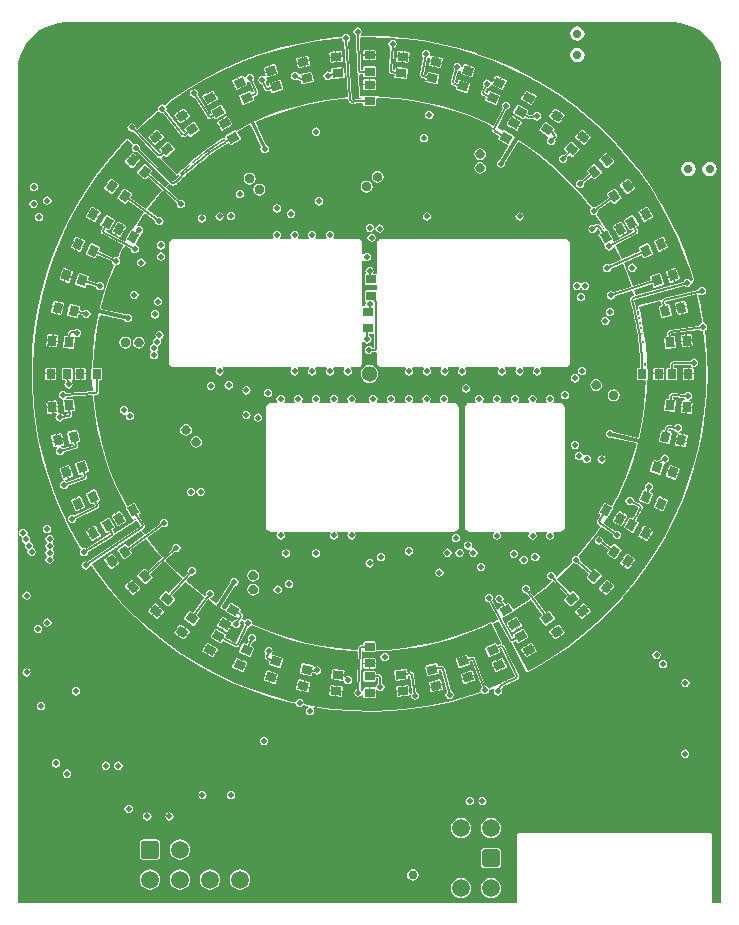
<source format=gbr>
%TF.GenerationSoftware,Altium Limited,Altium Designer,20.1.8 (145)*%
G04 Layer_Physical_Order=1*
G04 Layer_Color=2232046*
%FSLAX44Y44*%
%MOMM*%
%TF.SameCoordinates,3BEBD2D3-E5B3-4009-AA71-14EFD01F195C*%
%TF.FilePolarity,Positive*%
%TF.FileFunction,Copper,L1,Top,Signal*%
%TF.Part,Single*%
G01*
G75*
%TA.AperFunction,Conductor*%
%ADD10C,0.1270*%
%ADD11C,0.1270*%
%TA.AperFunction,SMDPad,CuDef*%
G04:AMPARAMS|DCode=12|XSize=0.85mm|YSize=0.7mm|CornerRadius=0.0035mm|HoleSize=0mm|Usage=FLASHONLY|Rotation=0.000|XOffset=0mm|YOffset=0mm|HoleType=Round|Shape=RoundedRectangle|*
%AMROUNDEDRECTD12*
21,1,0.8500,0.6930,0,0,0.0*
21,1,0.8430,0.7000,0,0,0.0*
1,1,0.0070,0.4215,-0.3465*
1,1,0.0070,-0.4215,-0.3465*
1,1,0.0070,-0.4215,0.3465*
1,1,0.0070,0.4215,0.3465*
%
%ADD12ROUNDEDRECTD12*%
G04:AMPARAMS|DCode=13|XSize=0.85mm|YSize=0.7mm|CornerRadius=0.0035mm|HoleSize=0mm|Usage=FLASHONLY|Rotation=354.000|XOffset=0mm|YOffset=0mm|HoleType=Round|Shape=RoundedRectangle|*
%AMROUNDEDRECTD13*
21,1,0.8500,0.6930,0,0,354.0*
21,1,0.8430,0.7000,0,0,354.0*
1,1,0.0070,0.3830,-0.3887*
1,1,0.0070,-0.4554,-0.3005*
1,1,0.0070,-0.3830,0.3887*
1,1,0.0070,0.4554,0.3005*
%
%ADD13ROUNDEDRECTD13*%
G04:AMPARAMS|DCode=14|XSize=0.85mm|YSize=0.7mm|CornerRadius=0.0035mm|HoleSize=0mm|Usage=FLASHONLY|Rotation=348.000|XOffset=0mm|YOffset=0mm|HoleType=Round|Shape=RoundedRectangle|*
%AMROUNDEDRECTD14*
21,1,0.8500,0.6930,0,0,348.0*
21,1,0.8430,0.7000,0,0,348.0*
1,1,0.0070,0.3403,-0.4266*
1,1,0.0070,-0.4843,-0.2513*
1,1,0.0070,-0.3403,0.4266*
1,1,0.0070,0.4843,0.2513*
%
%ADD14ROUNDEDRECTD14*%
G04:AMPARAMS|DCode=15|XSize=0.85mm|YSize=0.7mm|CornerRadius=0.0035mm|HoleSize=0mm|Usage=FLASHONLY|Rotation=342.000|XOffset=0mm|YOffset=0mm|HoleType=Round|Shape=RoundedRectangle|*
%AMROUNDEDRECTD15*
21,1,0.8500,0.6930,0,0,342.0*
21,1,0.8430,0.7000,0,0,342.0*
1,1,0.0070,0.2938,-0.4598*
1,1,0.0070,-0.5080,-0.1993*
1,1,0.0070,-0.2938,0.4598*
1,1,0.0070,0.5080,0.1993*
%
%ADD15ROUNDEDRECTD15*%
G04:AMPARAMS|DCode=16|XSize=0.85mm|YSize=0.7mm|CornerRadius=0.0035mm|HoleSize=0mm|Usage=FLASHONLY|Rotation=336.000|XOffset=0mm|YOffset=0mm|HoleType=Round|Shape=RoundedRectangle|*
%AMROUNDEDRECTD16*
21,1,0.8500,0.6930,0,0,336.0*
21,1,0.8430,0.7000,0,0,336.0*
1,1,0.0070,0.2441,-0.4880*
1,1,0.0070,-0.5260,-0.1451*
1,1,0.0070,-0.2441,0.4880*
1,1,0.0070,0.5260,0.1451*
%
%ADD16ROUNDEDRECTD16*%
G04:AMPARAMS|DCode=17|XSize=0.85mm|YSize=0.7mm|CornerRadius=0.0035mm|HoleSize=0mm|Usage=FLASHONLY|Rotation=330.000|XOffset=0mm|YOffset=0mm|HoleType=Round|Shape=RoundedRectangle|*
%AMROUNDEDRECTD17*
21,1,0.8500,0.6930,0,0,330.0*
21,1,0.8430,0.7000,0,0,330.0*
1,1,0.0070,0.1918,-0.5108*
1,1,0.0070,-0.5383,-0.0893*
1,1,0.0070,-0.1918,0.5108*
1,1,0.0070,0.5383,0.0893*
%
%ADD17ROUNDEDRECTD17*%
G04:AMPARAMS|DCode=18|XSize=0.85mm|YSize=0.7mm|CornerRadius=0.0035mm|HoleSize=0mm|Usage=FLASHONLY|Rotation=329.996|XOffset=0mm|YOffset=0mm|HoleType=Round|Shape=RoundedRectangle|*
%AMROUNDEDRECTD18*
21,1,0.8500,0.6930,0,0,330.0*
21,1,0.8430,0.7000,0,0,330.0*
1,1,0.0070,0.1918,-0.5108*
1,1,0.0070,-0.5383,-0.0893*
1,1,0.0070,-0.1918,0.5108*
1,1,0.0070,0.5383,0.0893*
%
%ADD18ROUNDEDRECTD18*%
G04:AMPARAMS|DCode=19|XSize=0.85mm|YSize=0.7mm|CornerRadius=0.0035mm|HoleSize=0mm|Usage=FLASHONLY|Rotation=324.000|XOffset=0mm|YOffset=0mm|HoleType=Round|Shape=RoundedRectangle|*
%AMROUNDEDRECTD19*
21,1,0.8500,0.6930,0,0,324.0*
21,1,0.8430,0.7000,0,0,324.0*
1,1,0.0070,0.1373,-0.5281*
1,1,0.0070,-0.5447,-0.0326*
1,1,0.0070,-0.1373,0.5281*
1,1,0.0070,0.5447,0.0326*
%
%ADD19ROUNDEDRECTD19*%
G04:AMPARAMS|DCode=20|XSize=0.85mm|YSize=0.7mm|CornerRadius=0.0035mm|HoleSize=0mm|Usage=FLASHONLY|Rotation=318.000|XOffset=0mm|YOffset=0mm|HoleType=Round|Shape=RoundedRectangle|*
%AMROUNDEDRECTD20*
21,1,0.8500,0.6930,0,0,318.0*
21,1,0.8430,0.7000,0,0,318.0*
1,1,0.0070,0.0814,-0.5395*
1,1,0.0070,-0.5451,0.0245*
1,1,0.0070,-0.0814,0.5395*
1,1,0.0070,0.5451,-0.0245*
%
%ADD20ROUNDEDRECTD20*%
G04:AMPARAMS|DCode=21|XSize=0.85mm|YSize=0.7mm|CornerRadius=0.0035mm|HoleSize=0mm|Usage=FLASHONLY|Rotation=312.000|XOffset=0mm|YOffset=0mm|HoleType=Round|Shape=RoundedRectangle|*
%AMROUNDEDRECTD21*
21,1,0.8500,0.6930,0,0,312.0*
21,1,0.8430,0.7000,0,0,312.0*
1,1,0.0070,0.0245,-0.5451*
1,1,0.0070,-0.5395,0.0814*
1,1,0.0070,-0.0245,0.5451*
1,1,0.0070,0.5395,-0.0814*
%
%ADD21ROUNDEDRECTD21*%
G04:AMPARAMS|DCode=22|XSize=0.85mm|YSize=0.7mm|CornerRadius=0.0035mm|HoleSize=0mm|Usage=FLASHONLY|Rotation=306.000|XOffset=0mm|YOffset=0mm|HoleType=Round|Shape=RoundedRectangle|*
%AMROUNDEDRECTD22*
21,1,0.8500,0.6930,0,0,306.0*
21,1,0.8430,0.7000,0,0,306.0*
1,1,0.0070,-0.0326,-0.5447*
1,1,0.0070,-0.5281,0.1373*
1,1,0.0070,0.0326,0.5447*
1,1,0.0070,0.5281,-0.1373*
%
%ADD22ROUNDEDRECTD22*%
G04:AMPARAMS|DCode=23|XSize=0.85mm|YSize=0.7mm|CornerRadius=0.0035mm|HoleSize=0mm|Usage=FLASHONLY|Rotation=300.000|XOffset=0mm|YOffset=0mm|HoleType=Round|Shape=RoundedRectangle|*
%AMROUNDEDRECTD23*
21,1,0.8500,0.6930,0,0,300.0*
21,1,0.8430,0.7000,0,0,300.0*
1,1,0.0070,-0.0893,-0.5383*
1,1,0.0070,-0.5108,0.1918*
1,1,0.0070,0.0893,0.5383*
1,1,0.0070,0.5108,-0.1918*
%
%ADD23ROUNDEDRECTD23*%
G04:AMPARAMS|DCode=24|XSize=0.85mm|YSize=0.7mm|CornerRadius=0.0035mm|HoleSize=0mm|Usage=FLASHONLY|Rotation=300.000|XOffset=0mm|YOffset=0mm|HoleType=Round|Shape=RoundedRectangle|*
%AMROUNDEDRECTD24*
21,1,0.8500,0.6930,0,0,300.0*
21,1,0.8430,0.7000,0,0,300.0*
1,1,0.0070,-0.0893,-0.5383*
1,1,0.0070,-0.5108,0.1918*
1,1,0.0070,0.0893,0.5383*
1,1,0.0070,0.5108,-0.1918*
%
%ADD24ROUNDEDRECTD24*%
G04:AMPARAMS|DCode=25|XSize=0.85mm|YSize=0.7mm|CornerRadius=0.0035mm|HoleSize=0mm|Usage=FLASHONLY|Rotation=294.000|XOffset=0mm|YOffset=0mm|HoleType=Round|Shape=RoundedRectangle|*
%AMROUNDEDRECTD25*
21,1,0.8500,0.6930,0,0,294.0*
21,1,0.8430,0.7000,0,0,294.0*
1,1,0.0070,-0.1451,-0.5260*
1,1,0.0070,-0.4880,0.2441*
1,1,0.0070,0.1451,0.5260*
1,1,0.0070,0.4880,-0.2441*
%
%ADD25ROUNDEDRECTD25*%
G04:AMPARAMS|DCode=26|XSize=0.85mm|YSize=0.7mm|CornerRadius=0.0035mm|HoleSize=0mm|Usage=FLASHONLY|Rotation=288.000|XOffset=0mm|YOffset=0mm|HoleType=Round|Shape=RoundedRectangle|*
%AMROUNDEDRECTD26*
21,1,0.8500,0.6930,0,0,288.0*
21,1,0.8430,0.7000,0,0,288.0*
1,1,0.0070,-0.1993,-0.5080*
1,1,0.0070,-0.4598,0.2938*
1,1,0.0070,0.1993,0.5080*
1,1,0.0070,0.4598,-0.2938*
%
%ADD26ROUNDEDRECTD26*%
G04:AMPARAMS|DCode=27|XSize=0.85mm|YSize=0.7mm|CornerRadius=0.0035mm|HoleSize=0mm|Usage=FLASHONLY|Rotation=282.000|XOffset=0mm|YOffset=0mm|HoleType=Round|Shape=RoundedRectangle|*
%AMROUNDEDRECTD27*
21,1,0.8500,0.6930,0,0,282.0*
21,1,0.8430,0.7000,0,0,282.0*
1,1,0.0070,-0.2513,-0.4843*
1,1,0.0070,-0.4266,0.3403*
1,1,0.0070,0.2513,0.4843*
1,1,0.0070,0.4266,-0.3403*
%
%ADD27ROUNDEDRECTD27*%
G04:AMPARAMS|DCode=28|XSize=0.85mm|YSize=0.7mm|CornerRadius=0.0035mm|HoleSize=0mm|Usage=FLASHONLY|Rotation=276.000|XOffset=0mm|YOffset=0mm|HoleType=Round|Shape=RoundedRectangle|*
%AMROUNDEDRECTD28*
21,1,0.8500,0.6930,0,0,276.0*
21,1,0.8430,0.7000,0,0,276.0*
1,1,0.0070,-0.3005,-0.4554*
1,1,0.0070,-0.3887,0.3830*
1,1,0.0070,0.3005,0.4554*
1,1,0.0070,0.3887,-0.3830*
%
%ADD28ROUNDEDRECTD28*%
G04:AMPARAMS|DCode=29|XSize=0.85mm|YSize=0.7mm|CornerRadius=0.0035mm|HoleSize=0mm|Usage=FLASHONLY|Rotation=270.000|XOffset=0mm|YOffset=0mm|HoleType=Round|Shape=RoundedRectangle|*
%AMROUNDEDRECTD29*
21,1,0.8500,0.6930,0,0,270.0*
21,1,0.8430,0.7000,0,0,270.0*
1,1,0.0070,-0.3465,-0.4215*
1,1,0.0070,-0.3465,0.4215*
1,1,0.0070,0.3465,0.4215*
1,1,0.0070,0.3465,-0.4215*
%
%ADD29ROUNDEDRECTD29*%
G04:AMPARAMS|DCode=30|XSize=0.85mm|YSize=0.7mm|CornerRadius=0.0035mm|HoleSize=0mm|Usage=FLASHONLY|Rotation=264.000|XOffset=0mm|YOffset=0mm|HoleType=Round|Shape=RoundedRectangle|*
%AMROUNDEDRECTD30*
21,1,0.8500,0.6930,0,0,264.0*
21,1,0.8430,0.7000,0,0,264.0*
1,1,0.0070,-0.3887,-0.3830*
1,1,0.0070,-0.3005,0.4554*
1,1,0.0070,0.3887,0.3830*
1,1,0.0070,0.3005,-0.4554*
%
%ADD30ROUNDEDRECTD30*%
G04:AMPARAMS|DCode=31|XSize=0.85mm|YSize=0.7mm|CornerRadius=0.0035mm|HoleSize=0mm|Usage=FLASHONLY|Rotation=258.000|XOffset=0mm|YOffset=0mm|HoleType=Round|Shape=RoundedRectangle|*
%AMROUNDEDRECTD31*
21,1,0.8500,0.6930,0,0,258.0*
21,1,0.8430,0.7000,0,0,258.0*
1,1,0.0070,-0.4266,-0.3403*
1,1,0.0070,-0.2513,0.4843*
1,1,0.0070,0.4266,0.3403*
1,1,0.0070,0.2513,-0.4843*
%
%ADD31ROUNDEDRECTD31*%
G04:AMPARAMS|DCode=32|XSize=0.85mm|YSize=0.7mm|CornerRadius=0.0035mm|HoleSize=0mm|Usage=FLASHONLY|Rotation=252.000|XOffset=0mm|YOffset=0mm|HoleType=Round|Shape=RoundedRectangle|*
%AMROUNDEDRECTD32*
21,1,0.8500,0.6930,0,0,252.0*
21,1,0.8430,0.7000,0,0,252.0*
1,1,0.0070,-0.4598,-0.2938*
1,1,0.0070,-0.1993,0.5080*
1,1,0.0070,0.4598,0.2938*
1,1,0.0070,0.1993,-0.5080*
%
%ADD32ROUNDEDRECTD32*%
G04:AMPARAMS|DCode=33|XSize=0.85mm|YSize=0.7mm|CornerRadius=0.0035mm|HoleSize=0mm|Usage=FLASHONLY|Rotation=245.984|XOffset=0mm|YOffset=0mm|HoleType=Round|Shape=RoundedRectangle|*
%AMROUNDEDRECTD33*
21,1,0.8500,0.6930,0,0,246.0*
21,1,0.8430,0.7000,0,0,246.0*
1,1,0.0070,-0.4880,-0.2440*
1,1,0.0070,-0.1450,0.5260*
1,1,0.0070,0.4880,0.2440*
1,1,0.0070,0.1450,-0.5260*
%
%ADD33ROUNDEDRECTD33*%
G04:AMPARAMS|DCode=34|XSize=0.85mm|YSize=0.7mm|CornerRadius=0.0035mm|HoleSize=0mm|Usage=FLASHONLY|Rotation=240.000|XOffset=0mm|YOffset=0mm|HoleType=Round|Shape=RoundedRectangle|*
%AMROUNDEDRECTD34*
21,1,0.8500,0.6930,0,0,240.0*
21,1,0.8430,0.7000,0,0,240.0*
1,1,0.0070,-0.5108,-0.1918*
1,1,0.0070,-0.0893,0.5383*
1,1,0.0070,0.5108,0.1918*
1,1,0.0070,0.0893,-0.5383*
%
%ADD34ROUNDEDRECTD34*%
G04:AMPARAMS|DCode=35|XSize=0.85mm|YSize=0.7mm|CornerRadius=0.0035mm|HoleSize=0mm|Usage=FLASHONLY|Rotation=240.000|XOffset=0mm|YOffset=0mm|HoleType=Round|Shape=RoundedRectangle|*
%AMROUNDEDRECTD35*
21,1,0.8500,0.6930,0,0,240.0*
21,1,0.8430,0.7000,0,0,240.0*
1,1,0.0070,-0.5108,-0.1918*
1,1,0.0070,-0.0893,0.5383*
1,1,0.0070,0.5108,0.1918*
1,1,0.0070,0.0893,-0.5383*
%
%ADD35ROUNDEDRECTD35*%
G04:AMPARAMS|DCode=36|XSize=0.85mm|YSize=0.7mm|CornerRadius=0.0035mm|HoleSize=0mm|Usage=FLASHONLY|Rotation=234.000|XOffset=0mm|YOffset=0mm|HoleType=Round|Shape=RoundedRectangle|*
%AMROUNDEDRECTD36*
21,1,0.8500,0.6930,0,0,234.0*
21,1,0.8430,0.7000,0,0,234.0*
1,1,0.0070,-0.5281,-0.1373*
1,1,0.0070,-0.0326,0.5447*
1,1,0.0070,0.5281,0.1373*
1,1,0.0070,0.0326,-0.5447*
%
%ADD36ROUNDEDRECTD36*%
G04:AMPARAMS|DCode=37|XSize=0.85mm|YSize=0.7mm|CornerRadius=0.0035mm|HoleSize=0mm|Usage=FLASHONLY|Rotation=228.000|XOffset=0mm|YOffset=0mm|HoleType=Round|Shape=RoundedRectangle|*
%AMROUNDEDRECTD37*
21,1,0.8500,0.6930,0,0,228.0*
21,1,0.8430,0.7000,0,0,228.0*
1,1,0.0070,-0.5395,-0.0814*
1,1,0.0070,0.0245,0.5451*
1,1,0.0070,0.5395,0.0814*
1,1,0.0070,-0.0245,-0.5451*
%
%ADD37ROUNDEDRECTD37*%
G04:AMPARAMS|DCode=38|XSize=0.85mm|YSize=0.7mm|CornerRadius=0.0035mm|HoleSize=0mm|Usage=FLASHONLY|Rotation=222.000|XOffset=0mm|YOffset=0mm|HoleType=Round|Shape=RoundedRectangle|*
%AMROUNDEDRECTD38*
21,1,0.8500,0.6930,0,0,222.0*
21,1,0.8430,0.7000,0,0,222.0*
1,1,0.0070,-0.5451,-0.0245*
1,1,0.0070,0.0814,0.5395*
1,1,0.0070,0.5451,0.0245*
1,1,0.0070,-0.0814,-0.5395*
%
%ADD38ROUNDEDRECTD38*%
G04:AMPARAMS|DCode=39|XSize=0.85mm|YSize=0.7mm|CornerRadius=0.0035mm|HoleSize=0mm|Usage=FLASHONLY|Rotation=216.000|XOffset=0mm|YOffset=0mm|HoleType=Round|Shape=RoundedRectangle|*
%AMROUNDEDRECTD39*
21,1,0.8500,0.6930,0,0,216.0*
21,1,0.8430,0.7000,0,0,216.0*
1,1,0.0070,-0.5447,0.0326*
1,1,0.0070,0.1373,0.5281*
1,1,0.0070,0.5447,-0.0326*
1,1,0.0070,-0.1373,-0.5281*
%
%ADD39ROUNDEDRECTD39*%
G04:AMPARAMS|DCode=40|XSize=0.85mm|YSize=0.7mm|CornerRadius=0.0035mm|HoleSize=0mm|Usage=FLASHONLY|Rotation=210.000|XOffset=0mm|YOffset=0mm|HoleType=Round|Shape=RoundedRectangle|*
%AMROUNDEDRECTD40*
21,1,0.8500,0.6930,0,0,210.0*
21,1,0.8430,0.7000,0,0,210.0*
1,1,0.0070,-0.5383,0.0893*
1,1,0.0070,0.1918,0.5108*
1,1,0.0070,0.5383,-0.0893*
1,1,0.0070,-0.1918,-0.5108*
%
%ADD40ROUNDEDRECTD40*%
G04:AMPARAMS|DCode=41|XSize=0.85mm|YSize=0.7mm|CornerRadius=0.0035mm|HoleSize=0mm|Usage=FLASHONLY|Rotation=204.000|XOffset=0mm|YOffset=0mm|HoleType=Round|Shape=RoundedRectangle|*
%AMROUNDEDRECTD41*
21,1,0.8500,0.6930,0,0,204.0*
21,1,0.8430,0.7000,0,0,204.0*
1,1,0.0070,-0.5260,0.1451*
1,1,0.0070,0.2441,0.4880*
1,1,0.0070,0.5260,-0.1451*
1,1,0.0070,-0.2441,-0.4880*
%
%ADD41ROUNDEDRECTD41*%
G04:AMPARAMS|DCode=42|XSize=0.85mm|YSize=0.7mm|CornerRadius=0.0035mm|HoleSize=0mm|Usage=FLASHONLY|Rotation=198.000|XOffset=0mm|YOffset=0mm|HoleType=Round|Shape=RoundedRectangle|*
%AMROUNDEDRECTD42*
21,1,0.8500,0.6930,0,0,198.0*
21,1,0.8430,0.7000,0,0,198.0*
1,1,0.0070,-0.5080,0.1993*
1,1,0.0070,0.2938,0.4598*
1,1,0.0070,0.5080,-0.1993*
1,1,0.0070,-0.2938,-0.4598*
%
%ADD42ROUNDEDRECTD42*%
G04:AMPARAMS|DCode=43|XSize=0.85mm|YSize=0.7mm|CornerRadius=0.0035mm|HoleSize=0mm|Usage=FLASHONLY|Rotation=191.972|XOffset=0mm|YOffset=0mm|HoleType=Round|Shape=RoundedRectangle|*
%AMROUNDEDRECTD43*
21,1,0.8500,0.6930,0,0,192.0*
21,1,0.8430,0.7000,0,0,192.0*
1,1,0.0070,-0.4842,0.2515*
1,1,0.0070,0.3404,0.4264*
1,1,0.0070,0.4842,-0.2515*
1,1,0.0070,-0.3404,-0.4264*
%
%ADD43ROUNDEDRECTD43*%
G04:AMPARAMS|DCode=44|XSize=0.85mm|YSize=0.7mm|CornerRadius=0.0035mm|HoleSize=0mm|Usage=FLASHONLY|Rotation=186.000|XOffset=0mm|YOffset=0mm|HoleType=Round|Shape=RoundedRectangle|*
%AMROUNDEDRECTD44*
21,1,0.8500,0.6930,0,0,186.0*
21,1,0.8430,0.7000,0,0,186.0*
1,1,0.0070,-0.4554,0.3005*
1,1,0.0070,0.3830,0.3887*
1,1,0.0070,0.4554,-0.3005*
1,1,0.0070,-0.3830,-0.3887*
%
%ADD44ROUNDEDRECTD44*%
%TA.AperFunction,Conductor*%
%ADD45C,0.3048*%
%ADD46C,0.2540*%
%TA.AperFunction,ComponentPad*%
%ADD47C,0.5600*%
G04:AMPARAMS|DCode=48|XSize=1.5mm|YSize=1.5mm|CornerRadius=0.1875mm|HoleSize=0mm|Usage=FLASHONLY|Rotation=0.000|XOffset=0mm|YOffset=0mm|HoleType=Round|Shape=RoundedRectangle|*
%AMROUNDEDRECTD48*
21,1,1.5000,1.1250,0,0,0.0*
21,1,1.1250,1.5000,0,0,0.0*
1,1,0.3750,0.5625,-0.5625*
1,1,0.3750,-0.5625,-0.5625*
1,1,0.3750,-0.5625,0.5625*
1,1,0.3750,0.5625,0.5625*
%
%ADD48ROUNDEDRECTD48*%
%ADD49C,1.5000*%
%ADD50O,1.9000X1.1000*%
%ADD51O,2.2000X1.1000*%
%ADD52C,0.7000*%
G04:AMPARAMS|DCode=53|XSize=1.5mm|YSize=1.5mm|CornerRadius=0.15mm|HoleSize=0mm|Usage=FLASHONLY|Rotation=180.000|XOffset=0mm|YOffset=0mm|HoleType=Round|Shape=RoundedRectangle|*
%AMROUNDEDRECTD53*
21,1,1.5000,1.2000,0,0,180.0*
21,1,1.2000,1.5000,0,0,180.0*
1,1,0.3000,-0.6000,0.6000*
1,1,0.3000,0.6000,0.6000*
1,1,0.3000,0.6000,-0.6000*
1,1,0.3000,-0.6000,-0.6000*
%
%ADD53ROUNDEDRECTD53*%
%TA.AperFunction,ViaPad*%
%ADD54C,0.4600*%
%ADD55C,0.7600*%
%ADD56C,1.8000*%
%ADD57C,4.0000*%
%ADD58C,1.2600*%
G36*
X263399Y297226D02*
X268839Y295768D01*
X274042Y293613D01*
X278919Y290797D01*
X283387Y287369D01*
X287369Y283387D01*
X290797Y278919D01*
X293613Y274042D01*
X295768Y268839D01*
X297226Y263399D01*
X297961Y257816D01*
Y255000D01*
Y-447961D01*
X290008D01*
X289924Y-447835D01*
Y-390169D01*
X289602Y-389391D01*
X288824Y-389069D01*
X125746D01*
X124969Y-389391D01*
X124647Y-390169D01*
Y-447835D01*
X124563Y-447961D01*
X-297961D01*
Y255000D01*
Y257816D01*
X-297226Y263399D01*
X-295768Y268839D01*
X-293613Y274042D01*
X-290797Y278919D01*
X-287369Y283387D01*
X-283387Y287369D01*
X-278919Y290797D01*
X-274042Y293613D01*
X-268839Y295768D01*
X-263399Y297226D01*
X-257816Y297961D01*
X257816D01*
X263399Y297226D01*
D02*
G37*
%LPC*%
G36*
X175950Y294119D02*
X173609Y293653D01*
X171624Y292327D01*
X170298Y290343D01*
X169833Y288001D01*
X170298Y285660D01*
X171624Y283676D01*
X173609Y282349D01*
X175950Y281884D01*
X178291Y282349D01*
X180276Y283676D01*
X181602Y285660D01*
X182068Y288001D01*
X181602Y290343D01*
X180276Y292327D01*
X178291Y293653D01*
X175950Y294119D01*
D02*
G37*
G36*
Y276119D02*
X173609Y275653D01*
X171624Y274327D01*
X170298Y272342D01*
X169833Y270001D01*
X170298Y267660D01*
X171624Y265676D01*
X173609Y264349D01*
X175950Y263884D01*
X178291Y264349D01*
X180276Y265676D01*
X181602Y267660D01*
X182068Y270001D01*
X181602Y272342D01*
X180276Y274327D01*
X178291Y275653D01*
X175950Y276119D01*
D02*
G37*
G36*
X-10121Y293392D02*
X-11487Y293120D01*
X-12644Y292347D01*
X-13418Y291189D01*
X-13689Y289823D01*
X-13418Y288458D01*
X-12644Y287300D01*
X-11695Y286666D01*
X-10661Y257068D01*
X-10670Y257059D01*
X-10670D01*
X-10460Y256007D01*
X-9833Y255068D01*
X-9769Y254776D01*
X-9652Y254109D01*
X-9779Y253770D01*
X-9944Y253447D01*
X-9923Y253384D01*
X-9947Y253320D01*
X-9301Y234818D01*
X-9180Y234553D01*
X-9129Y234266D01*
X-9129Y234266D01*
X-9017Y234188D01*
X-8962Y234062D01*
X-8955Y234060D01*
X-8951Y234052D01*
X-8679Y233951D01*
X-8440Y233783D01*
X-8305Y233806D01*
X-8178Y233757D01*
X-6889Y233784D01*
X-6194Y232783D01*
X-6277Y232574D01*
X-8046Y232543D01*
X-8063Y232560D01*
X-8141Y232544D01*
X-8152Y232540D01*
X-8152Y232540D01*
X-9067Y232500D01*
X-11126Y232410D01*
X-12141Y232370D01*
D01*
X-13145Y232305D01*
X-14551Y232219D01*
X-17987Y281361D01*
X-17357Y281782D01*
X-16584Y282940D01*
X-16312Y284306D01*
X-16584Y285671D01*
X-17357Y286829D01*
X-18515Y287603D01*
X-19881Y287874D01*
X-21246Y287603D01*
X-22404Y286829D01*
X-23177Y285671D01*
X-23254Y285286D01*
X-23477Y285156D01*
X-28230Y284824D01*
X-28260Y284809D01*
X-28293Y284818D01*
X-44743Y282701D01*
X-44773Y282684D01*
X-44806Y282691D01*
X-61105Y279621D01*
X-61134Y279602D01*
X-61167Y279607D01*
X-77260Y275595D01*
X-77288Y275575D01*
X-77322Y275578D01*
X-93154Y270637D01*
X-93180Y270615D01*
X-93214Y270616D01*
X-108732Y264762D01*
X-108757Y264739D01*
X-108792Y264738D01*
X-123943Y257992D01*
X-123967Y257967D01*
X-124001Y257964D01*
X-138734Y250349D01*
X-138756Y250323D01*
X-138790Y250318D01*
X-153056Y241859D01*
X-153076Y241831D01*
X-153110Y241824D01*
X-166860Y232550D01*
X-166879Y232522D01*
X-166912Y232513D01*
X-173353Y227600D01*
X-173595Y227544D01*
X-174098Y227880D01*
X-175463Y228151D01*
X-176829Y227880D01*
X-177987Y227106D01*
X-178760Y225949D01*
X-179032Y224583D01*
X-178760Y223217D01*
X-179296Y223066D01*
X-179306Y223051D01*
X-179324Y223046D01*
X-180099Y222455D01*
X-180116Y222425D01*
X-180149Y222414D01*
X-192729Y211606D01*
X-192744Y211576D01*
X-192776Y211563D01*
X-197087Y207401D01*
X-198021Y207911D01*
X-197882Y208608D01*
X-198154Y209974D01*
X-198927Y211132D01*
X-200085Y211905D01*
X-201451Y212177D01*
X-202816Y211905D01*
X-203974Y211132D01*
X-204748Y209974D01*
X-205019Y208608D01*
X-204748Y207243D01*
X-203974Y206085D01*
X-202816Y205312D01*
X-201451Y205040D01*
X-200523Y205224D01*
X-179914Y183883D01*
X-179914Y183875D01*
X-179922Y183867D01*
X-179900Y183833D01*
X-178933Y183187D01*
X-177922Y182986D01*
X-177187Y182363D01*
X-177049Y182014D01*
X-176943Y181654D01*
X-176898Y181628D01*
X-176879Y181580D01*
X-164036Y168281D01*
X-163656Y168116D01*
X-163280Y167946D01*
X-163272Y167949D01*
X-163264Y167945D01*
X-162879Y168097D01*
X-162492Y168243D01*
X-157524Y172903D01*
X-147198Y181774D01*
X-136379Y190026D01*
X-125100Y197634D01*
X-122898Y198939D01*
X-121796Y198412D01*
X-121772Y198247D01*
X-123259Y197353D01*
X-123290Y197325D01*
X-123330Y197310D01*
X-126701Y195162D01*
X-126717Y195147D01*
X-126737Y195139D01*
X-126741Y195136D01*
X-126745Y195133D01*
X-126750Y195130D01*
X-130089Y192920D01*
X-130110Y192900D01*
X-130136Y192889D01*
X-133439Y190619D01*
X-133458Y190599D01*
X-133483Y190588D01*
X-136745Y188261D01*
X-136764Y188241D01*
X-136789Y188230D01*
X-140009Y185846D01*
X-140028Y185826D01*
X-140053Y185814D01*
X-143234Y183372D01*
X-143251Y183353D01*
X-143274Y183341D01*
X-146409Y180847D01*
X-146427Y180826D01*
X-146452Y180813D01*
X-149543Y178265D01*
X-149561Y178243D01*
X-149586Y178229D01*
X-152634Y175626D01*
X-152650Y175605D01*
X-152673Y175591D01*
X-154959Y173569D01*
X-154959Y173569D01*
X-155716Y172901D01*
X-155715Y172900D01*
X-157964Y170838D01*
X-157964D01*
X-158716Y170164D01*
X-158708Y170156D01*
X-159393Y169507D01*
X-160922Y168055D01*
X-161601Y167411D01*
X-161613Y167411D01*
X-161668Y167374D01*
X-162379Y166648D01*
X-163830Y165222D01*
X-164495Y164568D01*
X-164521Y164568D01*
X-164522Y164568D01*
X-164550Y164549D01*
X-164564Y164528D01*
X-164550Y164514D01*
X-164550Y164514D01*
X-165215Y163836D01*
X-166199Y162836D01*
X-194434Y190103D01*
X-194250Y191031D01*
X-194521Y192397D01*
X-195295Y193554D01*
X-196453Y194328D01*
X-197818Y194600D01*
X-199184Y194328D01*
X-199352Y194216D01*
X-199613Y194293D01*
X-204248Y198769D01*
X-204869Y199013D01*
X-205031Y199077D01*
X-205803Y198741D01*
X-205803Y198741D01*
X-211275Y193075D01*
X-211287Y193044D01*
X-211316Y193030D01*
X-221618Y181109D01*
X-221628Y181078D01*
X-221656Y181062D01*
X-231284Y168590D01*
X-231293Y168559D01*
X-231320Y168541D01*
X-240244Y155556D01*
X-240251Y155524D01*
X-240277Y155505D01*
X-248470Y142047D01*
X-248475Y142015D01*
X-248500Y141995D01*
X-255938Y128105D01*
X-255941Y128073D01*
X-255965Y128050D01*
X-262623Y113771D01*
X-262625Y113738D01*
X-262647Y113715D01*
X-268507Y99090D01*
X-268507Y99057D01*
X-268528Y99033D01*
X-273571Y84106D01*
X-273569Y84074D01*
X-273589Y84048D01*
X-277799Y68865D01*
X-277795Y68833D01*
X-277814Y68806D01*
X-281179Y53414D01*
X-281173Y53382D01*
X-281190Y53355D01*
X-283701Y37800D01*
X-283693Y37769D01*
X-283708Y37740D01*
X-285355Y22071D01*
X-285346Y22040D01*
X-285360Y22010D01*
X-286139Y6274D01*
X-286128Y6243D01*
X-286140Y6213D01*
X-286049Y-9542D01*
X-286036Y-9572D01*
X-286047Y-9603D01*
X-285085Y-25329D01*
X-285070Y-25358D01*
X-285079Y-25390D01*
X-283250Y-41039D01*
X-283234Y-41067D01*
X-283242Y-41099D01*
X-280551Y-56623D01*
X-280533Y-56651D01*
X-280539Y-56683D01*
X-276994Y-72034D01*
X-276976Y-72061D01*
X-276979Y-72093D01*
X-272592Y-87226D01*
X-272572Y-87251D01*
X-272574Y-87284D01*
X-267358Y-102151D01*
X-267336Y-102175D01*
Y-102207D01*
X-261307Y-116764D01*
X-261284Y-116787D01*
X-261282Y-116819D01*
X-254458Y-131020D01*
X-254433Y-131042D01*
X-254430Y-131074D01*
X-246831Y-144876D01*
X-246806Y-144897D01*
X-246801Y-144929D01*
X-244794Y-148140D01*
X-244787Y-148146D01*
X-244785Y-148155D01*
X-244445Y-148390D01*
X-244239Y-148536D01*
X-244991Y-149661D01*
X-245262Y-151027D01*
X-244991Y-152393D01*
X-244217Y-153550D01*
X-243059Y-154324D01*
X-241694Y-154595D01*
X-240328Y-154324D01*
X-239170Y-153550D01*
X-238397Y-152393D01*
X-238125Y-151027D01*
X-238168Y-150809D01*
X-217279Y-137756D01*
X-217278Y-137755D01*
X-217277Y-137754D01*
X-217274Y-137753D01*
X-217139Y-137625D01*
X-216735Y-137355D01*
X-216089Y-136389D01*
X-216085Y-136365D01*
X-215468Y-135557D01*
X-215144Y-135502D01*
X-214816Y-135507D01*
X-214741Y-135435D01*
X-214638Y-135418D01*
X-198708Y-125464D01*
X-198469Y-125128D01*
X-198223Y-124793D01*
X-198225Y-124785D01*
X-198220Y-124778D01*
X-198288Y-124371D01*
X-198351Y-123961D01*
X-199019Y-122858D01*
X-198499Y-121756D01*
X-198277Y-121723D01*
X-197347Y-123271D01*
X-197323Y-123297D01*
X-197310Y-123330D01*
X-195153Y-126716D01*
X-195143Y-126726D01*
X-195138Y-126738D01*
X-195132Y-126748D01*
X-195131Y-126749D01*
X-195131Y-126750D01*
X-193832Y-128711D01*
X-238798Y-159041D01*
X-239055Y-158869D01*
X-240421Y-158597D01*
X-241786Y-158869D01*
X-242944Y-159642D01*
X-243718Y-160800D01*
X-243989Y-162166D01*
X-243718Y-163531D01*
X-242944Y-164689D01*
X-241786Y-165463D01*
X-240421Y-165734D01*
X-239055Y-165463D01*
X-237897Y-164689D01*
X-237124Y-163531D01*
X-236873Y-162268D01*
X-236565Y-162105D01*
X-235858Y-161955D01*
X-232434Y-167032D01*
X-232405Y-167051D01*
X-232396Y-167085D01*
X-222066Y-180587D01*
X-222036Y-180605D01*
X-222025Y-180638D01*
X-210909Y-193501D01*
X-210878Y-193516D01*
X-210865Y-193549D01*
X-199002Y-205726D01*
X-198970Y-205740D01*
X-198955Y-205772D01*
X-186388Y-217220D01*
X-186355Y-217232D01*
X-186338Y-217263D01*
X-173111Y-227942D01*
X-173078Y-227952D01*
X-173059Y-227982D01*
X-159219Y-237854D01*
X-159185Y-237862D01*
X-159164Y-237891D01*
X-144761Y-246920D01*
X-144726Y-246926D01*
X-144704Y-246953D01*
X-129788Y-255109D01*
X-129753Y-255112D01*
X-129729Y-255138D01*
X-114353Y-262390D01*
X-114318Y-262392D01*
X-114293Y-262416D01*
X-98512Y-268739D01*
X-98477Y-268738D01*
X-98451Y-268761D01*
X-82321Y-274132D01*
X-82286Y-274130D01*
X-82259Y-274151D01*
X-65838Y-278551D01*
X-65803Y-278546D01*
X-65774Y-278566D01*
X-63575Y-279017D01*
X-63574Y-279016D01*
X-63572Y-279017D01*
X-63163Y-278937D01*
X-62804Y-278868D01*
X-62552Y-280138D01*
X-61778Y-281295D01*
X-60620Y-282069D01*
X-59255Y-282341D01*
X-57889Y-282069D01*
X-56731Y-281295D01*
X-56269Y-280603D01*
X-56048Y-280559D01*
X-52042Y-281381D01*
X-51977Y-281566D01*
X-51936Y-282439D01*
X-52881Y-283071D01*
X-53655Y-284228D01*
X-53927Y-285594D01*
X-53655Y-286960D01*
X-52881Y-288117D01*
X-51724Y-288891D01*
X-50358Y-289163D01*
X-48992Y-288891D01*
X-47835Y-288117D01*
X-47061Y-286960D01*
X-46789Y-285594D01*
X-47061Y-284228D01*
X-47745Y-283205D01*
X-47568Y-282693D01*
X-47255Y-282249D01*
X-32227Y-284406D01*
X-32194Y-284397D01*
X-32162Y-284413D01*
X-15221Y-285821D01*
X-15187Y-285810D01*
X-15155Y-285824D01*
X1840Y-286220D01*
X1873Y-286207D01*
X1906Y-286219D01*
X18895Y-285601D01*
X18927Y-285587D01*
X18960Y-285597D01*
X35882Y-283968D01*
X35913Y-283951D01*
X35947Y-283960D01*
X52742Y-281325D01*
X52772Y-281306D01*
X52807Y-281312D01*
X69414Y-277681D01*
X69443Y-277661D01*
X69478Y-277665D01*
X85840Y-273051D01*
X85867Y-273029D01*
X85902Y-273031D01*
X94505Y-270041D01*
X94779Y-270076D01*
X94952Y-270336D01*
X96110Y-271109D01*
X97476Y-271381D01*
X98841Y-271109D01*
X99999Y-270336D01*
X100773Y-269178D01*
X101044Y-267812D01*
X101275Y-267497D01*
X101908Y-267426D01*
X102048Y-267349D01*
X102208Y-267349D01*
X105008Y-266184D01*
X105682Y-267004D01*
X105339Y-267518D01*
X105067Y-268883D01*
X105339Y-270249D01*
X106112Y-271406D01*
X107270Y-272180D01*
X108636Y-272452D01*
X110001Y-272180D01*
X111159Y-271406D01*
X111933Y-270249D01*
X112204Y-268883D01*
X111933Y-267518D01*
X111596Y-267014D01*
X112869Y-264717D01*
X113040Y-264646D01*
X113094Y-264515D01*
X116109Y-263204D01*
X116965Y-262832D01*
X116987Y-262841D01*
X117037Y-262807D01*
X117958Y-262380D01*
X120627Y-261164D01*
X121553Y-260750D01*
X121553D01*
X122457Y-260311D01*
X124938Y-259128D01*
X124955Y-259116D01*
X125777Y-258566D01*
X126423Y-257600D01*
X126649Y-256460D01*
X126423Y-255320D01*
X126341Y-255199D01*
X126341Y-255198D01*
X126339Y-255196D01*
X126330Y-255182D01*
X126326Y-255166D01*
X115928Y-233847D01*
X114291Y-230491D01*
X114248Y-230434D01*
X113739Y-229674D01*
X112966Y-229157D01*
X112272Y-228419D01*
X112251Y-228064D01*
X112275Y-227709D01*
X112226Y-227653D01*
X112221Y-227579D01*
X104488Y-211723D01*
X104490Y-211719D01*
X108699Y-209644D01*
X108768Y-209655D01*
X109747Y-209990D01*
X118097Y-225694D01*
X118212Y-225835D01*
X118599Y-226413D01*
X119450Y-226982D01*
X120184Y-227690D01*
X120217Y-228034D01*
X120200Y-228381D01*
X120257Y-228443D01*
X120265Y-228527D01*
X132828Y-252156D01*
X132828Y-252156D01*
X132958Y-252263D01*
X133022Y-252418D01*
X133270Y-252521D01*
X133478Y-252692D01*
X133644Y-252675D01*
X133799Y-252740D01*
X134048Y-252637D01*
X134316Y-252611D01*
X141271Y-248913D01*
X141292Y-248888D01*
X141324Y-248883D01*
X154806Y-240729D01*
X154825Y-240702D01*
X154857Y-240696D01*
X167867Y-231810D01*
X167885Y-231782D01*
X167917Y-231774D01*
X180416Y-222183D01*
X180433Y-222154D01*
X180464Y-222144D01*
X192414Y-211877D01*
X192429Y-211848D01*
X192460Y-211836D01*
X203825Y-200924D01*
X203838Y-200895D01*
X203868Y-200881D01*
X214613Y-189358D01*
X214624Y-189328D01*
X214653Y-189313D01*
X224746Y-177214D01*
X224755Y-177183D01*
X224783Y-177166D01*
X234192Y-164528D01*
X234200Y-164497D01*
X234227Y-164478D01*
X242923Y-151340D01*
X242929Y-151308D01*
X242955Y-151288D01*
X250912Y-137690D01*
X250917Y-137657D01*
X250941Y-137636D01*
X258135Y-123619D01*
X258138Y-123587D01*
X258161Y-123564D01*
X264570Y-109171D01*
X264571Y-109138D01*
X264593Y-109115D01*
X270196Y-94389D01*
X270195Y-94356D01*
X270216Y-94332D01*
X274998Y-79319D01*
X274995Y-79287D01*
X275015Y-79261D01*
X278960Y-64007D01*
X278955Y-63975D01*
X278973Y-63948D01*
X282069Y-48499D01*
X282063Y-48467D01*
X282080Y-48439D01*
X284318Y-32843D01*
X284310Y-32812D01*
X284325Y-32783D01*
X285698Y-17088D01*
X285688Y-17056D01*
X285701Y-17027D01*
X286205Y-1279D01*
X286194Y-1249D01*
X286206Y-1218D01*
X285839Y14533D01*
X285826Y14563D01*
X285836Y14593D01*
X284600Y30301D01*
X284585Y30330D01*
X284593Y30361D01*
X283853Y35859D01*
X283844Y35876D01*
X283848Y35893D01*
X283592Y36367D01*
X284750Y37141D01*
X285523Y38299D01*
X285795Y39664D01*
X285523Y41030D01*
X284750Y42188D01*
X283592Y42961D01*
X282981Y43083D01*
X282853Y43288D01*
X282491Y45976D01*
X282475Y46004D01*
X282481Y46036D01*
X279520Y61511D01*
X279502Y61538D01*
X279507Y61570D01*
X278159Y66975D01*
X278252Y67062D01*
X279078Y67490D01*
X280020Y66860D01*
X281386Y66589D01*
X282751Y66860D01*
X283909Y67634D01*
X284683Y68792D01*
X284954Y70157D01*
X284683Y71523D01*
X283909Y72681D01*
X282751Y73454D01*
X281386Y73726D01*
X280020Y73454D01*
X278862Y72681D01*
X278089Y71523D01*
X277994Y71047D01*
X249216Y63871D01*
X249107Y63820D01*
X248785Y63756D01*
X247819Y63110D01*
X247616Y62807D01*
X247282Y62572D01*
X246624Y62292D01*
X246359Y62331D01*
X246194Y62369D01*
X245949Y62443D01*
X245875Y62404D01*
X245792Y62416D01*
X227753Y57919D01*
X227421Y57673D01*
X227085Y57431D01*
X227083Y57423D01*
X227077Y57418D01*
X227016Y57010D01*
X226949Y56600D01*
X228427Y50300D01*
X230858Y37598D01*
X232582Y24788D01*
X233597Y11901D01*
X233711Y6988D01*
X232711Y6291D01*
X232573Y6346D01*
X232559Y7139D01*
X232545Y8047D01*
X232560Y8063D01*
X232543Y8147D01*
X232543D01*
X232541Y8149D01*
X232540Y8152D01*
X232500Y9066D01*
X232366Y12136D01*
X232370Y12140D01*
X232363Y12204D01*
X232305Y13146D01*
X232118Y16199D01*
X232114Y16217D01*
X232116Y16236D01*
X232116Y16240D01*
X232114Y16248D01*
X232115Y16257D01*
X231801Y20247D01*
X231797Y20260D01*
X231798Y20272D01*
X231798Y20273D01*
X231794Y20289D01*
X231796Y20305D01*
X231412Y24289D01*
X231408Y24304D01*
X231409Y24318D01*
X231409Y24319D01*
X231405Y24333D01*
X231406Y24348D01*
X230953Y28325D01*
X230949Y28338D01*
X230949Y28351D01*
X230949Y28354D01*
X230945Y28368D01*
X230946Y28382D01*
X230423Y32353D01*
X230414Y32380D01*
X230415Y32409D01*
X229823Y36367D01*
X229818Y36384D01*
X229818Y36401D01*
X229818Y36405D01*
X229814Y36415D01*
X229814Y36425D01*
X229153Y40376D01*
X229148Y40390D01*
X229149Y40403D01*
X229148Y40405D01*
X229144Y40417D01*
X229144Y40430D01*
X228414Y44366D01*
X228407Y44385D01*
X228407Y44406D01*
X228406Y44410D01*
X228403Y44416D01*
X228403Y44423D01*
X227604Y48349D01*
X227597Y48367D01*
X227597Y48386D01*
X227597Y48387D01*
X227593Y48394D01*
X227593Y48403D01*
X226727Y52310D01*
X226720Y52326D01*
X226719Y52343D01*
X226719Y52346D01*
X226714Y52357D01*
X226714Y52368D01*
X225779Y56261D01*
X225772Y56275D01*
X225772Y56290D01*
X225771Y56294D01*
X225766Y56304D01*
X225765Y56316D01*
X224762Y60194D01*
X224762Y60196D01*
X224761Y60197D01*
X224750Y60221D01*
X224748Y60248D01*
X224119Y62514D01*
X266602Y74696D01*
X266630Y74655D01*
X267787Y73882D01*
X269153Y73610D01*
X270519Y73882D01*
X271677Y74655D01*
X272450Y75813D01*
X272722Y77178D01*
X273603Y77958D01*
X273645Y77964D01*
X274000Y78169D01*
X274181Y78404D01*
X274413Y78589D01*
X274641Y79000D01*
X274641Y79000D01*
X274641Y79001D01*
X274693Y79463D01*
X274736Y79837D01*
X274736Y79837D01*
X274736Y79837D01*
X272841Y86431D01*
X272821Y86456D01*
X272822Y86489D01*
X267643Y101366D01*
X267621Y101390D01*
X267621Y101423D01*
X261628Y115992D01*
X261605Y116015D01*
X261603Y116047D01*
X254815Y130264D01*
X254791Y130285D01*
X254788Y130317D01*
X247225Y144137D01*
X247200Y144158D01*
X247194Y144190D01*
X238881Y157571D01*
X238854Y157590D01*
X238847Y157622D01*
X229808Y170524D01*
X229780Y170541D01*
X229772Y170572D01*
X220034Y182956D01*
X220005Y182972D01*
X219995Y183002D01*
X209588Y194830D01*
X209559Y194844D01*
X209547Y194874D01*
X198504Y206109D01*
X198474Y206121D01*
X198460Y206151D01*
X186813Y216759D01*
X186783Y216770D01*
X186767Y216798D01*
X174553Y226747D01*
X174522Y226757D01*
X174505Y226784D01*
X161760Y236044D01*
X161728Y236052D01*
X161710Y236078D01*
X148473Y244621D01*
X148441Y244627D01*
X148421Y244652D01*
X134733Y252451D01*
X134701Y252455D01*
X134680Y252479D01*
X120583Y259510D01*
X120550Y259513D01*
X120527Y259536D01*
X106063Y265779D01*
X106031Y265779D01*
X106007Y265801D01*
X91221Y271236D01*
X91188Y271234D01*
X91163Y271255D01*
X76099Y275865D01*
X76067Y275862D01*
X76041Y275881D01*
X60745Y279653D01*
X60713Y279648D01*
X60686Y279666D01*
X45206Y282588D01*
X45174Y282581D01*
X45146Y282597D01*
X29528Y284660D01*
X29497Y284652D01*
X29467Y284666D01*
X13759Y285864D01*
X13729Y285854D01*
X13699Y285867D01*
X-2051Y286196D01*
X-2082Y286184D01*
X-2112Y286196D01*
X-6614Y286041D01*
X-7605Y287024D01*
X-7598Y287300D01*
X-6824Y288458D01*
X-6552Y289823D01*
X-6824Y291189D01*
X-7598Y292347D01*
X-8755Y293120D01*
X-10121Y293392D01*
D02*
G37*
G36*
X287981Y179565D02*
X285640Y179099D01*
X283655Y177773D01*
X282329Y175788D01*
X281863Y173447D01*
X282329Y171106D01*
X283655Y169121D01*
X285640Y167795D01*
X287981Y167330D01*
X290322Y167795D01*
X292306Y169121D01*
X293633Y171106D01*
X294098Y173447D01*
X293633Y175788D01*
X292306Y177773D01*
X290322Y179099D01*
X287981Y179565D01*
D02*
G37*
G36*
X269981D02*
X267640Y179099D01*
X265655Y177773D01*
X264329Y175788D01*
X263863Y173447D01*
X264329Y171106D01*
X265655Y169121D01*
X267640Y167795D01*
X269981Y167330D01*
X272322Y167795D01*
X274307Y169121D01*
X275633Y171106D01*
X276098Y173447D01*
X275633Y175788D01*
X274307Y177773D01*
X272322Y179099D01*
X269981Y179565D01*
D02*
G37*
G36*
X-284290Y161834D02*
X-285655Y161562D01*
X-286813Y160788D01*
X-287587Y159631D01*
X-287858Y158265D01*
X-287587Y156899D01*
X-286813Y155742D01*
X-285655Y154968D01*
X-284290Y154697D01*
X-282924Y154968D01*
X-281766Y155742D01*
X-280993Y156899D01*
X-280721Y158265D01*
X-280993Y159631D01*
X-281766Y160788D01*
X-282924Y161562D01*
X-284290Y161834D01*
D02*
G37*
G36*
X-272796Y150340D02*
X-274161Y150068D01*
X-275319Y149295D01*
X-276093Y148137D01*
X-276364Y146771D01*
X-276093Y145406D01*
X-275319Y144248D01*
X-274161Y143474D01*
X-272796Y143202D01*
X-271430Y143474D01*
X-270272Y144248D01*
X-269499Y145406D01*
X-269227Y146771D01*
X-269499Y148137D01*
X-270272Y149295D01*
X-271430Y150068D01*
X-272796Y150340D01*
D02*
G37*
G36*
X-284479Y147569D02*
X-285844Y147297D01*
X-287002Y146523D01*
X-287776Y145366D01*
X-288047Y144000D01*
X-287776Y142634D01*
X-287002Y141477D01*
X-285844Y140703D01*
X-284479Y140431D01*
X-283113Y140703D01*
X-281955Y141477D01*
X-281182Y142634D01*
X-280910Y144000D01*
X-281182Y145366D01*
X-281955Y146523D01*
X-283113Y147297D01*
X-284479Y147569D01*
D02*
G37*
G36*
X-279780Y136241D02*
X-281145Y135969D01*
X-282303Y135196D01*
X-283077Y134038D01*
X-283348Y132672D01*
X-283077Y131307D01*
X-282303Y130149D01*
X-281145Y129375D01*
X-279780Y129104D01*
X-278414Y129375D01*
X-277256Y130149D01*
X-276483Y131307D01*
X-276211Y132672D01*
X-276483Y134038D01*
X-277256Y135196D01*
X-278414Y135969D01*
X-279780Y136241D01*
D02*
G37*
G36*
X-273168Y-127943D02*
X-274533Y-128215D01*
X-275691Y-128989D01*
X-276465Y-130146D01*
X-276736Y-131512D01*
X-276465Y-132878D01*
X-275691Y-134035D01*
X-274533Y-134809D01*
X-273168Y-135081D01*
X-271802Y-134809D01*
X-270644Y-134035D01*
X-269871Y-132878D01*
X-269599Y-131512D01*
X-269871Y-130146D01*
X-270644Y-128989D01*
X-271802Y-128215D01*
X-273168Y-127943D01*
D02*
G37*
G36*
X-293122Y-131177D02*
X-294487Y-131449D01*
X-295645Y-132223D01*
X-296419Y-133380D01*
X-296690Y-134746D01*
X-296419Y-136112D01*
X-295645Y-137269D01*
X-294487Y-138043D01*
X-294217Y-139133D01*
X-294404Y-140076D01*
X-294133Y-141442D01*
X-293359Y-142600D01*
X-292201Y-143373D01*
X-291931Y-144463D01*
X-292118Y-145407D01*
X-291847Y-146772D01*
X-291073Y-147930D01*
X-290145Y-148551D01*
X-289434Y-149316D01*
X-289705Y-150681D01*
X-289434Y-152047D01*
X-288660Y-153204D01*
X-287502Y-153978D01*
X-286137Y-154250D01*
X-284771Y-153978D01*
X-283613Y-153204D01*
X-282840Y-152047D01*
X-282568Y-150681D01*
X-282840Y-149316D01*
X-283613Y-148158D01*
X-284542Y-147537D01*
X-285253Y-146772D01*
X-284981Y-145407D01*
X-285253Y-144041D01*
X-286026Y-142884D01*
X-287184Y-142110D01*
X-287455Y-141020D01*
X-287267Y-140076D01*
X-287539Y-138711D01*
X-288312Y-137553D01*
X-289470Y-136779D01*
X-289741Y-135690D01*
X-289553Y-134746D01*
X-289825Y-133380D01*
X-290598Y-132223D01*
X-291756Y-131449D01*
X-293122Y-131177D01*
D02*
G37*
G36*
X-270882Y-136173D02*
X-272247Y-136445D01*
X-273405Y-137219D01*
X-274179Y-138376D01*
X-274450Y-139742D01*
X-274179Y-141108D01*
X-273405Y-142265D01*
Y-143019D01*
X-274179Y-144176D01*
X-274450Y-145542D01*
X-274179Y-146908D01*
X-273598Y-147777D01*
X-273457Y-148397D01*
X-273579Y-149171D01*
X-274131Y-149997D01*
X-274402Y-151362D01*
X-274131Y-152728D01*
X-273589Y-153539D01*
X-273405Y-154639D01*
X-274179Y-155796D01*
X-274450Y-157162D01*
X-274179Y-158528D01*
X-273405Y-159685D01*
X-272247Y-160459D01*
X-270882Y-160731D01*
X-269516Y-160459D01*
X-268358Y-159685D01*
X-267585Y-158528D01*
X-267313Y-157162D01*
X-267585Y-155796D01*
X-268127Y-154985D01*
X-268311Y-153885D01*
X-267537Y-152728D01*
X-267265Y-151362D01*
X-267537Y-149997D01*
X-268118Y-149127D01*
X-268258Y-148507D01*
X-268136Y-147733D01*
X-267585Y-146908D01*
X-267313Y-145542D01*
X-267585Y-144176D01*
X-268358Y-143019D01*
Y-142265D01*
X-267585Y-141108D01*
X-267313Y-139742D01*
X-267585Y-138376D01*
X-268358Y-137219D01*
X-269516Y-136445D01*
X-270882Y-136173D01*
D02*
G37*
G36*
X-290340Y-184102D02*
X-291706Y-184374D01*
X-292863Y-185148D01*
X-293637Y-186305D01*
X-293909Y-187671D01*
X-293637Y-189037D01*
X-292863Y-190194D01*
X-291706Y-190968D01*
X-290340Y-191239D01*
X-288974Y-190968D01*
X-287817Y-190194D01*
X-287043Y-189037D01*
X-286771Y-187671D01*
X-287043Y-186305D01*
X-287817Y-185148D01*
X-288974Y-184374D01*
X-290340Y-184102D01*
D02*
G37*
G36*
X-272668Y-206999D02*
X-274033Y-207270D01*
X-275191Y-208044D01*
X-275965Y-209202D01*
X-276236Y-210567D01*
X-275965Y-211933D01*
X-275191Y-213091D01*
X-274033Y-213864D01*
X-272668Y-214136D01*
X-271302Y-213864D01*
X-270144Y-213091D01*
X-269371Y-211933D01*
X-269099Y-210567D01*
X-269371Y-209202D01*
X-270144Y-208044D01*
X-271302Y-207270D01*
X-272668Y-206999D01*
D02*
G37*
G36*
X-280556Y-212220D02*
X-281921Y-212492D01*
X-283079Y-213266D01*
X-283853Y-214423D01*
X-284124Y-215789D01*
X-283853Y-217155D01*
X-283079Y-218312D01*
X-281921Y-219086D01*
X-280556Y-219357D01*
X-279190Y-219086D01*
X-278032Y-218312D01*
X-277259Y-217155D01*
X-276987Y-215789D01*
X-277259Y-214423D01*
X-278032Y-213266D01*
X-279190Y-212492D01*
X-280556Y-212220D01*
D02*
G37*
G36*
X242984Y-234392D02*
X241619Y-234664D01*
X240461Y-235437D01*
X239687Y-236595D01*
X239416Y-237961D01*
X239687Y-239326D01*
X240461Y-240484D01*
X241619Y-241258D01*
X242984Y-241529D01*
X244350Y-241258D01*
X245508Y-240484D01*
X246281Y-239326D01*
X246553Y-237961D01*
X246281Y-236595D01*
X245508Y-235437D01*
X244350Y-234664D01*
X242984Y-234392D01*
D02*
G37*
G36*
X248499Y-242075D02*
X247133Y-242347D01*
X245976Y-243120D01*
X245202Y-244278D01*
X244930Y-245644D01*
X245202Y-247009D01*
X245976Y-248167D01*
X247133Y-248941D01*
X248499Y-249212D01*
X249865Y-248941D01*
X251022Y-248167D01*
X251796Y-247009D01*
X252068Y-245644D01*
X251796Y-244278D01*
X251022Y-243120D01*
X249865Y-242347D01*
X248499Y-242075D01*
D02*
G37*
G36*
X-290340Y-249226D02*
X-291706Y-249498D01*
X-292863Y-250272D01*
X-293637Y-251429D01*
X-293909Y-252795D01*
X-293637Y-254161D01*
X-292863Y-255318D01*
X-291706Y-256092D01*
X-290340Y-256364D01*
X-288974Y-256092D01*
X-287817Y-255318D01*
X-287043Y-254161D01*
X-286772Y-252795D01*
X-287043Y-251429D01*
X-287817Y-250272D01*
X-288974Y-249498D01*
X-290340Y-249226D01*
D02*
G37*
G36*
X267462Y-258051D02*
X266096Y-258323D01*
X264939Y-259097D01*
X264165Y-260254D01*
X263893Y-261620D01*
X264165Y-262986D01*
X264939Y-264143D01*
X266096Y-264917D01*
X267462Y-265189D01*
X268828Y-264917D01*
X269985Y-264143D01*
X270759Y-262986D01*
X271031Y-261620D01*
X270759Y-260254D01*
X269985Y-259097D01*
X268828Y-258323D01*
X267462Y-258051D01*
D02*
G37*
G36*
X-248753Y-265222D02*
X-250119Y-265494D01*
X-251276Y-266267D01*
X-252050Y-267425D01*
X-252321Y-268791D01*
X-252050Y-270156D01*
X-251276Y-271314D01*
X-250119Y-272088D01*
X-248753Y-272359D01*
X-247387Y-272088D01*
X-246230Y-271314D01*
X-245456Y-270156D01*
X-245184Y-268791D01*
X-245456Y-267425D01*
X-246230Y-266267D01*
X-247387Y-265494D01*
X-248753Y-265222D01*
D02*
G37*
G36*
X-278092Y-277735D02*
X-279458Y-278006D01*
X-280616Y-278780D01*
X-281389Y-279937D01*
X-281661Y-281303D01*
X-281389Y-282669D01*
X-280616Y-283827D01*
X-279458Y-284600D01*
X-278092Y-284872D01*
X-276727Y-284600D01*
X-275569Y-283827D01*
X-274795Y-282669D01*
X-274524Y-281303D01*
X-274795Y-279937D01*
X-275569Y-278780D01*
X-276727Y-278006D01*
X-278092Y-277735D01*
D02*
G37*
G36*
X-89408Y-307073D02*
X-90774Y-307345D01*
X-91931Y-308119D01*
X-92705Y-309276D01*
X-92977Y-310642D01*
X-92705Y-312008D01*
X-91931Y-313165D01*
X-90774Y-313939D01*
X-89408Y-314211D01*
X-88042Y-313939D01*
X-86885Y-313165D01*
X-86111Y-312008D01*
X-85839Y-310642D01*
X-86111Y-309276D01*
X-86885Y-308119D01*
X-88042Y-307345D01*
X-89408Y-307073D01*
D02*
G37*
G36*
X267208Y-317995D02*
X265842Y-318267D01*
X264685Y-319041D01*
X263911Y-320198D01*
X263639Y-321564D01*
X263911Y-322930D01*
X264685Y-324087D01*
X265842Y-324861D01*
X267208Y-325133D01*
X268574Y-324861D01*
X269731Y-324087D01*
X270505Y-322930D01*
X270777Y-321564D01*
X270505Y-320198D01*
X269731Y-319041D01*
X268574Y-318267D01*
X267208Y-317995D01*
D02*
G37*
G36*
X-265544Y-326166D02*
X-266910Y-326437D01*
X-268068Y-327211D01*
X-268841Y-328369D01*
X-269113Y-329734D01*
X-268841Y-331100D01*
X-268068Y-332258D01*
X-266910Y-333031D01*
X-265544Y-333303D01*
X-264179Y-333031D01*
X-263021Y-332258D01*
X-262248Y-331100D01*
X-261976Y-329734D01*
X-262248Y-328369D01*
X-263021Y-327211D01*
X-264179Y-326437D01*
X-265544Y-326166D01*
D02*
G37*
G36*
X-212663Y-328181D02*
X-214028Y-328453D01*
X-215186Y-329227D01*
X-215960Y-330384D01*
X-216231Y-331750D01*
X-215960Y-333116D01*
X-215186Y-334273D01*
X-214028Y-335047D01*
X-212663Y-335319D01*
X-211297Y-335047D01*
X-210140Y-334273D01*
X-209366Y-333116D01*
X-209094Y-331750D01*
X-209366Y-330384D01*
X-210140Y-329227D01*
X-211297Y-328453D01*
X-212663Y-328181D01*
D02*
G37*
G36*
X-223219D02*
X-224585Y-328453D01*
X-225742Y-329227D01*
X-226516Y-330384D01*
X-226787Y-331750D01*
X-226516Y-333116D01*
X-225742Y-334273D01*
X-224585Y-335047D01*
X-223219Y-335319D01*
X-221853Y-335047D01*
X-220695Y-334273D01*
X-219922Y-333116D01*
X-219650Y-331750D01*
X-219922Y-330384D01*
X-220695Y-329227D01*
X-221853Y-328453D01*
X-223219Y-328181D01*
D02*
G37*
G36*
X-256131Y-334914D02*
X-257497Y-335186D01*
X-258655Y-335959D01*
X-259428Y-337117D01*
X-259700Y-338483D01*
X-259428Y-339848D01*
X-258655Y-341006D01*
X-257497Y-341780D01*
X-256131Y-342051D01*
X-254766Y-341780D01*
X-253608Y-341006D01*
X-252834Y-339848D01*
X-252563Y-338483D01*
X-252834Y-337117D01*
X-253608Y-335959D01*
X-254766Y-335186D01*
X-256131Y-334914D01*
D02*
G37*
G36*
X-117377Y-353149D02*
X-118743Y-353421D01*
X-119901Y-354195D01*
X-120674Y-355352D01*
X-120946Y-356718D01*
X-120674Y-358084D01*
X-119901Y-359241D01*
X-118743Y-360015D01*
X-117377Y-360287D01*
X-116012Y-360015D01*
X-114854Y-359241D01*
X-114080Y-358084D01*
X-113809Y-356718D01*
X-114080Y-355352D01*
X-114854Y-354195D01*
X-116012Y-353421D01*
X-117377Y-353149D01*
D02*
G37*
G36*
X-141500D02*
X-142866Y-353421D01*
X-144023Y-354195D01*
X-144797Y-355352D01*
X-145069Y-356718D01*
X-144797Y-358084D01*
X-144023Y-359241D01*
X-142866Y-360015D01*
X-141500Y-360287D01*
X-140134Y-360015D01*
X-138977Y-359241D01*
X-138203Y-358084D01*
X-137931Y-356718D01*
X-138203Y-355352D01*
X-138977Y-354195D01*
X-140134Y-353421D01*
X-141500Y-353149D01*
D02*
G37*
G36*
X95584Y-358161D02*
X94218Y-358433D01*
X93061Y-359206D01*
X92287Y-360364D01*
X92015Y-361730D01*
X92287Y-363095D01*
X93061Y-364253D01*
X94218Y-365027D01*
X95584Y-365298D01*
X96950Y-365027D01*
X98107Y-364253D01*
X98881Y-363095D01*
X99152Y-361730D01*
X98881Y-360364D01*
X98107Y-359206D01*
X96950Y-358433D01*
X95584Y-358161D01*
D02*
G37*
G36*
X84774D02*
X83408Y-358433D01*
X82251Y-359206D01*
X81477Y-360364D01*
X81205Y-361730D01*
X81477Y-363095D01*
X82251Y-364253D01*
X83408Y-365027D01*
X84774Y-365298D01*
X86140Y-365027D01*
X87297Y-364253D01*
X88071Y-363095D01*
X88343Y-361730D01*
X88071Y-360364D01*
X87297Y-359206D01*
X86140Y-358433D01*
X84774Y-358161D01*
D02*
G37*
G36*
X-203962Y-364662D02*
X-205328Y-364934D01*
X-206485Y-365707D01*
X-207259Y-366865D01*
X-207531Y-368231D01*
X-207259Y-369596D01*
X-206485Y-370754D01*
X-205328Y-371528D01*
X-203962Y-371799D01*
X-202596Y-371528D01*
X-201439Y-370754D01*
X-200665Y-369596D01*
X-200393Y-368231D01*
X-200665Y-366865D01*
X-201439Y-365707D01*
X-202596Y-364934D01*
X-203962Y-364662D01*
D02*
G37*
G36*
X-169427Y-371162D02*
X-170793Y-371434D01*
X-171951Y-372207D01*
X-172724Y-373365D01*
X-172996Y-374731D01*
X-172724Y-376096D01*
X-171951Y-377254D01*
X-170793Y-378028D01*
X-169427Y-378299D01*
X-168062Y-378028D01*
X-166904Y-377254D01*
X-166130Y-376096D01*
X-165859Y-374731D01*
X-166130Y-373365D01*
X-166904Y-372207D01*
X-168062Y-371434D01*
X-169427Y-371162D01*
D02*
G37*
G36*
X-188105D02*
X-189470Y-371434D01*
X-190628Y-372207D01*
X-191402Y-373365D01*
X-191673Y-374731D01*
X-191402Y-376096D01*
X-190628Y-377254D01*
X-189470Y-378028D01*
X-188105Y-378299D01*
X-186739Y-378028D01*
X-185581Y-377254D01*
X-184808Y-376096D01*
X-184536Y-374731D01*
X-184808Y-373365D01*
X-185581Y-372207D01*
X-186739Y-371434D01*
X-188105Y-371162D01*
D02*
G37*
G36*
X102900Y-376011D02*
X100677Y-376303D01*
X98605Y-377161D01*
X96826Y-378526D01*
X95461Y-380305D01*
X94603Y-382377D01*
X94311Y-384600D01*
X94603Y-386823D01*
X95461Y-388895D01*
X96826Y-390674D01*
X98605Y-392039D01*
X100677Y-392897D01*
X102900Y-393190D01*
X105123Y-392897D01*
X107195Y-392039D01*
X108974Y-390674D01*
X110339Y-388895D01*
X111197Y-386823D01*
X111489Y-384600D01*
X111197Y-382377D01*
X110339Y-380305D01*
X108974Y-378526D01*
X107195Y-377161D01*
X105123Y-376303D01*
X102900Y-376011D01*
D02*
G37*
G36*
X77500D02*
X75277Y-376303D01*
X73205Y-377161D01*
X71426Y-378526D01*
X70061Y-380305D01*
X69203Y-382377D01*
X68910Y-384600D01*
X69203Y-386823D01*
X70061Y-388895D01*
X71426Y-390674D01*
X73205Y-392039D01*
X75277Y-392897D01*
X77500Y-393190D01*
X79723Y-392897D01*
X81795Y-392039D01*
X83574Y-390674D01*
X84939Y-388895D01*
X85797Y-386823D01*
X86089Y-384600D01*
X85797Y-382377D01*
X84939Y-380305D01*
X83574Y-378526D01*
X81795Y-377161D01*
X79723Y-376303D01*
X77500Y-376011D01*
D02*
G37*
G36*
X-180336Y-394177D02*
X-191586D01*
X-192714Y-394402D01*
X-193670Y-395041D01*
X-194309Y-395997D01*
X-194533Y-397125D01*
Y-408375D01*
X-194309Y-409503D01*
X-193670Y-410459D01*
X-192714Y-411098D01*
X-191586Y-411323D01*
X-180336D01*
X-179207Y-411098D01*
X-178251Y-410459D01*
X-177612Y-409503D01*
X-177388Y-408375D01*
Y-397125D01*
X-177612Y-395997D01*
X-178251Y-395041D01*
X-179207Y-394402D01*
X-180336Y-394177D01*
D02*
G37*
G36*
X-160560Y-394160D02*
X-162784Y-394453D01*
X-164855Y-395311D01*
X-166634Y-396676D01*
X-167999Y-398455D01*
X-168857Y-400527D01*
X-169150Y-402750D01*
X-168857Y-404973D01*
X-167999Y-407045D01*
X-166634Y-408824D01*
X-164855Y-410189D01*
X-162784Y-411047D01*
X-160560Y-411339D01*
X-158337Y-411047D01*
X-156266Y-410189D01*
X-154487Y-408824D01*
X-153122Y-407045D01*
X-152264Y-404973D01*
X-151971Y-402750D01*
X-152264Y-400527D01*
X-153122Y-398455D01*
X-154487Y-396676D01*
X-156266Y-395311D01*
X-158337Y-394453D01*
X-160560Y-394160D01*
D02*
G37*
G36*
X108900Y-401435D02*
X96900D01*
X95918Y-401630D01*
X95086Y-402186D01*
X94530Y-403018D01*
X94335Y-404000D01*
Y-416000D01*
X94530Y-416982D01*
X95086Y-417814D01*
X95918Y-418370D01*
X96900Y-418565D01*
X108900D01*
X109882Y-418370D01*
X110714Y-417814D01*
X111270Y-416982D01*
X111465Y-416000D01*
Y-404000D01*
X111270Y-403018D01*
X110714Y-402186D01*
X109882Y-401630D01*
X108900Y-401435D01*
D02*
G37*
G36*
X36750Y-419046D02*
X34799Y-419434D01*
X33145Y-420539D01*
X32040Y-422193D01*
X31652Y-424144D01*
X32040Y-426095D01*
X33145Y-427749D01*
X34799Y-428854D01*
X36750Y-429242D01*
X38701Y-428854D01*
X40355Y-427749D01*
X41460Y-426095D01*
X41848Y-424144D01*
X41460Y-422193D01*
X40355Y-420539D01*
X38701Y-419434D01*
X36750Y-419046D01*
D02*
G37*
G36*
X-109761Y-419561D02*
X-111984Y-419853D01*
X-114055Y-420711D01*
X-115834Y-422076D01*
X-117199Y-423855D01*
X-118057Y-425927D01*
X-118350Y-428150D01*
X-118057Y-430373D01*
X-117199Y-432445D01*
X-115834Y-434224D01*
X-114055Y-435589D01*
X-111984Y-436447D01*
X-109761Y-436740D01*
X-107537Y-436447D01*
X-105466Y-435589D01*
X-103687Y-434224D01*
X-102322Y-432445D01*
X-101464Y-430373D01*
X-101171Y-428150D01*
X-101464Y-425927D01*
X-102322Y-423855D01*
X-103687Y-422076D01*
X-105466Y-420711D01*
X-107537Y-419853D01*
X-109761Y-419561D01*
D02*
G37*
G36*
X-135161D02*
X-137384Y-419853D01*
X-139455Y-420711D01*
X-141234Y-422076D01*
X-142599Y-423855D01*
X-143457Y-425927D01*
X-143750Y-428150D01*
X-143457Y-430373D01*
X-142599Y-432445D01*
X-141234Y-434224D01*
X-139455Y-435589D01*
X-137384Y-436447D01*
X-135161Y-436740D01*
X-132937Y-436447D01*
X-130866Y-435589D01*
X-129087Y-434224D01*
X-127722Y-432445D01*
X-126864Y-430373D01*
X-126571Y-428150D01*
X-126864Y-425927D01*
X-127722Y-423855D01*
X-129087Y-422076D01*
X-130866Y-420711D01*
X-132937Y-419853D01*
X-135161Y-419561D01*
D02*
G37*
G36*
X-160560D02*
X-162784Y-419853D01*
X-164855Y-420711D01*
X-166634Y-422076D01*
X-167999Y-423855D01*
X-168857Y-425927D01*
X-169150Y-428150D01*
X-168857Y-430373D01*
X-167999Y-432445D01*
X-166634Y-434224D01*
X-164855Y-435589D01*
X-162784Y-436447D01*
X-160560Y-436740D01*
X-158337Y-436447D01*
X-156266Y-435589D01*
X-154487Y-434224D01*
X-153122Y-432445D01*
X-152264Y-430373D01*
X-151971Y-428150D01*
X-152264Y-425927D01*
X-153122Y-423855D01*
X-154487Y-422076D01*
X-156266Y-420711D01*
X-158337Y-419853D01*
X-160560Y-419561D01*
D02*
G37*
G36*
X-185961D02*
X-188184Y-419853D01*
X-190255Y-420711D01*
X-192034Y-422076D01*
X-193399Y-423855D01*
X-194257Y-425927D01*
X-194550Y-428150D01*
X-194257Y-430373D01*
X-193399Y-432445D01*
X-192034Y-434224D01*
X-190255Y-435589D01*
X-188184Y-436447D01*
X-185961Y-436740D01*
X-183737Y-436447D01*
X-181666Y-435589D01*
X-179887Y-434224D01*
X-178522Y-432445D01*
X-177664Y-430373D01*
X-177371Y-428150D01*
X-177664Y-425927D01*
X-178522Y-423855D01*
X-179887Y-422076D01*
X-181666Y-420711D01*
X-183737Y-419853D01*
X-185961Y-419561D01*
D02*
G37*
G36*
X102900Y-426810D02*
X100677Y-427103D01*
X98605Y-427961D01*
X96826Y-429326D01*
X95461Y-431105D01*
X94603Y-433177D01*
X94311Y-435400D01*
X94603Y-437623D01*
X95461Y-439695D01*
X96826Y-441474D01*
X98605Y-442839D01*
X100677Y-443697D01*
X102900Y-443989D01*
X105123Y-443697D01*
X107195Y-442839D01*
X108974Y-441474D01*
X110339Y-439695D01*
X111197Y-437623D01*
X111489Y-435400D01*
X111197Y-433177D01*
X110339Y-431105D01*
X108974Y-429326D01*
X107195Y-427961D01*
X105123Y-427103D01*
X102900Y-426810D01*
D02*
G37*
G36*
X77500D02*
X75277Y-427103D01*
X73205Y-427961D01*
X71426Y-429326D01*
X70061Y-431105D01*
X69203Y-433177D01*
X68910Y-435400D01*
X69203Y-437623D01*
X70061Y-439695D01*
X71426Y-441474D01*
X73205Y-442839D01*
X75277Y-443697D01*
X77500Y-443989D01*
X79723Y-443697D01*
X81795Y-442839D01*
X83574Y-441474D01*
X84939Y-439695D01*
X85797Y-437623D01*
X86089Y-435400D01*
X85797Y-433177D01*
X84939Y-431105D01*
X83574Y-429326D01*
X81795Y-427961D01*
X79723Y-427103D01*
X77500Y-426810D01*
D02*
G37*
%LPD*%
G36*
X13676Y284768D02*
X29384Y283570D01*
X45002Y281507D01*
X60482Y278585D01*
X75777Y274813D01*
X90841Y270203D01*
X105628Y264769D01*
X120092Y258526D01*
X134189Y251495D01*
X147877Y243697D01*
X161113Y235154D01*
X173858Y225895D01*
X186073Y215946D01*
X197719Y205338D01*
X208763Y194103D01*
X219169Y182276D01*
X228907Y169893D01*
X237947Y156991D01*
X246260Y143609D01*
X253823Y129790D01*
X260611Y115574D01*
X266604Y101005D01*
X271784Y86127D01*
X273679Y79533D01*
X273451Y79122D01*
X273095Y78917D01*
X272187Y78937D01*
X271677Y79702D01*
X270519Y80475D01*
X269153Y80747D01*
X267787Y80475D01*
X266630Y79702D01*
X265856Y78544D01*
X265738Y77950D01*
X225410Y66386D01*
X224020Y70992D01*
X224036Y71024D01*
X239613Y76085D01*
X240396Y73677D01*
X240961Y73015D01*
X241829Y72947D01*
X248420Y75088D01*
X249082Y75654D01*
X249150Y76522D01*
X246545Y84539D01*
X245980Y85201D01*
X245112Y85270D01*
X238521Y83128D01*
X237859Y82563D01*
X237791Y81695D01*
X238573Y79287D01*
X222906Y74197D01*
X219757Y83258D01*
X215332Y94029D01*
X230348Y100715D01*
X231377Y98402D01*
X232009Y97803D01*
X232879Y97825D01*
X239210Y100644D01*
X239809Y101276D01*
X239787Y102146D01*
X236358Y109847D01*
X235726Y110447D01*
X234856Y110424D01*
X228525Y107605D01*
X227926Y106973D01*
X227948Y106103D01*
X228978Y103790D01*
X213950Y97099D01*
X209231Y106992D01*
X208582Y108180D01*
X208873Y109153D01*
X225691Y118095D01*
X225829Y118208D01*
X226413Y118599D01*
X227059Y119565D01*
X227285Y120705D01*
X227059Y121844D01*
X226932Y122034D01*
X226916Y122089D01*
X226914Y122093D01*
X226906Y122102D01*
X226903Y122114D01*
X225783Y124175D01*
X227379Y125097D01*
X227910Y125788D01*
X227796Y126651D01*
X223581Y133952D01*
X222890Y134482D01*
X222027Y134368D01*
X216025Y130903D01*
X215495Y130212D01*
X215609Y129349D01*
X219824Y122048D01*
X220515Y121518D01*
X221378Y121632D01*
X221688Y121811D01*
X222913Y121467D01*
X222917Y121460D01*
X222552Y120239D01*
X206620Y111768D01*
X205985Y112930D01*
X206259Y113288D01*
X206145Y114151D01*
X201930Y121452D01*
X201240Y121982D01*
X200805Y121924D01*
X196152Y129420D01*
X192469Y134680D01*
X192642Y135606D01*
X193416Y136764D01*
X193687Y138130D01*
X193599Y138577D01*
X204374Y146406D01*
X205862Y144358D01*
X206605Y143903D01*
X207451Y144106D01*
X213058Y148179D01*
X213513Y148922D01*
X213309Y149768D01*
X208354Y156588D01*
X207612Y157043D01*
X206765Y156840D01*
X201159Y152767D01*
X200704Y152024D01*
X200907Y151178D01*
X202395Y149129D01*
X191645Y141319D01*
X191485Y141426D01*
X190119Y141698D01*
X188753Y141426D01*
X188015Y140933D01*
X180678Y150268D01*
X172101Y160020D01*
X162999Y169282D01*
X153399Y178028D01*
X143330Y186230D01*
X132824Y193863D01*
X121948Y200881D01*
X121994Y201232D01*
X121464Y201923D01*
X114164Y206138D01*
X113301Y206252D01*
X112970Y205998D01*
X110628Y207332D01*
X108804Y208242D01*
X108485Y209207D01*
X115847Y223654D01*
X117133Y223910D01*
X118291Y224683D01*
X119065Y225841D01*
X119336Y227207D01*
X119065Y228572D01*
X118291Y229730D01*
X117133Y230504D01*
X115767Y230775D01*
X114402Y230504D01*
X113244Y229730D01*
X112471Y228572D01*
X112199Y227207D01*
X112471Y225841D01*
X112874Y225236D01*
X105145Y210066D01*
X99005Y213127D01*
X87081Y218270D01*
X74891Y222747D01*
X62472Y226544D01*
X49862Y229649D01*
X37100Y232053D01*
X24224Y233748D01*
X11275Y234729D01*
X5192Y234853D01*
X5019Y235269D01*
X4215Y235603D01*
X-4215D01*
X-5019Y235269D01*
X-5164Y234921D01*
X-8201Y234856D01*
X-8201Y234857D01*
X-8848Y253359D01*
X-7860Y254198D01*
X-7709Y254168D01*
X-7631Y254184D01*
X-7632Y254194D01*
X-7632Y254194D01*
X-6080Y254235D01*
X-5353Y253526D01*
Y252535D01*
X-5019Y251731D01*
X-4215Y251397D01*
X4215D01*
X5019Y251731D01*
X5353Y252535D01*
Y259465D01*
X5019Y260269D01*
X4215Y260602D01*
X-4215D01*
X-5019Y260269D01*
X-5353Y259465D01*
Y257622D01*
X-7310Y257570D01*
X-8239Y284166D01*
X-7546Y284909D01*
X-2074Y285097D01*
X13676Y284768D01*
D02*
G37*
G36*
X11222Y233630D02*
X24110Y232654D01*
X36926Y230967D01*
X49629Y228574D01*
X62179Y225484D01*
X74540Y221705D01*
X86673Y217249D01*
X98542Y212129D01*
X104000Y209408D01*
X104318Y208443D01*
X103944Y207708D01*
X103933Y207672D01*
X103823Y207507D01*
X103597Y206368D01*
X103823Y205228D01*
X104469Y204262D01*
X105079Y203854D01*
X105211Y203748D01*
X106771Y202936D01*
X107598Y202395D01*
X107645Y202375D01*
X108534Y201988D01*
X108534Y201988D01*
X109375Y201458D01*
X109626Y200555D01*
X109144Y199721D01*
X109031Y198857D01*
X109561Y198167D01*
X116861Y193951D01*
X116936Y193941D01*
X117451Y192849D01*
X110342Y181472D01*
X109917Y181387D01*
X108760Y180613D01*
X107986Y179456D01*
X107715Y178090D01*
X107986Y176724D01*
X108760Y175567D01*
X109917Y174793D01*
X111283Y174522D01*
X112649Y174793D01*
X113806Y175567D01*
X114580Y176724D01*
X114852Y178090D01*
X114727Y178715D01*
X125707Y196286D01*
X126698Y196507D01*
X132202Y192956D01*
X142659Y185358D01*
X152681Y177194D01*
X162236Y168490D01*
X171296Y159270D01*
X179832Y149565D01*
X187151Y140254D01*
X187198Y140057D01*
X186822Y139495D01*
X186550Y138130D01*
X186822Y136764D01*
X187596Y135606D01*
X188753Y134833D01*
X190119Y134561D01*
X191398Y134815D01*
X191476Y134466D01*
X191561Y134059D01*
X191566Y134056D01*
X191568Y134050D01*
X195233Y128814D01*
X198903Y122904D01*
X198392Y121801D01*
X198243Y121779D01*
X197355Y123257D01*
X197341Y123272D01*
X197334Y123290D01*
X197334Y123291D01*
X197318Y123308D01*
X197310Y123330D01*
X195844Y125631D01*
X195718Y125762D01*
X195456Y126155D01*
X194490Y126800D01*
X193350Y127027D01*
X192210Y126800D01*
X191885Y126583D01*
X191742Y126526D01*
X190372Y125636D01*
X190067Y125841D01*
X188701Y126112D01*
X187335Y125841D01*
X186178Y125067D01*
X185404Y123909D01*
X185132Y122544D01*
X185404Y121178D01*
X186178Y120020D01*
X187335Y119247D01*
X188701Y118975D01*
X190067Y119247D01*
X191224Y120020D01*
X191998Y121178D01*
X192206Y122227D01*
X192703Y122621D01*
X193862Y122477D01*
X193932Y122366D01*
X194377Y121482D01*
X194384Y121466D01*
X194977Y120678D01*
X194985Y120664D01*
X195441Y119783D01*
X195209Y118884D01*
X194375Y118403D01*
X193845Y117712D01*
X193958Y116849D01*
X198173Y109548D01*
X198864Y109018D01*
X199530Y108081D01*
X199509Y107978D01*
X199781Y106613D01*
X200555Y105455D01*
X201712Y104682D01*
X203078Y104410D01*
X204444Y104682D01*
X205601Y105455D01*
X206375Y106613D01*
X206589Y107691D01*
X207603Y107659D01*
X207617Y107653D01*
X208252Y106491D01*
X212631Y97309D01*
X212280Y96356D01*
X203106Y92271D01*
X202346Y92779D01*
X200980Y93051D01*
X199614Y92779D01*
X198457Y92005D01*
X197683Y90848D01*
X197411Y89482D01*
X197683Y88116D01*
X198457Y86959D01*
X199614Y86185D01*
X200980Y85913D01*
X202346Y86185D01*
X203503Y86959D01*
X204277Y88116D01*
X204493Y89204D01*
X213661Y93285D01*
X214604Y92907D01*
X218728Y82869D01*
X221622Y74542D01*
X221170Y73632D01*
X206934Y69007D01*
X205843Y69736D01*
X204477Y70007D01*
X203111Y69736D01*
X201954Y68962D01*
X201180Y67804D01*
X200909Y66439D01*
X201180Y65073D01*
X201954Y63915D01*
X203111Y63142D01*
X204477Y62870D01*
X205843Y63142D01*
X207001Y63915D01*
X207774Y65073D01*
X207916Y65786D01*
X222000Y70362D01*
X223260Y69703D01*
X224144Y66776D01*
X223657Y65884D01*
X222798Y65637D01*
X222789Y65633D01*
X222780Y65632D01*
X222776Y65631D01*
X222714Y65598D01*
X222472Y65550D01*
X221506Y64904D01*
X220860Y63938D01*
X220634Y62798D01*
X220751Y62207D01*
X220766Y62009D01*
X221239Y60304D01*
X221405Y59331D01*
X221405Y59331D01*
X221447Y59219D01*
X221753Y58383D01*
X222257Y56434D01*
X222405Y55459D01*
X222405Y55458D01*
X222466Y55285D01*
X222737Y54511D01*
X223208Y52547D01*
X223337Y51569D01*
X223337D01*
X223643Y50640D01*
X223660Y50591D01*
X224092Y48640D01*
X224202Y47662D01*
X224202Y47661D01*
X224314Y47309D01*
X224501Y46714D01*
X224907Y44723D01*
X224997Y43743D01*
D01*
X225274Y42805D01*
X225289Y42754D01*
X225653Y40788D01*
X225725Y39808D01*
X225725Y39807D01*
X225844Y39390D01*
X225995Y38852D01*
X226331Y36845D01*
X226383Y35863D01*
X226383D01*
X226630Y34918D01*
X226644Y34866D01*
X226940Y32887D01*
X226972Y31905D01*
X226972Y31905D01*
X227090Y31437D01*
X227213Y30942D01*
X227479Y28921D01*
X227491Y27940D01*
X227491D01*
X227710Y26989D01*
X227723Y26934D01*
X227949Y24946D01*
X227941Y23965D01*
X227941D01*
X228146Y23012D01*
X228158Y22956D01*
X228350Y20963D01*
X228322Y19983D01*
X228322D01*
X228512Y19029D01*
X228524Y18970D01*
X228681Y16973D01*
X228633Y15995D01*
X228633D01*
X228809Y15038D01*
X228820Y14980D01*
X228943Y12977D01*
X228874Y12002D01*
X228970Y11461D01*
X229045Y11028D01*
X229134Y8990D01*
X229043Y8016D01*
X229131Y7455D01*
X229194Y7033D01*
X229194Y7003D01*
X229147Y6013D01*
X228498Y5353D01*
X227535D01*
X226731Y5019D01*
X226397Y4215D01*
Y-4215D01*
X226731Y-5019D01*
X227535Y-5353D01*
X233029D01*
X233735Y-6082D01*
X233484Y-13940D01*
X232357Y-26816D01*
X230521Y-39611D01*
X227981Y-52285D01*
X227522Y-54059D01*
X206673Y-48860D01*
X206285Y-48280D01*
X205128Y-47507D01*
X203762Y-47235D01*
X202397Y-47507D01*
X201239Y-48280D01*
X200465Y-49438D01*
X200194Y-50804D01*
X200465Y-52169D01*
X201239Y-53327D01*
X202397Y-54100D01*
X203762Y-54372D01*
X205128Y-54100D01*
X205441Y-53891D01*
X225525Y-58899D01*
X226045Y-59772D01*
X224745Y-64799D01*
X220822Y-77115D01*
X216225Y-89195D01*
X210968Y-101003D01*
X205517Y-111625D01*
X204542Y-111912D01*
X199727Y-109132D01*
X198864Y-109018D01*
X198173Y-109548D01*
X193958Y-116849D01*
X193845Y-117712D01*
X194375Y-118403D01*
X195209Y-118885D01*
X195441Y-119782D01*
X194986Y-120663D01*
X194975Y-120682D01*
X194384Y-121466D01*
X194384Y-121467D01*
X194378Y-121481D01*
X193923Y-122381D01*
X192987Y-123850D01*
X192934Y-123986D01*
X192729Y-124292D01*
X192502Y-125432D01*
X192729Y-126572D01*
X193375Y-127538D01*
X193746Y-127786D01*
X193872Y-127909D01*
X194563Y-128358D01*
X194770Y-129353D01*
X191404Y-134438D01*
X183685Y-144806D01*
X176271Y-153694D01*
X176005Y-153949D01*
X174639Y-153677D01*
X173273Y-153949D01*
X172116Y-154722D01*
X171342Y-155880D01*
X171070Y-157246D01*
X171342Y-158611D01*
X171451Y-158775D01*
X171371Y-159059D01*
X166590Y-164185D01*
X158272Y-172172D01*
X158215Y-172170D01*
X157318Y-171679D01*
X157469Y-170923D01*
X157197Y-169558D01*
X156423Y-168400D01*
X155266Y-167626D01*
X153900Y-167355D01*
X152534Y-167626D01*
X151377Y-168400D01*
X150603Y-169558D01*
X150331Y-170923D01*
X150603Y-172289D01*
X151377Y-173447D01*
X152534Y-174220D01*
X153900Y-174492D01*
X154199Y-174432D01*
X154659Y-175377D01*
X147462Y-181560D01*
X139391Y-187753D01*
X138385Y-187607D01*
X135441Y-183555D01*
X135549Y-183395D01*
X135820Y-182029D01*
X135549Y-180663D01*
X134775Y-179506D01*
X133617Y-178732D01*
X132252Y-178460D01*
X130886Y-178732D01*
X129728Y-179506D01*
X128955Y-180663D01*
X128683Y-182029D01*
X128955Y-183395D01*
X129728Y-184552D01*
X130886Y-185326D01*
X132252Y-185597D01*
X132699Y-185508D01*
X135669Y-189597D01*
X135496Y-190598D01*
X126534Y-196719D01*
X122132Y-199382D01*
X121147Y-199128D01*
X118403Y-194375D01*
X117712Y-193845D01*
X116849Y-193958D01*
X114656Y-195224D01*
X112994Y-192345D01*
X113297Y-191891D01*
X113569Y-190526D01*
X113297Y-189160D01*
X112523Y-188002D01*
X111366Y-187229D01*
X110000Y-186957D01*
X108634Y-187229D01*
X107477Y-188002D01*
X106703Y-189160D01*
X106431Y-190526D01*
X106703Y-191891D01*
X107477Y-193049D01*
X108634Y-193822D01*
X110000Y-194094D01*
X110105Y-194073D01*
X111741Y-196908D01*
X109548Y-198173D01*
X109018Y-198864D01*
X109092Y-199422D01*
X108109Y-199737D01*
X103863Y-191753D01*
X104233Y-191199D01*
X104505Y-189834D01*
X104233Y-188468D01*
X103460Y-187310D01*
X102302Y-186537D01*
X100936Y-186265D01*
X99571Y-186537D01*
X98413Y-187310D01*
X97640Y-188468D01*
X97368Y-189834D01*
X97640Y-191199D01*
X98413Y-192357D01*
X99571Y-193131D01*
X100926Y-193400D01*
X108524Y-207690D01*
X108212Y-208657D01*
X104004Y-210733D01*
X103695Y-210460D01*
X103391Y-210182D01*
X103382Y-210183D01*
X103375Y-210177D01*
X102964Y-210202D01*
X102550Y-210221D01*
X96229Y-213188D01*
X83346Y-218547D01*
X70173Y-223125D01*
X56751Y-226911D01*
X43127Y-229890D01*
X29349Y-232051D01*
X15467Y-233388D01*
X6084Y-233729D01*
X5353Y-233024D01*
Y-227535D01*
X5019Y-226731D01*
X4215Y-226397D01*
X-4215D01*
X-5019Y-226731D01*
X-5353Y-227535D01*
Y-228498D01*
X-5839Y-228976D01*
X-6766Y-229184D01*
X-6773Y-229185D01*
X-6836Y-229173D01*
X-7976Y-229399D01*
X-8942Y-230045D01*
X-9588Y-231011D01*
X-9794Y-232048D01*
X-9794D01*
X-9971Y-232998D01*
X-10553Y-233595D01*
X-10578Y-233613D01*
X-12411Y-233570D01*
X-26309Y-232416D01*
X-40114Y-230435D01*
X-53776Y-227634D01*
X-67246Y-224025D01*
X-80478Y-219619D01*
X-93423Y-214433D01*
X-99300Y-211661D01*
X-99489Y-211419D01*
X-99449Y-211217D01*
X-99720Y-209851D01*
X-100494Y-208693D01*
X-101652Y-207920D01*
X-103017Y-207648D01*
X-104383Y-207920D01*
X-105541Y-208693D01*
X-105907Y-208740D01*
X-106346Y-208347D01*
X-106469Y-208304D01*
X-106552Y-208202D01*
X-107646Y-207604D01*
X-107658Y-207575D01*
X-107919Y-206552D01*
X-107548Y-205853D01*
X-107530Y-205796D01*
X-107404Y-205606D01*
X-107177Y-204467D01*
X-107404Y-203327D01*
X-108049Y-202361D01*
X-108586Y-202002D01*
X-108730Y-201880D01*
X-109342Y-201541D01*
X-109614Y-200562D01*
X-109132Y-199727D01*
X-109018Y-198864D01*
X-109548Y-198173D01*
X-116849Y-193958D01*
X-117712Y-193845D01*
X-118403Y-194375D01*
X-121147Y-199128D01*
X-122134Y-199374D01*
X-124543Y-197863D01*
X-124762Y-196871D01*
X-113489Y-179513D01*
X-113009Y-179418D01*
X-111851Y-178644D01*
X-111077Y-177486D01*
X-110806Y-176121D01*
X-111077Y-174755D01*
X-111851Y-173598D01*
X-113009Y-172824D01*
X-114374Y-172552D01*
X-115740Y-172824D01*
X-116898Y-173598D01*
X-117671Y-174755D01*
X-117943Y-176121D01*
X-117830Y-176687D01*
X-129150Y-194118D01*
X-130394Y-194169D01*
X-135353Y-190632D01*
X-135265Y-190096D01*
X-135034Y-189611D01*
X-133825Y-189371D01*
X-132667Y-188597D01*
X-131894Y-187439D01*
X-131622Y-186074D01*
X-131894Y-184708D01*
X-132667Y-183550D01*
X-133825Y-182777D01*
X-135191Y-182505D01*
X-136556Y-182777D01*
X-137714Y-183550D01*
X-138488Y-184708D01*
X-138759Y-186074D01*
X-138533Y-187210D01*
X-139285Y-187682D01*
X-139424Y-187728D01*
X-141443Y-186288D01*
X-152294Y-177527D01*
X-154661Y-175370D01*
X-154663Y-175354D01*
X-154665Y-174289D01*
X-151358Y-170616D01*
X-150554Y-170776D01*
X-149189Y-170504D01*
X-148031Y-169731D01*
X-147257Y-168573D01*
X-146986Y-167208D01*
X-147257Y-165842D01*
X-148031Y-164684D01*
X-149189Y-163911D01*
X-150554Y-163639D01*
X-151920Y-163911D01*
X-153078Y-164684D01*
X-153851Y-165842D01*
X-154123Y-167208D01*
X-153887Y-168393D01*
X-157205Y-172078D01*
X-158220Y-172128D01*
X-162603Y-168136D01*
X-171993Y-158496D01*
X-172082Y-157320D01*
X-172027Y-157158D01*
X-164678Y-150541D01*
X-163492Y-150777D01*
X-162126Y-150506D01*
X-160968Y-149732D01*
X-160195Y-148574D01*
X-159923Y-147209D01*
X-160195Y-145843D01*
X-160968Y-144685D01*
X-162126Y-143912D01*
X-163492Y-143640D01*
X-164858Y-143912D01*
X-166015Y-144685D01*
X-166789Y-145843D01*
X-167060Y-147209D01*
X-166901Y-148013D01*
X-174342Y-154713D01*
X-175356Y-154649D01*
X-181453Y-147594D01*
X-187738Y-139379D01*
X-187591Y-138373D01*
X-175465Y-129563D01*
X-175304Y-129671D01*
X-173939Y-129942D01*
X-172573Y-129671D01*
X-171415Y-128897D01*
X-170642Y-127739D01*
X-170370Y-126374D01*
X-170642Y-125008D01*
X-171415Y-123850D01*
X-172573Y-123077D01*
X-173939Y-122805D01*
X-175304Y-123077D01*
X-176462Y-123850D01*
X-177236Y-125008D01*
X-177507Y-126374D01*
X-177418Y-126821D01*
X-189621Y-135687D01*
X-190623Y-135518D01*
X-192536Y-132771D01*
X-192350Y-131772D01*
X-191610Y-131273D01*
X-191496Y-131158D01*
X-191156Y-130931D01*
X-190510Y-129964D01*
X-190283Y-128825D01*
X-190510Y-127685D01*
X-190739Y-127342D01*
X-190800Y-127192D01*
X-192320Y-124896D01*
X-193937Y-122358D01*
X-194380Y-121476D01*
X-194384Y-121467D01*
X-194977Y-120678D01*
X-195463Y-119868D01*
X-195209Y-118885D01*
X-194375Y-118403D01*
X-193845Y-117712D01*
X-193958Y-116849D01*
X-198173Y-109548D01*
X-198864Y-109018D01*
X-199727Y-109132D01*
X-204481Y-111877D01*
X-205460Y-111604D01*
X-207941Y-107097D01*
X-213540Y-95446D01*
X-218486Y-83504D01*
X-222765Y-71308D01*
X-226364Y-58893D01*
X-229272Y-46299D01*
X-231479Y-33563D01*
X-232980Y-20725D01*
X-233102Y-18721D01*
X-233088Y-18701D01*
X-232355Y-17935D01*
X-231576Y-17881D01*
X-231455Y-17848D01*
X-230642Y-17686D01*
X-229676Y-17041D01*
X-229030Y-16074D01*
X-228804Y-14935D01*
X-228837Y-14766D01*
X-228834Y-14747D01*
X-228994Y-12132D01*
X-228875Y-12000D01*
X-228879Y-11992D01*
X-229045Y-11029D01*
X-229134Y-8990D01*
X-229043Y-8016D01*
X-229130Y-7457D01*
X-229194Y-7032D01*
X-229194Y-7004D01*
X-229147Y-6013D01*
X-228498Y-5353D01*
X-227535D01*
X-226731Y-5019D01*
X-226397Y-4215D01*
Y4215D01*
X-226731Y5019D01*
X-227535Y5353D01*
X-233095D01*
X-233795Y6089D01*
X-233205Y18012D01*
X-231854Y30867D01*
X-229795Y43628D01*
X-228541Y49363D01*
X-227682Y49907D01*
X-207495Y45246D01*
X-207141Y44716D01*
X-205983Y43943D01*
X-204618Y43671D01*
X-203252Y43943D01*
X-202094Y44716D01*
X-201321Y45874D01*
X-201049Y47240D01*
X-201321Y48605D01*
X-202094Y49763D01*
X-203252Y50537D01*
X-204618Y50808D01*
X-205983Y50537D01*
X-206343Y50296D01*
X-227280Y55130D01*
X-227034Y56255D01*
X-223580Y68711D01*
X-219443Y80956D01*
X-215059Y91898D01*
X-214873Y92052D01*
X-214683Y92015D01*
X-213318Y92286D01*
X-212160Y93060D01*
X-211386Y94218D01*
X-211115Y95583D01*
X-211386Y96949D01*
X-212160Y98106D01*
X-212055Y98490D01*
X-209173Y104670D01*
X-207579Y107647D01*
X-207571Y107650D01*
X-206532Y107908D01*
X-202230Y105621D01*
X-201960Y104265D01*
X-201187Y103108D01*
X-200029Y102334D01*
X-198663Y102063D01*
X-197298Y102334D01*
X-196140Y103108D01*
X-195366Y104265D01*
X-195095Y105631D01*
X-195366Y106997D01*
X-196140Y108154D01*
X-197298Y108928D01*
X-197411Y108951D01*
X-197868Y110077D01*
X-193958Y116849D01*
X-193845Y117712D01*
X-193387Y118784D01*
X-192528Y119358D01*
X-191754Y120516D01*
X-191482Y121881D01*
X-191754Y123247D01*
X-192528Y124405D01*
X-193685Y125178D01*
X-195051Y125450D01*
X-196322Y125197D01*
X-196592Y125412D01*
X-197028Y125992D01*
X-196350Y127105D01*
X-190588Y135490D01*
X-189586Y135662D01*
X-181463Y129760D01*
X-181552Y129313D01*
X-181281Y127947D01*
X-180507Y126789D01*
X-179349Y126016D01*
X-177984Y125744D01*
X-176618Y126016D01*
X-175460Y126789D01*
X-174687Y127947D01*
X-174415Y129313D01*
X-174687Y130678D01*
X-175460Y131836D01*
X-176618Y132610D01*
X-177984Y132881D01*
X-179349Y132610D01*
X-179510Y132502D01*
X-187618Y138393D01*
X-187762Y139399D01*
X-181130Y147990D01*
X-175367Y154659D01*
X-174352Y154723D01*
X-163185Y144667D01*
X-163345Y143863D01*
X-163073Y142498D01*
X-162299Y141340D01*
X-161142Y140566D01*
X-159776Y140295D01*
X-158411Y140566D01*
X-157253Y141340D01*
X-156479Y142498D01*
X-156208Y143863D01*
X-156479Y145229D01*
X-157253Y146386D01*
X-158411Y147160D01*
X-159776Y147432D01*
X-160962Y147196D01*
X-171936Y157077D01*
X-171995Y158497D01*
X-169902Y160726D01*
X-168960Y160749D01*
X-168249Y160116D01*
Y160116D01*
X-168249Y160116D01*
X-167331Y159503D01*
X-166191Y159276D01*
X-165051Y159503D01*
X-164085Y160148D01*
X-164066Y160177D01*
X-163372Y160910D01*
X-162819Y161472D01*
X-162063Y162052D01*
X-162061Y162052D01*
X-162055Y162055D01*
X-161940Y162206D01*
X-161747Y162457D01*
X-161445Y162846D01*
X-159993Y164272D01*
X-159212Y164858D01*
X-159200Y164863D01*
X-158557Y165658D01*
X-157103Y167038D01*
X-156313Y167614D01*
X-156301Y167619D01*
X-155677Y168368D01*
X-154189Y169732D01*
X-154189D01*
X-154162Y169757D01*
X-153804Y170009D01*
X-153354Y170324D01*
X-153354Y170324D01*
X-152713Y171061D01*
X-151177Y172420D01*
X-150370Y172973D01*
X-150360Y172977D01*
X-149704Y173701D01*
X-148148Y175029D01*
X-147332Y175572D01*
X-147321Y175577D01*
X-146649Y176287D01*
X-145072Y177587D01*
X-144247Y178119D01*
X-144237Y178123D01*
X-143549Y178820D01*
X-141948Y180094D01*
X-141116Y180612D01*
X-141107Y180616D01*
X-140405Y181300D01*
X-138786Y182542D01*
X-138343Y182809D01*
X-137935Y183053D01*
X-137935Y183053D01*
X-137218Y183723D01*
X-135580Y184935D01*
X-134731Y185430D01*
X-134721Y185434D01*
X-133991Y186090D01*
X-132332Y187273D01*
X-131475Y187755D01*
X-131465Y187759D01*
X-130722Y188401D01*
X-129046Y189553D01*
X-128180Y190022D01*
X-128169Y190027D01*
X-127413Y190655D01*
X-125720Y191775D01*
X-124845Y192232D01*
X-124836Y192235D01*
X-124036Y192868D01*
X-122365Y193933D01*
X-121756Y194239D01*
X-121466Y194384D01*
X-121466Y194384D01*
X-120677Y194977D01*
X-120663Y194986D01*
X-119782Y195441D01*
X-118884Y195209D01*
X-118403Y194375D01*
X-117712Y193845D01*
X-116849Y193958D01*
X-109548Y198173D01*
X-109018Y198864D01*
X-109132Y199727D01*
X-111899Y204520D01*
X-111613Y205495D01*
X-101866Y210533D01*
X-100595Y210212D01*
X-91995Y191768D01*
X-92047Y191690D01*
X-92318Y190325D01*
X-92047Y188959D01*
X-91273Y187801D01*
X-90115Y187028D01*
X-88750Y186756D01*
X-87384Y187028D01*
X-86227Y187801D01*
X-85453Y188959D01*
X-85181Y190325D01*
X-85453Y191690D01*
X-86227Y192848D01*
X-87384Y193622D01*
X-87749Y193694D01*
X-96388Y212219D01*
X-96032Y213171D01*
X-88881Y216354D01*
X-76150Y221156D01*
X-63162Y225210D01*
X-49961Y228501D01*
X-36590Y231020D01*
X-23088Y232757D01*
X-18715Y233127D01*
X-17943Y232466D01*
X-17881Y231576D01*
X-17881Y231576D01*
X-17881Y231572D01*
X-17845Y231440D01*
X-17686Y230642D01*
X-17041Y229676D01*
X-16074Y229030D01*
X-14935Y228804D01*
X-14771Y228836D01*
X-14754Y228834D01*
X-12977Y228943D01*
X-12002Y228874D01*
X-11460Y228970D01*
X-11028Y229045D01*
X-8990Y229134D01*
X-8016Y229043D01*
X-7454Y229131D01*
X-7034Y229194D01*
X-7003Y229194D01*
X-6013Y229147D01*
X-5353Y228498D01*
Y227535D01*
X-5019Y226731D01*
X-4215Y226397D01*
X4215D01*
X5019Y226731D01*
X5353Y227535D01*
Y233024D01*
X6078Y233735D01*
X11222Y233630D01*
D02*
G37*
G36*
X-23177Y282940D02*
X-22404Y281782D01*
X-21342Y281073D01*
X-18070Y234285D01*
X-23204Y233851D01*
X-36762Y232106D01*
X-50196Y229576D01*
X-63460Y226269D01*
X-76508Y222197D01*
X-89299Y217372D01*
X-101787Y211812D01*
X-112983Y206025D01*
X-113288Y206259D01*
X-114151Y206145D01*
X-121452Y201930D01*
X-121982Y201240D01*
X-121923Y200796D01*
X-125688Y198563D01*
X-137021Y190919D01*
X-147890Y182629D01*
X-158259Y173721D01*
X-163245Y169045D01*
X-176087Y182344D01*
X-175946Y183660D01*
X-175753Y183789D01*
X-175761Y183796D01*
X-175761Y183797D01*
X-174635Y184865D01*
X-173620Y184825D01*
X-172957Y184088D01*
X-172171Y183714D01*
X-171350Y184004D01*
X-165085Y189645D01*
X-164711Y190431D01*
X-165001Y191252D01*
X-169638Y196402D01*
X-170424Y196776D01*
X-171245Y196486D01*
X-177509Y190845D01*
X-177884Y190059D01*
X-177594Y189238D01*
X-176360Y187869D01*
X-177781Y186521D01*
X-196767Y206181D01*
X-192012Y210772D01*
X-179432Y221580D01*
X-178657Y222171D01*
X-177987Y222060D01*
X-176829Y221286D01*
X-175463Y221014D01*
X-174899Y221127D01*
X-159707Y201681D01*
X-159640Y201623D01*
X-159490Y201399D01*
X-158523Y200753D01*
X-157384Y200527D01*
X-156244Y200753D01*
X-155765Y201073D01*
X-155586Y201162D01*
X-154355Y202106D01*
X-153349Y201961D01*
X-152767Y201159D01*
X-152024Y200704D01*
X-151178Y200907D01*
X-144358Y205862D01*
X-143903Y206605D01*
X-144106Y207451D01*
X-148179Y213058D01*
X-148922Y213513D01*
X-149768Y213309D01*
X-156588Y208354D01*
X-157043Y207612D01*
X-156840Y206765D01*
X-155757Y205274D01*
X-157310Y204082D01*
X-172210Y223153D01*
X-172167Y223217D01*
X-171895Y224583D01*
X-172167Y225949D01*
X-172686Y226726D01*
X-166245Y231638D01*
X-152495Y240913D01*
X-138229Y249372D01*
X-123496Y256987D01*
X-108344Y263733D01*
X-92826Y269587D01*
X-76994Y274528D01*
X-60901Y278540D01*
X-44603Y281610D01*
X-28153Y283727D01*
X-23400Y284060D01*
X-23177Y282940D01*
D02*
G37*
G36*
X-200377Y193502D02*
X-201115Y192397D01*
X-201387Y191031D01*
X-201115Y189665D01*
X-200342Y188508D01*
X-199822Y188160D01*
X-199639Y188038D01*
X-200098Y187123D01*
X-200463Y187252D01*
X-201249Y186877D01*
X-203730Y184122D01*
X-200687Y181383D01*
X-197445Y184983D01*
X-199254Y186612D01*
X-199427Y186768D01*
X-198925Y187682D01*
X-198726Y187643D01*
X-197818Y187462D01*
X-196763Y187672D01*
X-170197Y162018D01*
X-173491Y158511D01*
X-173527Y158509D01*
X-185698Y169469D01*
X-184004Y171350D01*
X-183714Y172171D01*
X-184088Y172957D01*
X-189238Y177594D01*
X-190059Y177884D01*
X-190845Y177509D01*
X-196486Y171245D01*
X-196776Y170424D01*
X-196402Y169638D01*
X-191252Y165001D01*
X-190431Y164711D01*
X-189645Y165085D01*
X-187951Y166967D01*
X-175709Y155944D01*
X-181982Y148686D01*
X-189098Y139468D01*
X-202395Y149129D01*
X-200907Y151178D01*
X-200704Y152024D01*
X-201159Y152767D01*
X-206765Y156840D01*
X-207612Y157043D01*
X-208354Y156588D01*
X-213309Y149768D01*
X-213513Y148922D01*
X-213058Y148179D01*
X-207451Y144106D01*
X-206605Y143903D01*
X-205862Y144358D01*
X-204374Y146406D01*
X-191065Y136736D01*
X-197273Y127703D01*
X-200793Y121923D01*
X-201240Y121982D01*
X-201930Y121452D01*
X-206145Y114151D01*
X-206259Y113288D01*
X-205992Y112940D01*
X-206620Y111768D01*
X-222552Y120239D01*
X-222917Y121460D01*
X-222913Y121467D01*
X-221688Y121811D01*
X-221378Y121632D01*
X-220515Y121518D01*
X-219824Y122048D01*
X-215609Y129349D01*
X-215495Y130212D01*
X-216025Y130903D01*
X-222027Y134368D01*
X-222890Y134482D01*
X-223581Y133952D01*
X-227796Y126651D01*
X-227910Y125788D01*
X-227379Y125097D01*
X-225783Y124175D01*
X-226903Y122114D01*
X-226923Y122047D01*
X-227059Y121844D01*
X-227285Y120705D01*
X-227059Y119565D01*
X-226413Y118599D01*
X-225835Y118212D01*
X-225694Y118097D01*
X-208844Y109138D01*
X-208548Y108166D01*
X-210157Y105162D01*
X-213051Y98954D01*
X-213318Y98880D01*
X-214683Y99152D01*
X-216049Y98880D01*
X-216809Y98372D01*
X-228978Y103790D01*
X-227948Y106103D01*
X-227926Y106973D01*
X-228525Y107605D01*
X-234856Y110424D01*
X-235726Y110447D01*
X-236358Y109847D01*
X-239787Y102146D01*
X-239809Y101276D01*
X-239210Y100644D01*
X-232879Y97825D01*
X-232009Y97803D01*
X-231377Y98402D01*
X-230348Y100715D01*
X-218196Y95305D01*
X-217980Y94218D01*
X-217206Y93060D01*
X-216080Y92307D01*
X-220475Y81337D01*
X-224631Y69034D01*
X-228102Y56520D01*
X-230876Y43833D01*
X-232944Y31012D01*
X-234302Y18097D01*
X-234942Y5155D01*
X-235269Y5019D01*
X-235603Y4215D01*
Y-4215D01*
X-235269Y-5019D01*
X-234884Y-5179D01*
X-234868Y-7860D01*
X-234450Y-14707D01*
X-256422Y-16243D01*
X-256843Y-15613D01*
X-258001Y-14840D01*
X-259366Y-14568D01*
X-260732Y-14840D01*
X-261890Y-15613D01*
X-262663Y-16771D01*
X-262935Y-18137D01*
X-262663Y-19502D01*
X-261890Y-20660D01*
X-260732Y-21434D01*
X-260054Y-21569D01*
X-259510Y-22691D01*
X-259615Y-23049D01*
X-258734Y-31432D01*
X-258319Y-32197D01*
X-257484Y-32445D01*
X-255651Y-32252D01*
X-255395Y-34194D01*
X-259611Y-34786D01*
X-259898Y-34358D01*
X-261055Y-33584D01*
X-262421Y-33312D01*
X-263091Y-33445D01*
X-263679Y-32527D01*
X-263503Y-31934D01*
X-263890Y-28247D01*
X-267962Y-28675D01*
X-267456Y-33493D01*
X-265110Y-33246D01*
X-264754Y-34230D01*
X-264944Y-34358D01*
X-265718Y-35515D01*
X-265989Y-36881D01*
X-265718Y-38247D01*
X-264944Y-39404D01*
X-263787Y-40178D01*
X-262421Y-40449D01*
X-261055Y-40178D01*
X-259898Y-39404D01*
X-259124Y-38247D01*
X-259098Y-38114D01*
X-254521Y-37471D01*
X-254334Y-37405D01*
X-253792Y-37297D01*
X-252826Y-36652D01*
X-252181Y-35686D01*
X-251954Y-34546D01*
X-252009Y-34270D01*
X-252002Y-34178D01*
X-252002Y-34175D01*
X-252005Y-34168D01*
X-252004Y-34160D01*
X-252207Y-32622D01*
X-251578Y-31824D01*
X-250592Y-31720D01*
X-249827Y-31305D01*
X-249580Y-30470D01*
X-250461Y-22086D01*
X-250876Y-21321D01*
X-251711Y-21074D01*
X-256366Y-21563D01*
X-256706Y-20920D01*
X-256794Y-20586D01*
X-256134Y-19598D01*
X-234964Y-18118D01*
X-234200Y-18788D01*
X-234076Y-20822D01*
X-232568Y-33721D01*
X-230350Y-46516D01*
X-227429Y-59170D01*
X-223813Y-71643D01*
X-219513Y-83897D01*
X-214544Y-95895D01*
X-208919Y-107600D01*
X-205985Y-112930D01*
X-206259Y-113288D01*
X-206145Y-114151D01*
X-201930Y-121452D01*
X-201240Y-121982D01*
X-200866Y-121932D01*
X-199291Y-124531D01*
X-215221Y-134485D01*
X-216089Y-134110D01*
X-216268Y-133843D01*
X-216305Y-133737D01*
X-216306Y-133735D01*
X-216317Y-133722D01*
X-216323Y-133706D01*
X-217134Y-132383D01*
X-216884Y-131398D01*
X-216025Y-130903D01*
X-215495Y-130212D01*
X-215609Y-129349D01*
X-219824Y-122048D01*
X-220515Y-121518D01*
X-221378Y-121632D01*
X-227379Y-125097D01*
X-227910Y-125788D01*
X-227796Y-126651D01*
X-223581Y-133952D01*
X-222890Y-134482D01*
X-222027Y-134368D01*
X-220431Y-133446D01*
X-219408Y-135116D01*
X-239973Y-147967D01*
X-240328Y-147730D01*
X-241694Y-147458D01*
X-243059Y-147730D01*
X-243861Y-147558D01*
X-245868Y-144346D01*
X-253466Y-130544D01*
X-260291Y-116343D01*
X-266320Y-101787D01*
X-271536Y-86919D01*
X-275923Y-71787D01*
X-279467Y-56435D01*
X-282158Y-40911D01*
X-283987Y-25262D01*
X-284949Y-9536D01*
X-285040Y6219D01*
X-284262Y21956D01*
X-282615Y37625D01*
X-280105Y53179D01*
X-276740Y68572D01*
X-272529Y83754D01*
X-267486Y98681D01*
X-261627Y113306D01*
X-254968Y127586D01*
X-247531Y141475D01*
X-239338Y154933D01*
X-230414Y167918D01*
X-220786Y180390D01*
X-210484Y192311D01*
X-205012Y197978D01*
X-200377Y193502D01*
D02*
G37*
G36*
X278440Y61304D02*
X281401Y45829D01*
X281763Y43141D01*
X280861Y42961D01*
X279703Y42188D01*
X278929Y41030D01*
X278903Y40897D01*
X254525Y37471D01*
X254340Y37406D01*
X253792Y37297D01*
X252826Y36652D01*
X252181Y35686D01*
X251954Y34546D01*
X252010Y34261D01*
X252004Y34160D01*
X252206Y32622D01*
X251577Y31824D01*
X250592Y31720D01*
X249827Y31305D01*
X249580Y30470D01*
X250461Y22086D01*
X250876Y21321D01*
X251711Y21074D01*
X258603Y21798D01*
X259368Y22214D01*
X259615Y23049D01*
X258734Y31432D01*
X258319Y32197D01*
X257484Y32445D01*
X255651Y32252D01*
X255395Y34194D01*
X279417Y37569D01*
X279703Y37141D01*
X280861Y36367D01*
X282226Y36096D01*
X282763Y35712D01*
X283503Y30214D01*
X284740Y14507D01*
X285106Y-1244D01*
X284602Y-16992D01*
X283229Y-32687D01*
X280991Y-48283D01*
X277895Y-63732D01*
X273950Y-78985D01*
X269168Y-93998D01*
X263565Y-108723D01*
X257157Y-123117D01*
X249963Y-137134D01*
X242006Y-150733D01*
X233310Y-163871D01*
X223901Y-176509D01*
X213809Y-188608D01*
X203063Y-200131D01*
X191698Y-211043D01*
X179747Y-221310D01*
X167247Y-230901D01*
X154237Y-239788D01*
X140755Y-247942D01*
X133799Y-251640D01*
X133799Y-251640D01*
X121236Y-228011D01*
X121671Y-227093D01*
X121844Y-227059D01*
X122047Y-226923D01*
X122114Y-226903D01*
X124175Y-225783D01*
X125097Y-227379D01*
X125788Y-227910D01*
X126651Y-227796D01*
X133952Y-223581D01*
X134482Y-222890D01*
X134368Y-222027D01*
X130903Y-216025D01*
X130212Y-215495D01*
X129349Y-215609D01*
X122048Y-219824D01*
X121518Y-220515D01*
X121632Y-221378D01*
X121811Y-221688D01*
X121467Y-222913D01*
X121460Y-222917D01*
X120239Y-222552D01*
X111801Y-206682D01*
X112989Y-206029D01*
X113288Y-206259D01*
X114151Y-206145D01*
X121452Y-201930D01*
X121982Y-201240D01*
X121923Y-200793D01*
X127129Y-197644D01*
X136745Y-191077D01*
X146406Y-204374D01*
X144358Y-205862D01*
X143903Y-206605D01*
X144106Y-207451D01*
X148179Y-213058D01*
X148922Y-213513D01*
X149768Y-213309D01*
X156588Y-208354D01*
X157043Y-207612D01*
X156840Y-206765D01*
X152767Y-201159D01*
X152024Y-200704D01*
X151178Y-200907D01*
X149129Y-202395D01*
X139460Y-189086D01*
X148156Y-182414D01*
X155951Y-175717D01*
X166967Y-187951D01*
X165085Y-189645D01*
X164711Y-190431D01*
X165001Y-191252D01*
X169638Y-196402D01*
X170424Y-196776D01*
X171245Y-196486D01*
X177509Y-190845D01*
X177884Y-190059D01*
X177594Y-189238D01*
X172957Y-184088D01*
X172171Y-183714D01*
X171350Y-184004D01*
X169469Y-185698D01*
X158481Y-173495D01*
X167374Y-164957D01*
X172175Y-159809D01*
X173273Y-160543D01*
X174639Y-160814D01*
X175825Y-160578D01*
X185698Y-169469D01*
X184004Y-171350D01*
X183714Y-172171D01*
X184088Y-172957D01*
X189238Y-177594D01*
X190059Y-177884D01*
X190845Y-177509D01*
X196486Y-171245D01*
X196776Y-170424D01*
X196402Y-169638D01*
X191252Y-165001D01*
X190431Y-164711D01*
X189645Y-165085D01*
X187951Y-166967D01*
X178048Y-158050D01*
X178208Y-157246D01*
X177936Y-155880D01*
X177162Y-154722D01*
X177116Y-154399D01*
X184549Y-145487D01*
X192304Y-135070D01*
X196091Y-129350D01*
X206154Y-135885D01*
X206099Y-136160D01*
X206371Y-137525D01*
X207144Y-138683D01*
X208302Y-139457D01*
X209668Y-139728D01*
X211033Y-139457D01*
X212191Y-138683D01*
X212964Y-137525D01*
X213236Y-136160D01*
X212964Y-134794D01*
X212191Y-133636D01*
X211033Y-132863D01*
X209668Y-132591D01*
X208302Y-132863D01*
X207996Y-133067D01*
X198554Y-126935D01*
X198347Y-125941D01*
X199472Y-124241D01*
X200826Y-121927D01*
X201240Y-121982D01*
X201930Y-121452D01*
X206145Y-114151D01*
X206259Y-113288D01*
X206044Y-113007D01*
X211960Y-101479D01*
X217242Y-89615D01*
X221861Y-77477D01*
X225802Y-65103D01*
X229053Y-52530D01*
X231605Y-39797D01*
X233450Y-26942D01*
X234582Y-14005D01*
X234864Y-5187D01*
X235269Y-5019D01*
X235603Y-4215D01*
Y4215D01*
X235269Y5019D01*
X234853Y5192D01*
X234695Y11957D01*
X233676Y24904D01*
X231944Y37774D01*
X229503Y50529D01*
X228019Y56852D01*
X246058Y61349D01*
X247037Y60546D01*
X247045Y60507D01*
X247053Y60315D01*
X247415Y58806D01*
X246873Y57947D01*
X245904Y57741D01*
X245186Y57247D01*
X245027Y56391D01*
X246780Y48145D01*
X247273Y47428D01*
X248129Y47269D01*
X254908Y48710D01*
X255625Y49203D01*
X255784Y50059D01*
X254031Y58305D01*
X253538Y59023D01*
X252682Y59181D01*
X250879Y58798D01*
X250422Y60702D01*
X276941Y67314D01*
X278440Y61304D01*
D02*
G37*
G36*
X-191098Y-136760D02*
X-204374Y-146406D01*
X-205862Y-144358D01*
X-206605Y-143903D01*
X-207451Y-144106D01*
X-213058Y-148179D01*
X-213513Y-148922D01*
X-213309Y-149768D01*
X-208354Y-156588D01*
X-207612Y-157043D01*
X-206765Y-156840D01*
X-201159Y-152767D01*
X-200704Y-152024D01*
X-200907Y-151178D01*
X-202395Y-149129D01*
X-189069Y-139448D01*
X-182306Y-148288D01*
X-175699Y-155934D01*
X-187951Y-166967D01*
X-189645Y-165085D01*
X-190431Y-164711D01*
X-191252Y-165001D01*
X-196402Y-169638D01*
X-196776Y-170424D01*
X-196486Y-171245D01*
X-190845Y-177509D01*
X-190059Y-177884D01*
X-189238Y-177594D01*
X-184088Y-172957D01*
X-183714Y-172171D01*
X-184004Y-171350D01*
X-185698Y-169469D01*
X-173897Y-158843D01*
X-173145Y-158890D01*
X-163368Y-168926D01*
X-158423Y-173431D01*
X-169469Y-185698D01*
X-171350Y-184004D01*
X-172171Y-183714D01*
X-172957Y-184088D01*
X-177594Y-189238D01*
X-177884Y-190059D01*
X-177509Y-190845D01*
X-171245Y-196486D01*
X-170424Y-196776D01*
X-169638Y-196402D01*
X-165001Y-191252D01*
X-164711Y-190431D01*
X-165085Y-189645D01*
X-166967Y-187951D01*
X-156416Y-176234D01*
X-155401Y-176183D01*
X-153010Y-178362D01*
X-142108Y-187164D01*
X-140031Y-188645D01*
X-139868Y-189648D01*
X-149129Y-202395D01*
X-151178Y-200907D01*
X-152024Y-200704D01*
X-152767Y-201159D01*
X-156840Y-206765D01*
X-157043Y-207612D01*
X-156588Y-208354D01*
X-149768Y-213309D01*
X-148922Y-213513D01*
X-148179Y-213058D01*
X-144106Y-207451D01*
X-143903Y-206605D01*
X-144358Y-205862D01*
X-146406Y-204374D01*
X-136703Y-191019D01*
X-130701Y-195301D01*
X-121924Y-200803D01*
X-121982Y-201240D01*
X-121452Y-201930D01*
X-114151Y-206145D01*
X-113288Y-206259D01*
X-112918Y-205975D01*
X-111761Y-206607D01*
X-112683Y-208341D01*
X-114039Y-208610D01*
X-115197Y-209384D01*
X-115556Y-209922D01*
X-116514Y-210285D01*
X-116828Y-210136D01*
X-119759Y-208444D01*
X-121806Y-211990D01*
X-117610Y-214412D01*
X-116934Y-213240D01*
X-115868Y-213426D01*
X-115197Y-214431D01*
X-114039Y-215204D01*
X-112673Y-215476D01*
X-111307Y-215204D01*
X-110150Y-214431D01*
X-109376Y-213273D01*
X-109105Y-211907D01*
X-109376Y-210542D01*
X-109746Y-209988D01*
X-109146Y-208860D01*
X-108173Y-208569D01*
X-107079Y-209167D01*
X-106314Y-209851D01*
X-106586Y-211217D01*
X-106314Y-212582D01*
X-105876Y-213238D01*
X-112675Y-227178D01*
X-113637Y-227505D01*
X-115458Y-226597D01*
X-119395Y-224548D01*
X-121852Y-223214D01*
X-122127Y-222236D01*
X-121632Y-221378D01*
X-121518Y-220515D01*
X-122048Y-219824D01*
X-129349Y-215609D01*
X-130212Y-215495D01*
X-130903Y-216025D01*
X-134368Y-222027D01*
X-134482Y-222890D01*
X-133952Y-223581D01*
X-126651Y-227796D01*
X-125788Y-227910D01*
X-125097Y-227379D01*
X-124175Y-225783D01*
X-120998Y-227509D01*
X-120997Y-227509D01*
X-120996Y-227509D01*
X-120986Y-227515D01*
X-120973Y-227519D01*
X-120962Y-227528D01*
X-117009Y-229586D01*
X-117008Y-229586D01*
X-117007Y-229586D01*
X-116997Y-229592D01*
X-116984Y-229595D01*
X-116973Y-229604D01*
X-114123Y-231025D01*
X-114118Y-231028D01*
X-114092Y-231035D01*
X-113943Y-231134D01*
X-112803Y-231361D01*
X-111663Y-231134D01*
X-110697Y-230489D01*
X-110194Y-229736D01*
X-110147Y-229674D01*
X-102871Y-214756D01*
X-101652Y-214513D01*
X-100494Y-213740D01*
X-99769Y-212656D01*
X-93863Y-215441D01*
X-80856Y-220652D01*
X-67562Y-225079D01*
X-54029Y-228705D01*
X-40302Y-231518D01*
X-26433Y-233509D01*
X-12470Y-234669D01*
X-10604Y-234713D01*
X-9906Y-235452D01*
X-10997Y-266678D01*
X-11946Y-267312D01*
X-12720Y-268470D01*
X-12991Y-269835D01*
X-12720Y-271201D01*
X-11946Y-272359D01*
X-10789Y-273132D01*
X-9423Y-273404D01*
X-8057Y-273132D01*
X-6899Y-272359D01*
X-6369Y-271564D01*
X-5353Y-271873D01*
Y-273465D01*
X-5019Y-274269D01*
X-4215Y-274603D01*
X-508D01*
Y-270001D01*
Y-265397D01*
X-4215D01*
X-5019Y-265731D01*
X-5353Y-266535D01*
Y-267798D01*
X-6369Y-268107D01*
X-6899Y-267312D01*
X-7633Y-266822D01*
X-6515Y-234808D01*
X-5198Y-234838D01*
X-5019Y-235269D01*
X-4215Y-235603D01*
X4215D01*
X5019Y-235269D01*
X5188Y-234862D01*
X15540Y-234486D01*
X29487Y-233143D01*
X43329Y-230971D01*
X57017Y-227978D01*
X70503Y-224175D01*
X83738Y-219575D01*
X96675Y-214194D01*
X103017Y-211217D01*
X111233Y-228061D01*
X110781Y-228971D01*
X110494Y-229028D01*
X110367Y-229113D01*
X110362Y-229114D01*
X108961Y-229782D01*
X108008Y-229430D01*
X107605Y-228525D01*
X106973Y-227926D01*
X106103Y-227948D01*
X98402Y-231377D01*
X97803Y-232009D01*
X97825Y-232879D01*
X100644Y-239210D01*
X101276Y-239809D01*
X102146Y-239787D01*
X109847Y-236358D01*
X110447Y-235726D01*
X110424Y-234856D01*
X109674Y-233172D01*
X111441Y-232329D01*
X112902Y-235323D01*
X122800Y-255618D01*
X122465Y-256577D01*
X121051Y-257252D01*
X120123Y-257589D01*
X120114Y-257593D01*
X119260Y-258087D01*
X118314Y-258518D01*
X116544Y-259325D01*
X115610Y-259647D01*
X115600Y-259651D01*
X114737Y-260129D01*
X112391Y-261150D01*
X111460Y-261540D01*
X111460D01*
Y-261540D01*
X110545Y-262151D01*
X110194Y-262676D01*
X110068Y-262826D01*
X110022Y-262908D01*
X101786Y-266333D01*
X100773Y-266447D01*
X99999Y-265289D01*
X98841Y-264515D01*
X98007Y-264349D01*
X89574Y-241180D01*
X89574Y-241180D01*
X89574Y-241180D01*
X89546Y-241039D01*
X88900Y-240073D01*
X87934Y-239427D01*
X86794Y-239200D01*
X85895Y-239379D01*
X85826Y-239389D01*
X85823Y-239390D01*
X85816Y-239394D01*
X85808Y-239395D01*
X84346Y-239913D01*
X83434Y-239463D01*
X83128Y-238521D01*
X82563Y-237859D01*
X81695Y-237791D01*
X73677Y-240396D01*
X73015Y-240961D01*
X72947Y-241829D01*
X75088Y-248420D01*
X75654Y-249082D01*
X76522Y-249150D01*
X84539Y-246545D01*
X85201Y-245980D01*
X85270Y-245112D01*
X84700Y-243359D01*
X86546Y-242705D01*
X94832Y-265469D01*
X94179Y-266447D01*
X93907Y-267812D01*
X94144Y-269002D01*
X85541Y-271992D01*
X69179Y-276607D01*
X52572Y-280238D01*
X35777Y-282873D01*
X18855Y-284503D01*
X1866Y-285121D01*
X-15129Y-284725D01*
X-32071Y-283317D01*
X-48899Y-280902D01*
X-55827Y-279482D01*
X-55686Y-278772D01*
X-55958Y-277406D01*
X-56731Y-276248D01*
X-57889Y-275475D01*
X-59255Y-275203D01*
X-60620Y-275475D01*
X-61778Y-276248D01*
X-62552Y-277406D01*
X-63355Y-277939D01*
X-65553Y-277489D01*
X-81974Y-273089D01*
X-98103Y-267718D01*
X-113884Y-261395D01*
X-129260Y-254144D01*
X-144176Y-245989D01*
X-158580Y-236959D01*
X-172420Y-227087D01*
X-185648Y-216407D01*
X-198215Y-204959D01*
X-210077Y-192782D01*
X-221193Y-179919D01*
X-231522Y-166417D01*
X-235334Y-160765D01*
X-193862Y-132792D01*
X-191098Y-136760D01*
D02*
G37*
%LPC*%
G36*
X4215Y274603D02*
X508D01*
Y270508D01*
X5353D01*
Y273465D01*
X5019Y274269D01*
X4215Y274603D01*
D02*
G37*
G36*
X-508D02*
X-4215D01*
X-5019Y274269D01*
X-5353Y273465D01*
Y270508D01*
X-508D01*
Y274603D01*
D02*
G37*
G36*
X24512Y273539D02*
X23677Y273291D01*
X23262Y272526D01*
X22952Y269586D01*
X27771Y269079D01*
X28198Y273151D01*
X24512Y273539D01*
D02*
G37*
G36*
X29209Y273045D02*
X28781Y268973D01*
X33599Y268467D01*
X33908Y271407D01*
X33661Y272242D01*
X32896Y272658D01*
X29209Y273045D01*
D02*
G37*
G36*
X5353Y269492D02*
X508D01*
Y265397D01*
X4215D01*
X5019Y265731D01*
X5353Y266535D01*
Y269492D01*
D02*
G37*
G36*
X-508D02*
X-5353D01*
Y266535D01*
X-5019Y265731D01*
X-4215Y265397D01*
X-508D01*
Y269492D01*
D02*
G37*
G36*
X47753Y274391D02*
X46388Y274119D01*
X45230Y273345D01*
X44456Y272188D01*
X44185Y270822D01*
X44456Y269456D01*
X45230Y268299D01*
X45560Y268078D01*
X43016Y253648D01*
X43019Y253501D01*
X42945Y253130D01*
X43172Y251990D01*
X43817Y251024D01*
X44784Y250378D01*
X45222Y250291D01*
X45385Y250226D01*
X46911Y249943D01*
X47475Y249098D01*
X47269Y248129D01*
X47428Y247273D01*
X48145Y246780D01*
X56391Y245027D01*
X57247Y245186D01*
X57741Y245903D01*
X59181Y252682D01*
X59023Y253538D01*
X58305Y254031D01*
X50059Y255784D01*
X49203Y255625D01*
X48710Y254908D01*
X48327Y253105D01*
X46401Y253462D01*
X48872Y267476D01*
X49119Y267525D01*
X50277Y268299D01*
X50746Y269002D01*
X51621Y268602D01*
X51527Y268160D01*
X51006Y265709D01*
X55745Y264702D01*
X56596Y268707D01*
X52970Y269478D01*
X52218Y269339D01*
X52114Y269319D01*
X52048Y269263D01*
X51098Y269698D01*
X51144Y269926D01*
X51322Y270822D01*
X51050Y272188D01*
X50277Y273345D01*
X49119Y274119D01*
X47753Y274391D01*
D02*
G37*
G36*
X22846Y268575D02*
X22537Y265634D01*
X22785Y264799D01*
X23550Y264384D01*
X27236Y263997D01*
X27664Y268069D01*
X22846Y268575D01*
D02*
G37*
G36*
X28675Y267962D02*
X28247Y263890D01*
X31934Y263503D01*
X32768Y263750D01*
X33184Y264515D01*
X33493Y267456D01*
X28675Y267962D01*
D02*
G37*
G36*
X57590Y268496D02*
X56739Y264491D01*
X61477Y263484D01*
X62092Y266376D01*
X61933Y267232D01*
X61216Y267725D01*
X57590Y268496D01*
D02*
G37*
G36*
X50795Y264716D02*
X50180Y261823D01*
X50339Y260967D01*
X51056Y260474D01*
X54682Y259703D01*
X55534Y263708D01*
X50795Y264716D01*
D02*
G37*
G36*
X56527Y263497D02*
X55676Y259492D01*
X59302Y258721D01*
X60158Y258880D01*
X60651Y259598D01*
X61266Y262490D01*
X56527Y263497D01*
D02*
G37*
G36*
X85340Y261005D02*
X84075Y257111D01*
X88682Y255614D01*
X89596Y258426D01*
X89528Y259294D01*
X88865Y259860D01*
X85340Y261005D01*
D02*
G37*
G36*
X74422Y263109D02*
X73056Y262838D01*
X71899Y262064D01*
X71125Y260906D01*
X70854Y259541D01*
X71125Y258175D01*
X71899Y257017D01*
X71940Y256990D01*
X69293Y247760D01*
X69277Y247567D01*
X69153Y246943D01*
X69380Y245803D01*
X70025Y244837D01*
X70991Y244191D01*
X71230Y244144D01*
X71292Y244111D01*
X72780Y243671D01*
X73253Y242771D01*
X72947Y241829D01*
X73015Y240961D01*
X73677Y240396D01*
X81695Y237791D01*
X82563Y237859D01*
X83128Y238521D01*
X85270Y245112D01*
X85201Y245980D01*
X84539Y246545D01*
X76522Y249150D01*
X75654Y249082D01*
X75088Y248420D01*
X74519Y246667D01*
X72641Y247223D01*
X75194Y256126D01*
X75788Y256244D01*
X76777Y256905D01*
X77434Y256586D01*
X77673Y256374D01*
X77273Y255144D01*
X77341Y254276D01*
X78004Y253710D01*
X81529Y252565D01*
X82951Y256942D01*
X84374Y261320D01*
X80848Y262465D01*
X79980Y262397D01*
X79415Y261735D01*
X78903Y260161D01*
X77855Y260222D01*
X77719Y260906D01*
X76945Y262064D01*
X75788Y262838D01*
X74422Y263109D01*
D02*
G37*
G36*
X83761Y256145D02*
X82495Y252251D01*
X86021Y251105D01*
X86889Y251174D01*
X87454Y251836D01*
X88368Y254648D01*
X83761Y256145D01*
D02*
G37*
G36*
X19532Y282886D02*
X18166Y282615D01*
X17008Y281841D01*
X16235Y280683D01*
X15963Y279318D01*
X16235Y277952D01*
X17008Y276794D01*
X17638Y276374D01*
X16266Y256750D01*
X16270Y256722D01*
X16234Y256544D01*
X16461Y255404D01*
X17106Y254438D01*
X18073Y253792D01*
X18835Y253640D01*
X18981Y253599D01*
X20528Y253478D01*
X21177Y252696D01*
X21074Y251711D01*
X21321Y250876D01*
X22086Y250461D01*
X30470Y249580D01*
X31305Y249827D01*
X31720Y250592D01*
X32445Y257484D01*
X32197Y258319D01*
X31432Y258734D01*
X23048Y259615D01*
X22214Y259368D01*
X21798Y258603D01*
X21606Y256770D01*
X19653Y256924D01*
X20993Y276085D01*
X22055Y276794D01*
X22829Y277952D01*
X23100Y279318D01*
X22829Y280683D01*
X22055Y281841D01*
X20897Y282615D01*
X19532Y282886D01*
D02*
G37*
G36*
X106970Y252599D02*
X106338Y252000D01*
X105136Y249298D01*
X109562Y247328D01*
X111227Y251068D01*
X107840Y252576D01*
X106970Y252599D01*
D02*
G37*
G36*
X4215Y249603D02*
X508D01*
Y245508D01*
X5353D01*
Y248465D01*
X5019Y249269D01*
X4215Y249603D01*
D02*
G37*
G36*
X-508D02*
X-4215D01*
X-5019Y249269D01*
X-5353Y248465D01*
Y245508D01*
X-508D01*
Y249603D01*
D02*
G37*
G36*
X112155Y250655D02*
X110490Y246915D01*
X114915Y244944D01*
X116118Y247646D01*
X116141Y248516D01*
X115541Y249147D01*
X112155Y250655D01*
D02*
G37*
G36*
X99271Y249272D02*
X97905Y249000D01*
X96747Y248227D01*
X95974Y247069D01*
X95702Y245704D01*
X95974Y244338D01*
X96553Y243471D01*
X94810Y239157D01*
X94810Y239156D01*
X94792Y239164D01*
X94570Y238051D01*
X94797Y236911D01*
X95442Y235945D01*
X96409Y235299D01*
X96409Y235299D01*
X97357Y234933D01*
X97852Y234728D01*
X98228Y233784D01*
X97825Y232879D01*
X97803Y232009D01*
X98402Y231377D01*
X106103Y227948D01*
X106973Y227926D01*
X107605Y228525D01*
X110424Y234856D01*
X110447Y235726D01*
X109847Y236358D01*
X102146Y239787D01*
X101276Y239809D01*
X100644Y239210D01*
X99894Y237526D01*
X98085Y238276D01*
X99677Y242216D01*
X100636Y242407D01*
X101794Y243180D01*
X102568Y244338D01*
X102602Y244511D01*
X103661Y244626D01*
X104096Y244167D01*
X107483Y242659D01*
X109148Y246400D01*
X104722Y248370D01*
X103770Y246231D01*
X102711Y246350D01*
X102568Y247069D01*
X101794Y248227D01*
X100636Y249000D01*
X99271Y249272D01*
D02*
G37*
G36*
X110077Y245987D02*
X108411Y242246D01*
X111797Y240738D01*
X112668Y240715D01*
X113299Y241315D01*
X114502Y244016D01*
X110077Y245987D01*
D02*
G37*
G36*
X5353Y244492D02*
X508D01*
Y240397D01*
X4215D01*
X5019Y240731D01*
X5353Y241535D01*
Y244492D01*
D02*
G37*
G36*
X-508D02*
X-5353D01*
Y241535D01*
X-5019Y240731D01*
X-4215Y240397D01*
X-508D01*
Y244492D01*
D02*
G37*
G36*
X132788Y240034D02*
X132097Y239504D01*
X130618Y236943D01*
X134814Y234521D01*
X136861Y238067D01*
X133651Y239920D01*
X132788Y240034D01*
D02*
G37*
G36*
X137741Y237559D02*
X135694Y234013D01*
X139889Y231590D01*
X141368Y234151D01*
X141482Y235014D01*
X140952Y235705D01*
X137741Y237559D01*
D02*
G37*
G36*
X130110Y236063D02*
X128632Y233502D01*
X128518Y232639D01*
X129048Y231948D01*
X132259Y230095D01*
X134306Y233641D01*
X130110Y236063D01*
D02*
G37*
G36*
X135186Y233133D02*
X133139Y229587D01*
X136349Y227733D01*
X137212Y227620D01*
X137903Y228150D01*
X139381Y230710D01*
X135186Y233133D01*
D02*
G37*
G36*
X157151Y224839D02*
X156408Y224384D01*
X154670Y221992D01*
X158589Y219144D01*
X160996Y222457D01*
X157997Y224636D01*
X157151Y224839D01*
D02*
G37*
G36*
X161818Y221860D02*
X159411Y218547D01*
X163331Y215699D01*
X165069Y218092D01*
X165272Y218938D01*
X164817Y219681D01*
X161818Y221860D01*
D02*
G37*
G36*
X154073Y221169D02*
X152335Y218778D01*
X152132Y217931D01*
X152587Y217188D01*
X155586Y215010D01*
X157992Y218322D01*
X154073Y221169D01*
D02*
G37*
G36*
X125788Y227910D02*
X125097Y227379D01*
X121632Y221378D01*
X121518Y220515D01*
X122048Y219824D01*
X129349Y215609D01*
X130212Y215495D01*
X130903Y216025D01*
X131398Y216884D01*
X132383Y217134D01*
X134374Y215914D01*
X134381Y215910D01*
X134503Y215864D01*
X134782Y215677D01*
X135922Y215450D01*
X136259Y215518D01*
X136390Y215513D01*
X138833Y215905D01*
X139083Y215531D01*
X140240Y214757D01*
X141606Y214486D01*
X142972Y214757D01*
X144129Y215531D01*
X144903Y216689D01*
X145175Y218054D01*
X144903Y219420D01*
X144129Y220578D01*
X142972Y221351D01*
X141606Y221623D01*
X140240Y221351D01*
X139083Y220578D01*
X138309Y219420D01*
X138270Y219224D01*
X136151Y218884D01*
X135922Y218979D01*
X135859Y218952D01*
X133446Y220431D01*
X134368Y222027D01*
X134482Y222890D01*
X133952Y223581D01*
X126651Y227796D01*
X125788Y227910D01*
D02*
G37*
G36*
X120301Y218376D02*
X119611Y217846D01*
X118132Y215285D01*
X122327Y212863D01*
X124375Y216409D01*
X121165Y218262D01*
X120301Y218376D01*
D02*
G37*
G36*
X158814Y217725D02*
X156408Y214412D01*
X159407Y212234D01*
X160253Y212030D01*
X160996Y212485D01*
X162734Y214877D01*
X158814Y217725D01*
D02*
G37*
G36*
X125254Y215900D02*
X123207Y212355D01*
X127403Y209932D01*
X128881Y212493D01*
X128995Y213356D01*
X128465Y214047D01*
X125254Y215900D01*
D02*
G37*
G36*
X117624Y214405D02*
X116145Y211845D01*
X116032Y210981D01*
X116561Y210291D01*
X119772Y208437D01*
X121819Y211983D01*
X117624Y214405D01*
D02*
G37*
G36*
X122699Y211475D02*
X120651Y207929D01*
X123862Y206075D01*
X124725Y205961D01*
X125416Y206491D01*
X126895Y209052D01*
X122699Y211475D01*
D02*
G37*
G36*
X179792Y207181D02*
X179006Y206806D01*
X177027Y204608D01*
X180627Y201367D01*
X183367Y204409D01*
X180613Y206890D01*
X179792Y207181D01*
D02*
G37*
G36*
X176348Y203853D02*
X174369Y201656D01*
X174078Y200835D01*
X174453Y200049D01*
X177208Y197569D01*
X179948Y200611D01*
X176348Y203853D01*
D02*
G37*
G36*
X184122Y203729D02*
X181383Y200687D01*
X184983Y197445D01*
X186961Y199643D01*
X187252Y200463D01*
X186877Y201249D01*
X184122Y203729D01*
D02*
G37*
G36*
X180703Y199932D02*
X177963Y196889D01*
X180718Y194408D01*
X181539Y194118D01*
X182325Y194492D01*
X184303Y196690D01*
X180703Y199932D01*
D02*
G37*
G36*
X148922Y213513D02*
X148179Y213058D01*
X144106Y207451D01*
X143903Y206605D01*
X144358Y205862D01*
X151178Y200907D01*
X151511Y200827D01*
X151706Y199736D01*
X151392Y199526D01*
X150618Y198368D01*
X150347Y197003D01*
X150618Y195637D01*
X151392Y194479D01*
X152550Y193706D01*
X153915Y193434D01*
X155281Y193706D01*
X156439Y194479D01*
X157212Y195637D01*
X157484Y197003D01*
X157212Y198368D01*
X157169Y198433D01*
X158143Y199680D01*
X158144Y199681D01*
X158144Y199681D01*
X158146Y199684D01*
X158234Y199859D01*
X158571Y200363D01*
X158798Y201503D01*
X158571Y202643D01*
X157926Y203609D01*
X157695Y203763D01*
X157637Y203831D01*
X157636Y203832D01*
X157625Y203837D01*
X157618Y203846D01*
X155757Y205274D01*
X156840Y206765D01*
X157043Y207612D01*
X156588Y208354D01*
X149768Y213309D01*
X148922Y213513D01*
D02*
G37*
G36*
X170424Y196776D02*
X169638Y196402D01*
X165001Y191252D01*
X164711Y190431D01*
X165085Y189645D01*
X166967Y187951D01*
X164741Y185479D01*
X163937Y185639D01*
X162571Y185367D01*
X161414Y184594D01*
X160640Y183436D01*
X160368Y182071D01*
X160640Y180705D01*
X161414Y179547D01*
X162571Y178773D01*
X163937Y178502D01*
X165303Y178773D01*
X166460Y179547D01*
X167234Y180705D01*
X167505Y182071D01*
X167270Y183256D01*
X169469Y185698D01*
X171350Y184004D01*
X172171Y183714D01*
X172957Y184088D01*
X177594Y189238D01*
X177884Y190059D01*
X177509Y190845D01*
X171245Y196486D01*
X170424Y196776D01*
D02*
G37*
G36*
X200463Y187252D02*
X199643Y186961D01*
X197445Y184983D01*
X200687Y181383D01*
X203730Y184122D01*
X201249Y186877D01*
X200463Y187252D01*
D02*
G37*
G36*
X196690Y184303D02*
X194492Y182325D01*
X194118Y181539D01*
X194408Y180718D01*
X196889Y177963D01*
X199932Y180703D01*
X196690Y184303D01*
D02*
G37*
G36*
X204409Y183367D02*
X201367Y180628D01*
X204608Y177028D01*
X206806Y179006D01*
X207181Y179792D01*
X206890Y180613D01*
X204409Y183367D01*
D02*
G37*
G36*
X200612Y179948D02*
X197569Y177208D01*
X200049Y174453D01*
X200835Y174078D01*
X201656Y174369D01*
X203853Y176348D01*
X200612Y179948D01*
D02*
G37*
G36*
X190059Y177884D02*
X189238Y177594D01*
X184088Y172957D01*
X183714Y172171D01*
X184004Y171350D01*
X185698Y169469D01*
X179540Y163924D01*
X178355Y164160D01*
X176989Y163888D01*
X175831Y163115D01*
X175058Y161957D01*
X174786Y160591D01*
X175058Y159226D01*
X175831Y158068D01*
X176989Y157294D01*
X178355Y157023D01*
X179720Y157294D01*
X180878Y158068D01*
X181652Y159226D01*
X181923Y160591D01*
X181763Y161395D01*
X187951Y166967D01*
X189645Y165085D01*
X190431Y164711D01*
X191252Y165001D01*
X196402Y169638D01*
X196776Y170424D01*
X196486Y171245D01*
X190845Y177509D01*
X190059Y177884D01*
D02*
G37*
G36*
X218938Y165272D02*
X218092Y165069D01*
X215699Y163331D01*
X218547Y159411D01*
X221859Y161818D01*
X219681Y164817D01*
X218938Y165272D01*
D02*
G37*
G36*
X214877Y162734D02*
X212485Y160996D01*
X212030Y160253D01*
X212234Y159407D01*
X214412Y156408D01*
X217725Y158814D01*
X214877Y162734D01*
D02*
G37*
G36*
X222457Y160996D02*
X219144Y158589D01*
X221992Y154670D01*
X224384Y156408D01*
X224839Y157151D01*
X224636Y157997D01*
X222457Y160996D01*
D02*
G37*
G36*
X218322Y157992D02*
X215009Y155586D01*
X217188Y152587D01*
X217931Y152132D01*
X218778Y152335D01*
X221170Y154073D01*
X218322Y157992D01*
D02*
G37*
G36*
X235014Y141482D02*
X234151Y141368D01*
X231591Y139890D01*
X234013Y135694D01*
X237559Y137741D01*
X235705Y140952D01*
X235014Y141482D01*
D02*
G37*
G36*
X230711Y139382D02*
X228150Y137903D01*
X227620Y137212D01*
X227733Y136349D01*
X229587Y133139D01*
X233133Y135186D01*
X230711Y139382D01*
D02*
G37*
G36*
X238067Y136862D02*
X234521Y134814D01*
X236943Y130619D01*
X239504Y132097D01*
X240034Y132788D01*
X239920Y133651D01*
X238067Y136862D01*
D02*
G37*
G36*
X233641Y134306D02*
X230095Y132259D01*
X231948Y129048D01*
X232639Y128518D01*
X233502Y128632D01*
X236063Y130111D01*
X233641Y134306D01*
D02*
G37*
G36*
X213364Y128982D02*
X212501Y128868D01*
X209940Y127390D01*
X212362Y123194D01*
X215908Y125241D01*
X214055Y128452D01*
X213364Y128982D01*
D02*
G37*
G36*
X209060Y126882D02*
X206499Y125403D01*
X205969Y124712D01*
X206083Y123849D01*
X207936Y120639D01*
X211482Y122686D01*
X209060Y126882D01*
D02*
G37*
G36*
X216416Y124361D02*
X212870Y122314D01*
X215293Y118119D01*
X217853Y119597D01*
X218383Y120288D01*
X218270Y121151D01*
X216416Y124361D01*
D02*
G37*
G36*
X211990Y121806D02*
X208444Y119759D01*
X210298Y116548D01*
X210989Y116018D01*
X211852Y116132D01*
X214413Y117611D01*
X211990Y121806D01*
D02*
G37*
G36*
X248516Y116141D02*
X247646Y116118D01*
X244944Y114915D01*
X246915Y110490D01*
X250655Y112155D01*
X249147Y115541D01*
X248516Y116141D01*
D02*
G37*
G36*
X244016Y114502D02*
X241315Y113299D01*
X240715Y112668D01*
X240738Y111797D01*
X242246Y108411D01*
X245987Y110076D01*
X244016Y114502D01*
D02*
G37*
G36*
X251069Y111227D02*
X247328Y109561D01*
X249298Y105136D01*
X252000Y106338D01*
X252599Y106970D01*
X252576Y107840D01*
X251069Y111227D01*
D02*
G37*
G36*
X246400Y109148D02*
X242659Y107483D01*
X244167Y104096D01*
X244799Y103497D01*
X245669Y103520D01*
X248370Y104722D01*
X246400Y109148D01*
D02*
G37*
G36*
X222524Y93474D02*
X221158Y93202D01*
X220001Y92429D01*
X219227Y91271D01*
X218955Y89906D01*
X219227Y88540D01*
X220001Y87382D01*
X221158Y86609D01*
X222524Y86337D01*
X223890Y86609D01*
X225047Y87382D01*
X225821Y88540D01*
X226093Y89906D01*
X225821Y91271D01*
X225047Y92429D01*
X223890Y93202D01*
X222524Y93474D01*
D02*
G37*
G36*
X258427Y89596D02*
X255615Y88682D01*
X257112Y84075D01*
X261005Y85340D01*
X259860Y88865D01*
X259295Y89528D01*
X258427Y89596D01*
D02*
G37*
G36*
X254648Y88368D02*
X251836Y87454D01*
X251174Y86889D01*
X251105Y86021D01*
X252251Y82495D01*
X256145Y83761D01*
X254648Y88368D01*
D02*
G37*
G36*
X261320Y84374D02*
X257426Y83109D01*
X258923Y78501D01*
X261735Y79415D01*
X262397Y79980D01*
X262465Y80848D01*
X261320Y84374D01*
D02*
G37*
G36*
X256459Y82795D02*
X252565Y81529D01*
X253710Y78004D01*
X254276Y77341D01*
X255144Y77273D01*
X257956Y78187D01*
X256459Y82795D01*
D02*
G37*
G36*
X50614Y222802D02*
X49248Y222530D01*
X48091Y221757D01*
X47317Y220599D01*
X47045Y219233D01*
X47317Y217868D01*
X48091Y216710D01*
X49248Y215936D01*
X50614Y215665D01*
X51980Y215936D01*
X53137Y216710D01*
X53911Y217868D01*
X54183Y219233D01*
X53911Y220599D01*
X53137Y221757D01*
X51980Y222530D01*
X50614Y222802D01*
D02*
G37*
G36*
X-45139Y208660D02*
X-46504Y208388D01*
X-47662Y207615D01*
X-48436Y206457D01*
X-48707Y205091D01*
X-48436Y203726D01*
X-47662Y202568D01*
X-46504Y201794D01*
X-45139Y201523D01*
X-43773Y201794D01*
X-42615Y202568D01*
X-41842Y203726D01*
X-41570Y205091D01*
X-41842Y206457D01*
X-42615Y207615D01*
X-43773Y208388D01*
X-45139Y208660D01*
D02*
G37*
G36*
X46115Y203314D02*
X44749Y203043D01*
X43592Y202269D01*
X42818Y201112D01*
X42546Y199746D01*
X42818Y198380D01*
X43592Y197222D01*
X44749Y196449D01*
X46115Y196177D01*
X47481Y196449D01*
X48638Y197222D01*
X49412Y198380D01*
X49683Y199746D01*
X49412Y201112D01*
X48638Y202269D01*
X47481Y203043D01*
X46115Y203314D01*
D02*
G37*
G36*
X93598Y191170D02*
X91647Y190782D01*
X89993Y189677D01*
X88888Y188023D01*
X88500Y186072D01*
X88888Y184121D01*
X89993Y182467D01*
X91647Y181362D01*
X93598Y180974D01*
X95549Y181362D01*
X97203Y182467D01*
X98308Y184121D01*
X98696Y186072D01*
X98308Y188023D01*
X97203Y189677D01*
X95549Y190782D01*
X93598Y191170D01*
D02*
G37*
G36*
Y179493D02*
X91647Y179105D01*
X89993Y178000D01*
X88888Y176346D01*
X88500Y174395D01*
X88888Y172444D01*
X89993Y170791D01*
X91647Y169685D01*
X93598Y169297D01*
X95549Y169685D01*
X97203Y170791D01*
X98308Y172444D01*
X98696Y174395D01*
X98308Y176346D01*
X97203Y178000D01*
X95549Y179105D01*
X93598Y179493D01*
D02*
G37*
G36*
X6839Y171848D02*
X4888Y171460D01*
X3234Y170355D01*
X2129Y168701D01*
X1741Y166750D01*
X2129Y164799D01*
X3234Y163146D01*
X4888Y162040D01*
X6839Y161652D01*
X8790Y162040D01*
X10444Y163146D01*
X11549Y164799D01*
X11937Y166750D01*
X11549Y168701D01*
X10444Y170355D01*
X8790Y171460D01*
X6839Y171848D01*
D02*
G37*
G36*
X-101600Y170428D02*
X-103551Y170040D01*
X-105205Y168935D01*
X-106310Y167281D01*
X-106698Y165330D01*
X-106310Y163379D01*
X-105205Y161726D01*
X-103551Y160620D01*
X-101600Y160232D01*
X-99649Y160620D01*
X-97995Y161726D01*
X-96890Y163379D01*
X-96502Y165330D01*
X-96890Y167281D01*
X-97995Y168935D01*
X-99649Y170040D01*
X-101600Y170428D01*
D02*
G37*
G36*
X-2530Y163726D02*
X-4481Y163338D01*
X-6135Y162233D01*
X-7240Y160579D01*
X-7628Y158628D01*
X-7240Y156677D01*
X-6135Y155023D01*
X-4481Y153918D01*
X-2530Y153530D01*
X-579Y153918D01*
X1075Y155023D01*
X2180Y156677D01*
X2568Y158628D01*
X2180Y160579D01*
X1075Y162233D01*
X-579Y163338D01*
X-2530Y163726D01*
D02*
G37*
G36*
X-93260Y161054D02*
X-95211Y160666D01*
X-96864Y159561D01*
X-97970Y157907D01*
X-98357Y155956D01*
X-97970Y154005D01*
X-96864Y152351D01*
X-95211Y151246D01*
X-93260Y150858D01*
X-91309Y151246D01*
X-89655Y152351D01*
X-88550Y154005D01*
X-88162Y155956D01*
X-88550Y157907D01*
X-89655Y159561D01*
X-91309Y160666D01*
X-93260Y161054D01*
D02*
G37*
G36*
X-109774Y155710D02*
X-111140Y155439D01*
X-112297Y154665D01*
X-113071Y153507D01*
X-113343Y152142D01*
X-113071Y150776D01*
X-112297Y149618D01*
X-111140Y148845D01*
X-109774Y148573D01*
X-108408Y148845D01*
X-107251Y149618D01*
X-106477Y150776D01*
X-106205Y152142D01*
X-106477Y153507D01*
X-107251Y154665D01*
X-108408Y155439D01*
X-109774Y155710D01*
D02*
G37*
G36*
X-42660Y149669D02*
X-44026Y149397D01*
X-45183Y148624D01*
X-45957Y147466D01*
X-46229Y146101D01*
X-45957Y144735D01*
X-45183Y143577D01*
X-44026Y142804D01*
X-42660Y142532D01*
X-41294Y142804D01*
X-40137Y143577D01*
X-39363Y144735D01*
X-39091Y146101D01*
X-39363Y147466D01*
X-40137Y148624D01*
X-41294Y149397D01*
X-42660Y149669D01*
D02*
G37*
G36*
X-78269Y143668D02*
X-79634Y143397D01*
X-80792Y142623D01*
X-81566Y141465D01*
X-81837Y140100D01*
X-81566Y138734D01*
X-80792Y137576D01*
X-79634Y136803D01*
X-78269Y136531D01*
X-76903Y136803D01*
X-75745Y137576D01*
X-74972Y138734D01*
X-74700Y140100D01*
X-74972Y141465D01*
X-75745Y142623D01*
X-76903Y143397D01*
X-78269Y143668D01*
D02*
G37*
G36*
X-66393Y139225D02*
X-67758Y138954D01*
X-68916Y138180D01*
X-69690Y137022D01*
X-69961Y135657D01*
X-69690Y134291D01*
X-68916Y133133D01*
X-67758Y132360D01*
X-66393Y132088D01*
X-65027Y132360D01*
X-63869Y133133D01*
X-63096Y134291D01*
X-62824Y135657D01*
X-63096Y137022D01*
X-63869Y138180D01*
X-65027Y138954D01*
X-66393Y139225D01*
D02*
G37*
G36*
X-117486Y137022D02*
X-118852Y136750D01*
X-120009Y135977D01*
X-120783Y134819D01*
X-121055Y133453D01*
X-120783Y132088D01*
X-120009Y130930D01*
X-118852Y130156D01*
X-117486Y129885D01*
X-116121Y130156D01*
X-114963Y130930D01*
X-114189Y132088D01*
X-113918Y133453D01*
X-114189Y134819D01*
X-114963Y135977D01*
X-116121Y136750D01*
X-117486Y137022D01*
D02*
G37*
G36*
X127000Y136824D02*
X125634Y136553D01*
X124477Y135779D01*
X123703Y134621D01*
X123431Y133256D01*
X123703Y131890D01*
X124477Y130732D01*
X125634Y129959D01*
X127000Y129687D01*
X128366Y129959D01*
X129523Y130732D01*
X130297Y131890D01*
X130569Y133256D01*
X130297Y134621D01*
X129523Y135779D01*
X128366Y136553D01*
X127000Y136824D01*
D02*
G37*
G36*
X48500D02*
X47134Y136553D01*
X45977Y135779D01*
X45203Y134621D01*
X44931Y133256D01*
X45203Y131890D01*
X45977Y130732D01*
X47134Y129959D01*
X48500Y129687D01*
X49866Y129959D01*
X51023Y130732D01*
X51797Y131890D01*
X52069Y133256D01*
X51797Y134621D01*
X51023Y135779D01*
X49866Y136553D01*
X48500Y136824D01*
D02*
G37*
G36*
X-127000D02*
X-128366Y136553D01*
X-129523Y135779D01*
X-130297Y134621D01*
X-130569Y133256D01*
X-130297Y131890D01*
X-129523Y130732D01*
X-128366Y129959D01*
X-127000Y129687D01*
X-125634Y129959D01*
X-124477Y130732D01*
X-123703Y131890D01*
X-123431Y133256D01*
X-123703Y134621D01*
X-124477Y135779D01*
X-125634Y136553D01*
X-127000Y136824D01*
D02*
G37*
G36*
X-142000Y135196D02*
X-143366Y134925D01*
X-144523Y134151D01*
X-145297Y132993D01*
X-145569Y131628D01*
X-145297Y130262D01*
X-144523Y129104D01*
X-143366Y128331D01*
X-142000Y128059D01*
X-140634Y128331D01*
X-139477Y129104D01*
X-138703Y130262D01*
X-138431Y131628D01*
X-138703Y132993D01*
X-139477Y134151D01*
X-140634Y134925D01*
X-142000Y135196D01*
D02*
G37*
G36*
X235Y127225D02*
X-1131Y126953D01*
X-2288Y126180D01*
X-3062Y125022D01*
X-3334Y123656D01*
X-3062Y122290D01*
X-2288Y121133D01*
X-1131Y120359D01*
X235Y120087D01*
X1601Y120359D01*
X2758Y121133D01*
X3532Y122290D01*
X3804Y123656D01*
X3532Y125022D01*
X2758Y126180D01*
X1601Y126953D01*
X235Y127225D01*
D02*
G37*
G36*
X8505Y126649D02*
X7139Y126377D01*
X5982Y125603D01*
X5208Y124446D01*
X4936Y123080D01*
X5208Y121714D01*
X5982Y120557D01*
X7139Y119783D01*
X8505Y119511D01*
X9871Y119783D01*
X11028Y120557D01*
X11802Y121714D01*
X12074Y123080D01*
X11802Y124446D01*
X11028Y125603D01*
X9871Y126377D01*
X8505Y126649D01*
D02*
G37*
G36*
X-33500Y121389D02*
X-34866Y121117D01*
X-36023Y120343D01*
X-36797Y119186D01*
X-37069Y117820D01*
X-36797Y116454D01*
X-36196Y115555D01*
X-36579Y114539D01*
X-45421D01*
X-45804Y115555D01*
X-45203Y116454D01*
X-44931Y117820D01*
X-45203Y119186D01*
X-45977Y120343D01*
X-47134Y121117D01*
X-48500Y121389D01*
X-49866Y121117D01*
X-51023Y120343D01*
X-51797Y119186D01*
X-52069Y117820D01*
X-51797Y116454D01*
X-51196Y115555D01*
X-51579Y114539D01*
X-60421D01*
X-60804Y115555D01*
X-60203Y116454D01*
X-59931Y117820D01*
X-60203Y119186D01*
X-60977Y120343D01*
X-62134Y121117D01*
X-63500Y121389D01*
X-64866Y121117D01*
X-66023Y120343D01*
X-66797Y119186D01*
X-67069Y117820D01*
X-66797Y116454D01*
X-66196Y115555D01*
X-66579Y114539D01*
X-75421D01*
X-75804Y115555D01*
X-75203Y116454D01*
X-74931Y117820D01*
X-75203Y119186D01*
X-75977Y120343D01*
X-77134Y121117D01*
X-78500Y121389D01*
X-79866Y121117D01*
X-81023Y120343D01*
X-81797Y119186D01*
X-82069Y117820D01*
X-81797Y116454D01*
X-81196Y115555D01*
X-81579Y114539D01*
X-165497D01*
X-166278Y114384D01*
X-167197Y114003D01*
X-167858Y113561D01*
X-168561Y112858D01*
X-169003Y112197D01*
X-169384Y111278D01*
X-169539Y110497D01*
Y110000D01*
Y10000D01*
Y9503D01*
X-169384Y8722D01*
X-169003Y7804D01*
X-168561Y7142D01*
X-168561Y7142D01*
X-167858Y6439D01*
X-167197Y5997D01*
X-166278Y5616D01*
X-165497Y5461D01*
X-130079D01*
X-129696Y4445D01*
X-130297Y3546D01*
X-130569Y2180D01*
X-130297Y814D01*
X-129523Y-343D01*
X-128366Y-1117D01*
X-127000Y-1389D01*
X-125634Y-1117D01*
X-124477Y-343D01*
X-123703Y814D01*
X-123431Y2180D01*
X-123703Y3546D01*
X-124304Y4445D01*
X-123921Y5461D01*
X-66579D01*
X-66196Y4445D01*
X-66797Y3546D01*
X-67069Y2180D01*
X-66797Y814D01*
X-66023Y-343D01*
X-64866Y-1117D01*
X-63500Y-1389D01*
X-62134Y-1117D01*
X-60977Y-343D01*
X-60203Y814D01*
X-59931Y2180D01*
X-60203Y3546D01*
X-60804Y4445D01*
X-60421Y5461D01*
X-51579D01*
X-51196Y4445D01*
X-51797Y3546D01*
X-52069Y2180D01*
X-51797Y814D01*
X-51023Y-343D01*
X-49866Y-1117D01*
X-48500Y-1389D01*
X-47134Y-1117D01*
X-45977Y-343D01*
X-45203Y814D01*
X-44931Y2180D01*
X-45203Y3546D01*
X-45804Y4445D01*
X-45421Y5461D01*
X-36579D01*
X-36196Y4445D01*
X-36797Y3546D01*
X-37069Y2180D01*
X-36797Y814D01*
X-36023Y-343D01*
X-34866Y-1117D01*
X-33500Y-1389D01*
X-32134Y-1117D01*
X-30977Y-343D01*
X-30203Y814D01*
X-29931Y2180D01*
X-30203Y3546D01*
X-30804Y4445D01*
X-30421Y5461D01*
X-21579D01*
X-21196Y4445D01*
X-21797Y3546D01*
X-22069Y2180D01*
X-21797Y814D01*
X-21023Y-343D01*
X-19866Y-1117D01*
X-18500Y-1389D01*
X-17134Y-1117D01*
X-15977Y-343D01*
X-15203Y814D01*
X-14931Y2180D01*
X-15203Y3546D01*
X-15804Y4445D01*
X-15421Y5461D01*
X-10003D01*
X-9222Y5616D01*
X-8303Y5997D01*
X-7642Y6439D01*
X-7642Y6439D01*
X-6939Y7142D01*
X-6497Y7804D01*
X-6497Y7804D01*
X-6116Y8722D01*
X-5961Y9503D01*
Y27158D01*
X-4945Y27466D01*
X-4409Y26664D01*
X-3251Y25890D01*
X-1886Y25619D01*
X-520Y25890D01*
X638Y26664D01*
X1411Y27822D01*
X1683Y29187D01*
X1411Y30553D01*
X638Y31711D01*
X-202Y32272D01*
Y34117D01*
X2691D01*
X3397Y33646D01*
Y22052D01*
X2381Y21989D01*
X1921Y22676D01*
X764Y23450D01*
X-602Y23721D01*
X-1968Y23450D01*
X-3125Y22676D01*
X-3899Y21518D01*
X-4171Y20153D01*
X-3899Y18787D01*
X-3125Y17629D01*
X-1968Y16856D01*
X-602Y16584D01*
X764Y16856D01*
X1921Y17629D01*
X2483Y18469D01*
X4336D01*
X4945Y18591D01*
X4984Y18595D01*
X5961Y18031D01*
Y9503D01*
X6116Y8722D01*
X6497Y7804D01*
X6939Y7142D01*
X6939Y7142D01*
X7642Y6439D01*
X8303Y5997D01*
X9222Y5616D01*
X10003Y5461D01*
X30421D01*
X30804Y4445D01*
X30203Y3546D01*
X29931Y2180D01*
X30203Y814D01*
X30977Y-343D01*
X32134Y-1117D01*
X33500Y-1389D01*
X34866Y-1117D01*
X36023Y-343D01*
X36797Y814D01*
X37069Y2180D01*
X36797Y3546D01*
X36196Y4445D01*
X36579Y5461D01*
X45421D01*
X45804Y4445D01*
X45203Y3546D01*
X44931Y2180D01*
X45203Y814D01*
X45977Y-343D01*
X47134Y-1117D01*
X48500Y-1389D01*
X49866Y-1117D01*
X51023Y-343D01*
X51797Y814D01*
X52069Y2180D01*
X51797Y3546D01*
X51196Y4445D01*
X51579Y5461D01*
X60421D01*
X60804Y4445D01*
X60203Y3546D01*
X59931Y2180D01*
X60203Y814D01*
X60977Y-343D01*
X62134Y-1117D01*
X63500Y-1389D01*
X64866Y-1117D01*
X66023Y-343D01*
X66797Y814D01*
X67069Y2180D01*
X66797Y3546D01*
X66196Y4445D01*
X66579Y5461D01*
X75421D01*
X75804Y4445D01*
X75203Y3546D01*
X74931Y2180D01*
X75203Y814D01*
X75977Y-343D01*
X77134Y-1117D01*
X78500Y-1389D01*
X79866Y-1117D01*
X81023Y-343D01*
X81797Y814D01*
X82069Y2180D01*
X81797Y3546D01*
X81196Y4445D01*
X81579Y5461D01*
X108921D01*
X109304Y4445D01*
X108703Y3546D01*
X108431Y2180D01*
X108703Y814D01*
X109477Y-343D01*
X110634Y-1117D01*
X112000Y-1389D01*
X113366Y-1117D01*
X114523Y-343D01*
X115297Y814D01*
X115569Y2180D01*
X115297Y3546D01*
X114696Y4445D01*
X115079Y5461D01*
X123921D01*
X124304Y4445D01*
X123703Y3546D01*
X123431Y2180D01*
X123703Y814D01*
X124477Y-343D01*
X125634Y-1117D01*
X127000Y-1389D01*
X128366Y-1117D01*
X129523Y-343D01*
X130297Y814D01*
X130569Y2180D01*
X130297Y3546D01*
X129696Y4445D01*
X130079Y5461D01*
X138921D01*
X139304Y4445D01*
X138703Y3546D01*
X138431Y2180D01*
X138703Y814D01*
X139477Y-343D01*
X140634Y-1117D01*
X142000Y-1389D01*
X143366Y-1117D01*
X144523Y-343D01*
X145297Y814D01*
X145569Y2180D01*
X145297Y3546D01*
X144696Y4445D01*
X145079Y5461D01*
X165497D01*
X166278Y5616D01*
X167197Y5997D01*
X167858Y6439D01*
X167858Y6439D01*
X168561Y7142D01*
X169003Y7804D01*
X169003Y7804D01*
X169384Y8722D01*
X169539Y9503D01*
Y10000D01*
Y110000D01*
Y110497D01*
X169384Y111278D01*
X169003Y112197D01*
X168561Y112858D01*
X167858Y113561D01*
X167197Y114003D01*
X167196Y114003D01*
X166278Y114384D01*
X165497Y114539D01*
X10003D01*
X9222Y114384D01*
X8303Y114003D01*
X7642Y113561D01*
X6939Y112858D01*
X6497Y112197D01*
X6116Y111278D01*
X5961Y110497D01*
Y84791D01*
X5739Y84642D01*
X3823D01*
X3286Y85478D01*
X3305Y85658D01*
X3569Y86985D01*
X3297Y88350D01*
X2523Y89508D01*
X1366Y90281D01*
X0Y90553D01*
X-1366Y90281D01*
X-2523Y89508D01*
X-3297Y88350D01*
X-3569Y86985D01*
X-3297Y85619D01*
X-3230Y85519D01*
X-3495Y84309D01*
X-3829Y83505D01*
Y76575D01*
X-3495Y75770D01*
X-2691Y75437D01*
X5739D01*
X5961Y75289D01*
Y70791D01*
X5739Y70642D01*
X-2691D01*
X-3495Y70309D01*
X-3829Y69505D01*
Y62575D01*
X-3495Y61770D01*
X-3494Y61770D01*
X-3113Y60512D01*
X-3297Y60238D01*
X-3568Y58872D01*
X-3462Y58339D01*
X-4296Y57323D01*
X-5739D01*
X-5961Y57471D01*
Y95906D01*
X-4945Y96215D01*
X-4941Y96210D01*
X-3784Y95436D01*
X-2418Y95164D01*
X-1052Y95436D01*
X105Y96210D01*
X879Y97367D01*
X1151Y98733D01*
X879Y100099D01*
X105Y101256D01*
X-1052Y102030D01*
X-2418Y102302D01*
X-3784Y102030D01*
X-4941Y101256D01*
X-4945Y101251D01*
X-5961Y101559D01*
Y110497D01*
X-6116Y111278D01*
X-6497Y112197D01*
X-6939Y112858D01*
X-7642Y113561D01*
X-8303Y114003D01*
X-8304Y114003D01*
X-9222Y114384D01*
X-10003Y114539D01*
X-30421D01*
X-30804Y115555D01*
X-30203Y116454D01*
X-29931Y117820D01*
X-30203Y119186D01*
X-30977Y120343D01*
X-32134Y121117D01*
X-33500Y121389D01*
D02*
G37*
G36*
X1717Y118955D02*
X352Y118683D01*
X-806Y117909D01*
X-1579Y116752D01*
X-1851Y115386D01*
X-1579Y114021D01*
X-806Y112863D01*
X352Y112089D01*
X1717Y111818D01*
X3083Y112089D01*
X4241Y112863D01*
X5014Y114021D01*
X5286Y115386D01*
X5014Y116752D01*
X4241Y117909D01*
X3083Y118683D01*
X1717Y118955D01*
D02*
G37*
G36*
X-176548Y112431D02*
X-177914Y112160D01*
X-179071Y111386D01*
X-179845Y110228D01*
X-180117Y108863D01*
X-179845Y107497D01*
X-179071Y106339D01*
X-177914Y105566D01*
X-176548Y105294D01*
X-175182Y105566D01*
X-174025Y106339D01*
X-173251Y107497D01*
X-172979Y108863D01*
X-173251Y110228D01*
X-174025Y111386D01*
X-175182Y112160D01*
X-176548Y112431D01*
D02*
G37*
G36*
Y102907D02*
X-177914Y102636D01*
X-179071Y101862D01*
X-179845Y100704D01*
X-180117Y99339D01*
X-179845Y97973D01*
X-179071Y96815D01*
X-177914Y96042D01*
X-176548Y95770D01*
X-175182Y96042D01*
X-174025Y96815D01*
X-173251Y97973D01*
X-172979Y99339D01*
X-173251Y100704D01*
X-174025Y101862D01*
X-175182Y102636D01*
X-176548Y102907D01*
D02*
G37*
G36*
X-193241Y97818D02*
X-194606Y97547D01*
X-195764Y96773D01*
X-196538Y95615D01*
X-196809Y94250D01*
X-196538Y92884D01*
X-195764Y91726D01*
X-194606Y90953D01*
X-193241Y90681D01*
X-191875Y90953D01*
X-190717Y91726D01*
X-189944Y92884D01*
X-189672Y94250D01*
X-189944Y95615D01*
X-190717Y96773D01*
X-191875Y97547D01*
X-193241Y97818D01*
D02*
G37*
G36*
X182394Y78096D02*
X181028Y77824D01*
X179871Y77051D01*
X179605Y76653D01*
X178383D01*
X178117Y77051D01*
X176960Y77824D01*
X175594Y78096D01*
X174228Y77824D01*
X173071Y77051D01*
X172297Y75893D01*
X172025Y74527D01*
X172297Y73162D01*
X173071Y72004D01*
X174228Y71230D01*
X175594Y70959D01*
X176960Y71230D01*
X178117Y72004D01*
X178383Y72401D01*
X179605D01*
X179871Y72004D01*
X181028Y71230D01*
X182394Y70959D01*
X183760Y71230D01*
X184917Y72004D01*
X185691Y73162D01*
X185963Y74527D01*
X185691Y75893D01*
X184917Y77051D01*
X183760Y77824D01*
X182394Y78096D01*
D02*
G37*
G36*
X-199061Y70463D02*
X-200426Y70191D01*
X-201584Y69418D01*
X-202358Y68260D01*
X-202629Y66894D01*
X-202358Y65528D01*
X-201584Y64371D01*
X-200426Y63597D01*
X-199061Y63326D01*
X-197695Y63597D01*
X-196537Y64371D01*
X-195764Y65528D01*
X-195492Y66894D01*
X-195764Y68260D01*
X-196537Y69418D01*
X-197695Y70191D01*
X-199061Y70463D01*
D02*
G37*
G36*
X178834Y68744D02*
X177468Y68472D01*
X176311Y67698D01*
X175537Y66541D01*
X175265Y65175D01*
X175537Y63809D01*
X176311Y62652D01*
X177468Y61878D01*
X178834Y61606D01*
X180200Y61878D01*
X181357Y62652D01*
X182131Y63809D01*
X182403Y65175D01*
X182131Y66541D01*
X181357Y67698D01*
X180200Y68472D01*
X178834Y68744D01*
D02*
G37*
G36*
X-179096Y64783D02*
X-180462Y64512D01*
X-181619Y63738D01*
X-182393Y62580D01*
X-182665Y61215D01*
X-182393Y59849D01*
X-181619Y58691D01*
X-180462Y57918D01*
X-179096Y57646D01*
X-177730Y57918D01*
X-176573Y58691D01*
X-175799Y59849D01*
X-175527Y61215D01*
X-175799Y62580D01*
X-176573Y63738D01*
X-177730Y64512D01*
X-179096Y64783D01*
D02*
G37*
G36*
X203378Y55887D02*
X202013Y55615D01*
X200855Y54842D01*
X200082Y53684D01*
X199810Y52318D01*
X200082Y50953D01*
X200855Y49795D01*
X202013Y49021D01*
X203378Y48750D01*
X204744Y49021D01*
X205902Y49795D01*
X206675Y50953D01*
X206947Y52318D01*
X206675Y53684D01*
X205902Y54842D01*
X204744Y55615D01*
X203378Y55887D01*
D02*
G37*
G36*
X-181636Y53973D02*
X-183002Y53702D01*
X-184159Y52928D01*
X-184933Y51770D01*
X-185205Y50405D01*
X-184933Y49039D01*
X-184159Y47881D01*
X-183002Y47108D01*
X-181636Y46836D01*
X-180270Y47108D01*
X-179113Y47881D01*
X-178339Y49039D01*
X-178067Y50405D01*
X-178339Y51770D01*
X-179113Y52928D01*
X-180270Y53702D01*
X-181636Y53973D01*
D02*
G37*
G36*
X199767Y48321D02*
X198401Y48050D01*
X197243Y47276D01*
X196470Y46118D01*
X196198Y44753D01*
X196470Y43387D01*
X197243Y42229D01*
X198401Y41456D01*
X199767Y41184D01*
X201132Y41456D01*
X202290Y42229D01*
X203064Y43387D01*
X203335Y44753D01*
X203064Y46118D01*
X202290Y47276D01*
X201132Y48050D01*
X199767Y48321D01*
D02*
G37*
G36*
X-195285Y31497D02*
X-197236Y31109D01*
X-198890Y30003D01*
X-199995Y28349D01*
X-200383Y26399D01*
X-199995Y24448D01*
X-198890Y22794D01*
X-197236Y21689D01*
X-195285Y21301D01*
X-193334Y21689D01*
X-191680Y22794D01*
X-190575Y24448D01*
X-190187Y26399D01*
X-190575Y28349D01*
X-191680Y30003D01*
X-193334Y31109D01*
X-195285Y31497D01*
D02*
G37*
G36*
X-206812D02*
X-208763Y31109D01*
X-210417Y30003D01*
X-211522Y28349D01*
X-211910Y26399D01*
X-211522Y24448D01*
X-210417Y22794D01*
X-208763Y21689D01*
X-206812Y21301D01*
X-204861Y21689D01*
X-203207Y22794D01*
X-202102Y24448D01*
X-201714Y26399D01*
X-202102Y28349D01*
X-203207Y30003D01*
X-204861Y31109D01*
X-206812Y31497D01*
D02*
G37*
G36*
X-177826Y36193D02*
X-179192Y35921D01*
X-180349Y35147D01*
X-181123Y33990D01*
X-181395Y32624D01*
X-181123Y31258D01*
X-181393Y30607D01*
X-181478Y30590D01*
X-182635Y29817D01*
X-183409Y28659D01*
X-183681Y27293D01*
X-183409Y25928D01*
X-183363Y25859D01*
X-183751Y24920D01*
X-183764Y24917D01*
X-184921Y24144D01*
X-185695Y22986D01*
X-185967Y21621D01*
X-185695Y20255D01*
X-184921Y19097D01*
Y18344D01*
X-185695Y17186D01*
X-185967Y15820D01*
X-185695Y14455D01*
X-184921Y13297D01*
X-183764Y12524D01*
X-182398Y12252D01*
X-181032Y12524D01*
X-179875Y13297D01*
X-179101Y14455D01*
X-178829Y15820D01*
X-179101Y17186D01*
X-179875Y18344D01*
Y19097D01*
X-179101Y20255D01*
X-178829Y21621D01*
X-179101Y22986D01*
X-179147Y23055D01*
X-178759Y23994D01*
X-178746Y23997D01*
X-177589Y24770D01*
X-176815Y25928D01*
X-176543Y27293D01*
X-176815Y28659D01*
X-176545Y29310D01*
X-176460Y29327D01*
X-175303Y30101D01*
X-174529Y31258D01*
X-174257Y32624D01*
X-174529Y33990D01*
X-175303Y35147D01*
X-176460Y35921D01*
X-177826Y36193D01*
D02*
G37*
G36*
X180122Y5976D02*
X178757Y5705D01*
X177599Y4931D01*
X176826Y3774D01*
X176554Y2408D01*
X176826Y1042D01*
X177599Y-115D01*
X178757Y-889D01*
X180122Y-1161D01*
X181488Y-889D01*
X182646Y-115D01*
X183419Y1042D01*
X183691Y2408D01*
X183419Y3774D01*
X182646Y4931D01*
X181488Y5705D01*
X180122Y5976D01*
D02*
G37*
G36*
X174282Y-189D02*
X172917Y-461D01*
X171759Y-1234D01*
X170985Y-2392D01*
X170714Y-3758D01*
X170985Y-5123D01*
X171759Y-6281D01*
X172917Y-7055D01*
X174282Y-7326D01*
X175648Y-7055D01*
X176806Y-6281D01*
X177579Y-5123D01*
X177851Y-3758D01*
X177579Y-2392D01*
X176806Y-1234D01*
X175648Y-461D01*
X174282Y-189D01*
D02*
G37*
G36*
X0Y7565D02*
X-1958Y7307D01*
X-3782Y6551D01*
X-5349Y5349D01*
X-6551Y3782D01*
X-7307Y1958D01*
X-7565Y0D01*
X-7307Y-1958D01*
X-6551Y-3782D01*
X-5349Y-5349D01*
X-3782Y-6551D01*
X-1958Y-7307D01*
X0Y-7565D01*
X1958Y-7307D01*
X3782Y-6551D01*
X5349Y-5349D01*
X6551Y-3782D01*
X7307Y-1958D01*
X7565Y0D01*
X7307Y1958D01*
X6551Y3782D01*
X5349Y5349D01*
X3782Y6551D01*
X1958Y7307D01*
X0Y7565D01*
D02*
G37*
G36*
X-119284Y-6177D02*
X-120650Y-6449D01*
X-121807Y-7222D01*
X-122581Y-8380D01*
X-122853Y-9745D01*
X-122581Y-11111D01*
X-121807Y-12269D01*
X-120650Y-13042D01*
X-119284Y-13314D01*
X-117919Y-13042D01*
X-116761Y-12269D01*
X-115987Y-11111D01*
X-115716Y-9745D01*
X-115987Y-8380D01*
X-116761Y-7222D01*
X-117919Y-6449D01*
X-119284Y-6177D01*
D02*
G37*
G36*
X-134388Y-6532D02*
X-135753Y-6804D01*
X-136911Y-7577D01*
X-137685Y-8735D01*
X-137956Y-10101D01*
X-137685Y-11466D01*
X-136911Y-12624D01*
X-135753Y-13398D01*
X-134388Y-13669D01*
X-133022Y-13398D01*
X-131864Y-12624D01*
X-131091Y-11466D01*
X-130819Y-10101D01*
X-131091Y-8735D01*
X-131864Y-7577D01*
X-133022Y-6804D01*
X-134388Y-6532D01*
D02*
G37*
G36*
X191903Y-4353D02*
X189952Y-4741D01*
X188298Y-5846D01*
X187193Y-7500D01*
X186805Y-9451D01*
X187193Y-11402D01*
X188298Y-13055D01*
X189952Y-14161D01*
X191903Y-14549D01*
X193854Y-14161D01*
X195508Y-13055D01*
X196613Y-11402D01*
X197001Y-9451D01*
X196613Y-7500D01*
X195508Y-5846D01*
X193854Y-4741D01*
X191903Y-4353D01*
D02*
G37*
G36*
X81714Y-8801D02*
X80348Y-9073D01*
X79191Y-9847D01*
X78417Y-11004D01*
X78145Y-12370D01*
X78417Y-13736D01*
X79191Y-14893D01*
X80348Y-15667D01*
X81714Y-15939D01*
X83080Y-15667D01*
X84237Y-14893D01*
X85011Y-13736D01*
X85283Y-12370D01*
X85011Y-11004D01*
X84237Y-9847D01*
X83080Y-9073D01*
X81714Y-8801D01*
D02*
G37*
G36*
X-104164Y-10386D02*
X-105529Y-10658D01*
X-106687Y-11431D01*
X-107461Y-12589D01*
X-107732Y-13955D01*
X-107461Y-15321D01*
X-106687Y-16478D01*
X-105529Y-17252D01*
X-104164Y-17523D01*
X-102798Y-17252D01*
X-101640Y-16478D01*
X-100867Y-15321D01*
X-100595Y-13955D01*
X-100867Y-12589D01*
X-101640Y-11431D01*
X-102798Y-10658D01*
X-104164Y-10386D01*
D02*
G37*
G36*
X-85750Y-12681D02*
X-87115Y-12953D01*
X-88273Y-13726D01*
X-89047Y-14884D01*
X-89318Y-16250D01*
X-89047Y-17615D01*
X-88273Y-18773D01*
X-87115Y-19547D01*
X-85750Y-19818D01*
X-84384Y-19547D01*
X-83226Y-18773D01*
X-82453Y-17615D01*
X-82181Y-16250D01*
X-82453Y-14884D01*
X-83226Y-13726D01*
X-84384Y-12953D01*
X-85750Y-12681D01*
D02*
G37*
G36*
X165556Y-14281D02*
X164190Y-14553D01*
X163033Y-15326D01*
X162259Y-16484D01*
X161987Y-17850D01*
X162259Y-19215D01*
X163033Y-20373D01*
X164190Y-21147D01*
X165556Y-21418D01*
X166922Y-21147D01*
X168079Y-20373D01*
X168853Y-19215D01*
X169125Y-17850D01*
X168853Y-16484D01*
X168079Y-15326D01*
X166922Y-14553D01*
X165556Y-14281D01*
D02*
G37*
G36*
X206603Y-13087D02*
X204652Y-13475D01*
X202998Y-14580D01*
X201893Y-16234D01*
X201505Y-18185D01*
X201893Y-20136D01*
X202998Y-21789D01*
X204652Y-22894D01*
X206603Y-23283D01*
X208554Y-22894D01*
X210207Y-21789D01*
X211313Y-20136D01*
X211701Y-18185D01*
X211313Y-16234D01*
X210207Y-14580D01*
X208554Y-13475D01*
X206603Y-13087D01*
D02*
G37*
G36*
X153000Y-17611D02*
X151634Y-17883D01*
X150477Y-18657D01*
X149703Y-19814D01*
X149431Y-21180D01*
X149703Y-22546D01*
X150304Y-23445D01*
X149921Y-24461D01*
X141079D01*
X140696Y-23445D01*
X141297Y-22546D01*
X141569Y-21180D01*
X141297Y-19814D01*
X140523Y-18657D01*
X139366Y-17883D01*
X138000Y-17611D01*
X136634Y-17883D01*
X135477Y-18657D01*
X134703Y-19814D01*
X134431Y-21180D01*
X134703Y-22546D01*
X135304Y-23445D01*
X134921Y-24461D01*
X126079D01*
X125696Y-23445D01*
X126297Y-22546D01*
X126569Y-21180D01*
X126297Y-19814D01*
X125523Y-18657D01*
X124366Y-17883D01*
X123000Y-17611D01*
X121634Y-17883D01*
X120477Y-18657D01*
X119703Y-19814D01*
X119431Y-21180D01*
X119703Y-22546D01*
X120304Y-23445D01*
X119921Y-24461D01*
X111079D01*
X110696Y-23445D01*
X111297Y-22546D01*
X111569Y-21180D01*
X111297Y-19814D01*
X110523Y-18657D01*
X109366Y-17883D01*
X108000Y-17611D01*
X106634Y-17883D01*
X105477Y-18657D01*
X104703Y-19814D01*
X104431Y-21180D01*
X104703Y-22546D01*
X105304Y-23445D01*
X104921Y-24461D01*
X96079D01*
X95696Y-23445D01*
X96297Y-22546D01*
X96569Y-21180D01*
X96297Y-19814D01*
X95523Y-18657D01*
X94366Y-17883D01*
X93000Y-17611D01*
X91634Y-17883D01*
X90477Y-18657D01*
X89703Y-19814D01*
X89431Y-21180D01*
X89703Y-22546D01*
X90304Y-23445D01*
X89921Y-24461D01*
X84503D01*
X83722Y-24616D01*
X82803Y-24997D01*
X82142Y-25439D01*
X81439Y-26142D01*
X80997Y-26804D01*
X80616Y-27722D01*
X80461Y-28503D01*
Y-29000D01*
Y-129000D01*
Y-129497D01*
X80616Y-130278D01*
X80997Y-131196D01*
X81439Y-131858D01*
X81439Y-131858D01*
X82142Y-132561D01*
X82803Y-133003D01*
X83722Y-133384D01*
X84503Y-133539D01*
X104899D01*
X105128Y-133866D01*
X105349Y-134555D01*
X104703Y-135522D01*
X104431Y-136888D01*
X104703Y-138254D01*
X105477Y-139411D01*
X106634Y-140185D01*
X108000Y-140457D01*
X109366Y-140185D01*
X110523Y-139411D01*
X111297Y-138254D01*
X111569Y-136888D01*
X111297Y-135522D01*
X110651Y-134555D01*
X110872Y-133866D01*
X111101Y-133539D01*
X134899D01*
X135128Y-133866D01*
X135349Y-134555D01*
X134703Y-135522D01*
X134431Y-136888D01*
X134703Y-138254D01*
X135477Y-139411D01*
X136634Y-140185D01*
X138000Y-140457D01*
X139366Y-140185D01*
X140523Y-139411D01*
X141297Y-138254D01*
X141569Y-136888D01*
X141297Y-135522D01*
X140651Y-134555D01*
X140872Y-133866D01*
X141101Y-133539D01*
X149899D01*
X150128Y-133866D01*
X150349Y-134555D01*
X149703Y-135522D01*
X149431Y-136888D01*
X149703Y-138254D01*
X150477Y-139411D01*
X151634Y-140185D01*
X153000Y-140457D01*
X154366Y-140185D01*
X155523Y-139411D01*
X156297Y-138254D01*
X156569Y-136888D01*
X156297Y-135522D01*
X155651Y-134555D01*
X155872Y-133866D01*
X156101Y-133539D01*
X161497D01*
X162278Y-133384D01*
X163197Y-133003D01*
X163858Y-132561D01*
X163858Y-132561D01*
X164561Y-131858D01*
X165003Y-131196D01*
X165003Y-131196D01*
X165384Y-130278D01*
X165539Y-129497D01*
Y-129000D01*
Y-29000D01*
Y-28503D01*
X165384Y-27722D01*
X165003Y-26804D01*
X164561Y-26142D01*
X163858Y-25439D01*
X163197Y-24997D01*
X163196Y-24997D01*
X162278Y-24616D01*
X161497Y-24461D01*
X156079D01*
X155696Y-23445D01*
X156297Y-22546D01*
X156569Y-21180D01*
X156297Y-19814D01*
X155523Y-18657D01*
X154366Y-17883D01*
X153000Y-17611D01*
D02*
G37*
G36*
X63250D02*
X61884Y-17883D01*
X60727Y-18657D01*
X59953Y-19814D01*
X59681Y-21180D01*
X59953Y-22546D01*
X60554Y-23445D01*
X60171Y-24461D01*
X51329D01*
X50946Y-23445D01*
X51547Y-22546D01*
X51819Y-21180D01*
X51547Y-19814D01*
X50773Y-18657D01*
X49616Y-17883D01*
X48250Y-17611D01*
X46884Y-17883D01*
X45727Y-18657D01*
X44953Y-19814D01*
X44681Y-21180D01*
X44953Y-22546D01*
X45554Y-23445D01*
X45171Y-24461D01*
X36329D01*
X35946Y-23445D01*
X36547Y-22546D01*
X36819Y-21180D01*
X36547Y-19814D01*
X35773Y-18657D01*
X34616Y-17883D01*
X33250Y-17611D01*
X31884Y-17883D01*
X30727Y-18657D01*
X29953Y-19814D01*
X29681Y-21180D01*
X29953Y-22546D01*
X30554Y-23445D01*
X30171Y-24461D01*
X21329D01*
X20946Y-23445D01*
X21547Y-22546D01*
X21819Y-21180D01*
X21547Y-19814D01*
X20773Y-18657D01*
X19616Y-17883D01*
X18250Y-17611D01*
X16884Y-17883D01*
X15727Y-18657D01*
X14953Y-19814D01*
X14682Y-21180D01*
X14953Y-22546D01*
X15554Y-23445D01*
X15171Y-24461D01*
X6329D01*
X5946Y-23445D01*
X6547Y-22546D01*
X6819Y-21180D01*
X6547Y-19814D01*
X5773Y-18657D01*
X4616Y-17883D01*
X3250Y-17611D01*
X1884Y-17883D01*
X727Y-18657D01*
X-47Y-19814D01*
X-318Y-21180D01*
X-47Y-22546D01*
X554Y-23445D01*
X171Y-24461D01*
X-12171D01*
X-12554Y-23445D01*
X-11953Y-22546D01*
X-11681Y-21180D01*
X-11953Y-19814D01*
X-12727Y-18657D01*
X-13884Y-17883D01*
X-15250Y-17611D01*
X-16616Y-17883D01*
X-17773Y-18657D01*
X-18547Y-19814D01*
X-18819Y-21180D01*
X-18547Y-22546D01*
X-17946Y-23445D01*
X-18329Y-24461D01*
X-27171D01*
X-27554Y-23445D01*
X-26953Y-22546D01*
X-26681Y-21180D01*
X-26953Y-19814D01*
X-27727Y-18657D01*
X-28884Y-17883D01*
X-30250Y-17611D01*
X-31616Y-17883D01*
X-32773Y-18657D01*
X-33547Y-19814D01*
X-33819Y-21180D01*
X-33547Y-22546D01*
X-32946Y-23445D01*
X-33329Y-24461D01*
X-42171D01*
X-42554Y-23445D01*
X-41953Y-22546D01*
X-41681Y-21180D01*
X-41953Y-19814D01*
X-42727Y-18657D01*
X-43884Y-17883D01*
X-45250Y-17611D01*
X-46616Y-17883D01*
X-47773Y-18657D01*
X-48547Y-19814D01*
X-48819Y-21180D01*
X-48547Y-22546D01*
X-47946Y-23445D01*
X-48329Y-24461D01*
X-57171D01*
X-57554Y-23445D01*
X-56953Y-22546D01*
X-56681Y-21180D01*
X-56953Y-19814D01*
X-57727Y-18657D01*
X-58884Y-17883D01*
X-60250Y-17611D01*
X-61616Y-17883D01*
X-62773Y-18657D01*
X-63547Y-19814D01*
X-63819Y-21180D01*
X-63547Y-22546D01*
X-62946Y-23445D01*
X-63329Y-24461D01*
X-72171D01*
X-72554Y-23445D01*
X-71953Y-22546D01*
X-71681Y-21180D01*
X-71953Y-19814D01*
X-72727Y-18657D01*
X-73884Y-17883D01*
X-75250Y-17611D01*
X-76616Y-17883D01*
X-77773Y-18657D01*
X-78547Y-19814D01*
X-78819Y-21180D01*
X-78547Y-22546D01*
X-77946Y-23445D01*
X-78329Y-24461D01*
X-83747D01*
X-84528Y-24616D01*
X-85447Y-24997D01*
X-86108Y-25439D01*
X-86811Y-26142D01*
X-87253Y-26804D01*
X-87634Y-27722D01*
X-87789Y-28503D01*
Y-29000D01*
Y-129000D01*
Y-129497D01*
X-87634Y-130278D01*
X-87253Y-131196D01*
X-86811Y-131858D01*
X-86811Y-131858D01*
X-86108Y-132561D01*
X-85447Y-133003D01*
X-84528Y-133384D01*
X-83747Y-133539D01*
X-78329D01*
X-77946Y-134555D01*
X-78547Y-135454D01*
X-78819Y-136820D01*
X-78547Y-138186D01*
X-77773Y-139343D01*
X-76616Y-140117D01*
X-75250Y-140388D01*
X-73884Y-140117D01*
X-72727Y-139343D01*
X-71953Y-138186D01*
X-71681Y-136820D01*
X-71953Y-135454D01*
X-72554Y-134555D01*
X-72171Y-133539D01*
X-33329D01*
X-32946Y-134555D01*
X-33547Y-135454D01*
X-33819Y-136820D01*
X-33547Y-138186D01*
X-32773Y-139343D01*
X-31616Y-140117D01*
X-30250Y-140388D01*
X-28884Y-140117D01*
X-27727Y-139343D01*
X-26953Y-138186D01*
X-26681Y-136820D01*
X-26953Y-135454D01*
X-27554Y-134555D01*
X-27171Y-133539D01*
X-18329D01*
X-17946Y-134555D01*
X-18547Y-135454D01*
X-18819Y-136820D01*
X-18547Y-138186D01*
X-17773Y-139343D01*
X-16616Y-140117D01*
X-15250Y-140388D01*
X-13884Y-140117D01*
X-12727Y-139343D01*
X-11953Y-138186D01*
X-11681Y-136820D01*
X-11953Y-135454D01*
X-12554Y-134555D01*
X-12171Y-133539D01*
X71747D01*
X72528Y-133384D01*
X73446Y-133003D01*
X74108Y-132561D01*
X74108Y-132561D01*
X74811Y-131858D01*
X75253Y-131196D01*
X75253Y-131196D01*
X75634Y-130278D01*
X75789Y-129497D01*
Y-129000D01*
Y-29000D01*
Y-28503D01*
X75634Y-27722D01*
X75253Y-26804D01*
X74811Y-26142D01*
X74108Y-25439D01*
X73446Y-24997D01*
X73446Y-24997D01*
X72528Y-24616D01*
X71747Y-24461D01*
X66329D01*
X65946Y-23445D01*
X66547Y-22546D01*
X66819Y-21180D01*
X66547Y-19814D01*
X65773Y-18657D01*
X64616Y-17883D01*
X63250Y-17611D01*
D02*
G37*
G36*
X-104205Y-31411D02*
X-105571Y-31683D01*
X-106728Y-32457D01*
X-107502Y-33614D01*
X-107774Y-34980D01*
X-107502Y-36346D01*
X-106728Y-37503D01*
X-105571Y-38277D01*
X-104205Y-38549D01*
X-102839Y-38277D01*
X-101682Y-37503D01*
X-100908Y-36346D01*
X-100636Y-34980D01*
X-100908Y-33614D01*
X-101682Y-32457D01*
X-102839Y-31683D01*
X-104205Y-31411D01*
D02*
G37*
G36*
X-207719Y-27301D02*
X-209084Y-27573D01*
X-210242Y-28346D01*
X-211016Y-29504D01*
X-211287Y-30870D01*
X-211016Y-32235D01*
X-210242Y-33393D01*
X-209084Y-34167D01*
X-207719Y-34438D01*
X-207250Y-34345D01*
X-206386Y-35209D01*
X-206479Y-35678D01*
X-206207Y-37044D01*
X-205434Y-38201D01*
X-204276Y-38975D01*
X-202910Y-39247D01*
X-201545Y-38975D01*
X-200387Y-38201D01*
X-199613Y-37044D01*
X-199342Y-35678D01*
X-199613Y-34312D01*
X-200387Y-33155D01*
X-201545Y-32381D01*
X-202910Y-32109D01*
X-203379Y-32203D01*
X-204244Y-31339D01*
X-204150Y-30870D01*
X-204422Y-29504D01*
X-205195Y-28346D01*
X-206353Y-27573D01*
X-207719Y-27301D01*
D02*
G37*
G36*
X-94290Y-33431D02*
X-95656Y-33703D01*
X-96814Y-34477D01*
X-97587Y-35634D01*
X-97859Y-37000D01*
X-97587Y-38366D01*
X-96814Y-39523D01*
X-95656Y-40297D01*
X-94290Y-40568D01*
X-92925Y-40297D01*
X-91767Y-39523D01*
X-90993Y-38366D01*
X-90722Y-37000D01*
X-90993Y-35634D01*
X-91767Y-34477D01*
X-92925Y-33703D01*
X-94290Y-33431D01*
D02*
G37*
G36*
X-155360Y-42332D02*
X-157311Y-42720D01*
X-158965Y-43825D01*
X-160070Y-45479D01*
X-160458Y-47430D01*
X-160070Y-49381D01*
X-158965Y-51035D01*
X-157311Y-52140D01*
X-155360Y-52528D01*
X-153409Y-52140D01*
X-151755Y-51035D01*
X-150650Y-49381D01*
X-150262Y-47430D01*
X-150650Y-45479D01*
X-151755Y-43825D01*
X-153409Y-42720D01*
X-155360Y-42332D01*
D02*
G37*
G36*
X-146850Y-52492D02*
X-148801Y-52880D01*
X-150455Y-53985D01*
X-151560Y-55639D01*
X-151948Y-57590D01*
X-151560Y-59541D01*
X-150455Y-61195D01*
X-148801Y-62300D01*
X-146850Y-62688D01*
X-144899Y-62300D01*
X-143245Y-61195D01*
X-142140Y-59541D01*
X-141752Y-57590D01*
X-142140Y-55639D01*
X-143245Y-53985D01*
X-144899Y-52880D01*
X-146850Y-52492D01*
D02*
G37*
G36*
X174012Y-56421D02*
X172647Y-56693D01*
X171489Y-57467D01*
X170715Y-58624D01*
X170444Y-59990D01*
X170715Y-61356D01*
X171489Y-62513D01*
X172647Y-63287D01*
X174012Y-63559D01*
X175378Y-63287D01*
X176536Y-62513D01*
X177309Y-61356D01*
X177581Y-59990D01*
X177309Y-58624D01*
X176536Y-57467D01*
X175378Y-56693D01*
X174012Y-56421D01*
D02*
G37*
G36*
X177620Y-65945D02*
X176254Y-66217D01*
X175097Y-66990D01*
X174323Y-68148D01*
X174051Y-69514D01*
X174323Y-70880D01*
X175097Y-72037D01*
X176254Y-72811D01*
X177620Y-73082D01*
X178986Y-72811D01*
X179417Y-72523D01*
X180546Y-72990D01*
X180631Y-73419D01*
X181404Y-74577D01*
X182562Y-75351D01*
X183928Y-75623D01*
X185293Y-75351D01*
X186451Y-74577D01*
X187225Y-73419D01*
X187496Y-72054D01*
X187225Y-70688D01*
X186451Y-69531D01*
X185293Y-68757D01*
X183928Y-68485D01*
X182562Y-68757D01*
X182131Y-69045D01*
X181002Y-68577D01*
X180917Y-68148D01*
X180143Y-66990D01*
X178986Y-66217D01*
X177620Y-65945D01*
D02*
G37*
G36*
X196446Y-68873D02*
X195080Y-69145D01*
X193923Y-69919D01*
X193149Y-71076D01*
X192877Y-72442D01*
X193149Y-73808D01*
X193923Y-74965D01*
X195080Y-75739D01*
X196446Y-76011D01*
X197812Y-75739D01*
X198969Y-74965D01*
X199743Y-73808D01*
X200014Y-72442D01*
X199743Y-71076D01*
X198969Y-69919D01*
X197812Y-69145D01*
X196446Y-68873D01*
D02*
G37*
G36*
X-143025Y-96324D02*
X-144390Y-96596D01*
X-145548Y-97369D01*
X-146321Y-98527D01*
X-146593Y-99893D01*
X-146321Y-101258D01*
X-145548Y-102416D01*
X-144390Y-103189D01*
X-143025Y-103461D01*
X-141659Y-103189D01*
X-140501Y-102416D01*
X-139728Y-101258D01*
X-139456Y-99893D01*
X-139728Y-98527D01*
X-140501Y-97369D01*
X-141659Y-96596D01*
X-143025Y-96324D01*
D02*
G37*
G36*
X-151294D02*
X-152660Y-96596D01*
X-153818Y-97369D01*
X-154591Y-98527D01*
X-154863Y-99893D01*
X-154591Y-101258D01*
X-153818Y-102416D01*
X-152660Y-103189D01*
X-151294Y-103461D01*
X-149929Y-103189D01*
X-148771Y-102416D01*
X-147998Y-101258D01*
X-147726Y-99893D01*
X-147998Y-98527D01*
X-148771Y-97369D01*
X-149929Y-96596D01*
X-151294Y-96324D01*
D02*
G37*
G36*
X73050Y-135455D02*
X71684Y-135727D01*
X70527Y-136501D01*
X69753Y-137658D01*
X69481Y-139024D01*
X69753Y-140390D01*
X70527Y-141547D01*
X71684Y-142321D01*
X73050Y-142593D01*
X74416Y-142321D01*
X75573Y-141547D01*
X76347Y-140390D01*
X76619Y-139024D01*
X76347Y-137658D01*
X75573Y-136501D01*
X74416Y-135727D01*
X73050Y-135455D01*
D02*
G37*
G36*
X33250Y-146666D02*
X31884Y-146937D01*
X30727Y-147711D01*
X29953Y-148869D01*
X29681Y-150234D01*
X29953Y-151600D01*
X30727Y-152758D01*
X31884Y-153531D01*
X33250Y-153803D01*
X34616Y-153531D01*
X35773Y-152758D01*
X36547Y-151600D01*
X36819Y-150234D01*
X36547Y-148869D01*
X35773Y-147711D01*
X34616Y-146937D01*
X33250Y-146666D01*
D02*
G37*
G36*
X83200Y-141648D02*
X81834Y-141920D01*
X80677Y-142693D01*
X79903Y-143851D01*
X79631Y-145217D01*
X79903Y-146582D01*
X80677Y-147740D01*
X81834Y-148513D01*
X83200Y-148785D01*
X84419Y-148543D01*
X84790Y-148878D01*
X85091Y-149366D01*
X84665Y-150003D01*
X84393Y-151369D01*
X84665Y-152735D01*
X85439Y-153892D01*
X86596Y-154666D01*
X87962Y-154938D01*
X89328Y-154666D01*
X90485Y-153892D01*
X91259Y-152735D01*
X91531Y-151369D01*
X91259Y-150003D01*
X90485Y-148846D01*
X89328Y-148072D01*
X87962Y-147801D01*
X86743Y-148043D01*
X86372Y-147708D01*
X86071Y-147220D01*
X86497Y-146582D01*
X86769Y-145217D01*
X86497Y-143851D01*
X85723Y-142693D01*
X84566Y-141920D01*
X83200Y-141648D01*
D02*
G37*
G36*
X66002Y-147801D02*
X64636Y-148073D01*
X63479Y-148847D01*
X62705Y-150004D01*
X62434Y-151370D01*
X62705Y-152736D01*
X63479Y-153893D01*
X64636Y-154667D01*
X66002Y-154938D01*
X67368Y-154667D01*
X68525Y-153893D01*
X69299Y-152736D01*
X69571Y-151370D01*
X69299Y-150004D01*
X68525Y-148847D01*
X67368Y-148073D01*
X66002Y-147801D01*
D02*
G37*
G36*
X76238Y-148155D02*
X74872Y-148427D01*
X73715Y-149200D01*
X72941Y-150358D01*
X72670Y-151724D01*
X72941Y-153089D01*
X73715Y-154247D01*
X74872Y-155021D01*
X76238Y-155292D01*
X77604Y-155021D01*
X78762Y-154247D01*
X79535Y-153089D01*
X79807Y-151724D01*
X79535Y-150358D01*
X78762Y-149200D01*
X77604Y-148427D01*
X76238Y-148155D01*
D02*
G37*
G36*
X-45250Y-148431D02*
X-46616Y-148703D01*
X-47773Y-149476D01*
X-48547Y-150634D01*
X-48819Y-152000D01*
X-48547Y-153365D01*
X-47773Y-154523D01*
X-46616Y-155297D01*
X-45250Y-155568D01*
X-43884Y-155297D01*
X-42727Y-154523D01*
X-41953Y-153365D01*
X-41681Y-152000D01*
X-41953Y-150634D01*
X-42727Y-149476D01*
X-43884Y-148703D01*
X-45250Y-148431D01*
D02*
G37*
G36*
X-70620D02*
X-71985Y-148703D01*
X-73143Y-149476D01*
X-73917Y-150634D01*
X-74188Y-152000D01*
X-73917Y-153365D01*
X-73143Y-154523D01*
X-71985Y-155297D01*
X-70620Y-155568D01*
X-69254Y-155297D01*
X-68096Y-154523D01*
X-67323Y-153365D01*
X-67051Y-152000D01*
X-67323Y-150634D01*
X-68096Y-149476D01*
X-69254Y-148703D01*
X-70620Y-148431D01*
D02*
G37*
G36*
X122114Y-148712D02*
X120748Y-148984D01*
X119590Y-149757D01*
X118817Y-150915D01*
X118545Y-152281D01*
X118817Y-153646D01*
X119590Y-154804D01*
X120748Y-155578D01*
X122114Y-155849D01*
X123479Y-155578D01*
X124637Y-154804D01*
X125411Y-153646D01*
X125682Y-152281D01*
X125411Y-150915D01*
X124637Y-149757D01*
X123479Y-148984D01*
X122114Y-148712D01*
D02*
G37*
G36*
X9652Y-151436D02*
X8286Y-151707D01*
X7129Y-152481D01*
X6355Y-153638D01*
X6083Y-155004D01*
X6355Y-156370D01*
X7129Y-157528D01*
X8286Y-158301D01*
X9652Y-158573D01*
X11018Y-158301D01*
X12175Y-157528D01*
X12949Y-156370D01*
X13221Y-155004D01*
X12949Y-153638D01*
X12175Y-152481D01*
X11018Y-151707D01*
X9652Y-151436D01*
D02*
G37*
G36*
X140433Y-151436D02*
X139067Y-151708D01*
X137909Y-152482D01*
X137136Y-153639D01*
X136864Y-155005D01*
X137136Y-156371D01*
X137909Y-157528D01*
X139067Y-158302D01*
X140433Y-158574D01*
X141798Y-158302D01*
X142956Y-157528D01*
X143730Y-156371D01*
X144001Y-155005D01*
X143730Y-153639D01*
X142956Y-152482D01*
X141798Y-151708D01*
X140433Y-151436D01*
D02*
G37*
G36*
X130481Y-153913D02*
X129116Y-154184D01*
X127958Y-154958D01*
X127184Y-156116D01*
X126913Y-157481D01*
X127184Y-158847D01*
X127958Y-160005D01*
X129116Y-160778D01*
X130481Y-161050D01*
X131847Y-160778D01*
X133005Y-160005D01*
X133778Y-158847D01*
X134050Y-157481D01*
X133778Y-156116D01*
X133005Y-154958D01*
X131847Y-154184D01*
X130481Y-153913D01*
D02*
G37*
G36*
X30Y-156796D02*
X-1336Y-157068D01*
X-2493Y-157842D01*
X-3267Y-158999D01*
X-3539Y-160365D01*
X-3267Y-161731D01*
X-2493Y-162888D01*
X-1336Y-163662D01*
X30Y-163934D01*
X1396Y-163662D01*
X2553Y-162888D01*
X3327Y-161731D01*
X3599Y-160365D01*
X3327Y-158999D01*
X2553Y-157842D01*
X1396Y-157068D01*
X30Y-156796D01*
D02*
G37*
G36*
X94299Y-159813D02*
X92933Y-160085D01*
X91775Y-160859D01*
X91002Y-162016D01*
X90730Y-163382D01*
X91002Y-164748D01*
X91775Y-165905D01*
X92933Y-166679D01*
X94299Y-166951D01*
X95664Y-166679D01*
X96822Y-165905D01*
X97596Y-164748D01*
X97867Y-163382D01*
X97596Y-162016D01*
X96822Y-160859D01*
X95664Y-160085D01*
X94299Y-159813D01*
D02*
G37*
G36*
X59160Y-164616D02*
X57794Y-164888D01*
X56636Y-165662D01*
X55863Y-166819D01*
X55591Y-168185D01*
X55863Y-169550D01*
X56636Y-170708D01*
X57794Y-171482D01*
X59160Y-171753D01*
X60525Y-171482D01*
X61683Y-170708D01*
X62457Y-169550D01*
X62728Y-168185D01*
X62457Y-166819D01*
X61683Y-165662D01*
X60525Y-164888D01*
X59160Y-164616D01*
D02*
G37*
G36*
X-98511Y-165819D02*
X-100462Y-166207D01*
X-102116Y-167312D01*
X-103221Y-168966D01*
X-103609Y-170917D01*
X-103221Y-172868D01*
X-102116Y-174522D01*
X-100462Y-175627D01*
X-98511Y-176015D01*
X-96560Y-175627D01*
X-94907Y-174522D01*
X-93801Y-172868D01*
X-93413Y-170917D01*
X-93801Y-168966D01*
X-94907Y-167312D01*
X-96560Y-166207D01*
X-98511Y-165819D01*
D02*
G37*
G36*
X-68000Y-174431D02*
X-69366Y-174703D01*
X-70523Y-175477D01*
X-71297Y-176634D01*
X-71569Y-178000D01*
X-71297Y-179366D01*
X-70523Y-180523D01*
X-69366Y-181297D01*
X-68000Y-181569D01*
X-66634Y-181297D01*
X-65477Y-180523D01*
X-64703Y-179366D01*
X-64431Y-178000D01*
X-64703Y-176634D01*
X-65477Y-175477D01*
X-66634Y-174703D01*
X-68000Y-174431D01*
D02*
G37*
G36*
X-77821Y-179066D02*
X-79186Y-179338D01*
X-80344Y-180112D01*
X-81117Y-181269D01*
X-81389Y-182635D01*
X-81117Y-184001D01*
X-80344Y-185158D01*
X-79186Y-185932D01*
X-77821Y-186204D01*
X-76455Y-185932D01*
X-75297Y-185158D01*
X-74524Y-184001D01*
X-74252Y-182635D01*
X-74524Y-181269D01*
X-75297Y-180112D01*
X-76455Y-179338D01*
X-77821Y-179066D01*
D02*
G37*
G36*
X-98511Y-177537D02*
X-100462Y-177925D01*
X-102116Y-179030D01*
X-103221Y-180684D01*
X-103609Y-182635D01*
X-103221Y-184586D01*
X-102116Y-186240D01*
X-100462Y-187345D01*
X-98511Y-187733D01*
X-96560Y-187345D01*
X-94907Y-186240D01*
X-93801Y-184586D01*
X-93413Y-182635D01*
X-93801Y-180684D01*
X-94907Y-179030D01*
X-96560Y-177925D01*
X-98511Y-177537D01*
D02*
G37*
%LPD*%
G36*
X95120Y189746D02*
X96410Y188884D01*
X97272Y187594D01*
X97575Y186072D01*
X97272Y184550D01*
X96410Y183260D01*
X95120Y182398D01*
X93598Y182095D01*
X92076Y182398D01*
X90786Y183260D01*
X89924Y184550D01*
X89621Y186072D01*
X89924Y187594D01*
X90786Y188884D01*
X92076Y189746D01*
X93598Y190049D01*
X95120Y189746D01*
D02*
G37*
G36*
Y178069D02*
X96410Y177207D01*
X97272Y175917D01*
X97575Y174395D01*
X97272Y172873D01*
X96410Y171583D01*
X95120Y170721D01*
X93598Y170419D01*
X92076Y170721D01*
X90786Y171583D01*
X89924Y172873D01*
X89621Y174395D01*
X89924Y175917D01*
X90786Y177207D01*
X92076Y178069D01*
X93598Y178372D01*
X95120Y178069D01*
D02*
G37*
G36*
X8361Y170424D02*
X9651Y169562D01*
X10513Y168272D01*
X10816Y166750D01*
X10513Y165229D01*
X9651Y163938D01*
X8361Y163076D01*
X6839Y162774D01*
X5317Y163076D01*
X4027Y163938D01*
X3165Y165229D01*
X2862Y166750D01*
X3165Y168272D01*
X4027Y169562D01*
X5317Y170424D01*
X6839Y170727D01*
X8361Y170424D01*
D02*
G37*
G36*
X-100078Y169004D02*
X-98788Y168142D01*
X-97926Y166852D01*
X-97623Y165330D01*
X-97926Y163808D01*
X-98788Y162518D01*
X-100078Y161656D01*
X-101600Y161354D01*
X-103122Y161656D01*
X-104412Y162518D01*
X-105274Y163808D01*
X-105577Y165330D01*
X-105274Y166852D01*
X-104412Y168142D01*
X-103122Y169004D01*
X-101600Y169307D01*
X-100078Y169004D01*
D02*
G37*
G36*
X-1008Y162302D02*
X282Y161440D01*
X1144Y160150D01*
X1446Y158628D01*
X1144Y157106D01*
X282Y155816D01*
X-1008Y154954D01*
X-2530Y154651D01*
X-4052Y154954D01*
X-5342Y155816D01*
X-6204Y157106D01*
X-6507Y158628D01*
X-6204Y160150D01*
X-5342Y161440D01*
X-4052Y162302D01*
X-2530Y162605D01*
X-1008Y162302D01*
D02*
G37*
G36*
X-91738Y159630D02*
X-90448Y158768D01*
X-89586Y157478D01*
X-89283Y155956D01*
X-89586Y154434D01*
X-90448Y153144D01*
X-91738Y152282D01*
X-93260Y151979D01*
X-94781Y152282D01*
X-96072Y153144D01*
X-96934Y154434D01*
X-97236Y155956D01*
X-96934Y157478D01*
X-96072Y158768D01*
X-94781Y159630D01*
X-93260Y159933D01*
X-91738Y159630D01*
D02*
G37*
G36*
X-193763Y30073D02*
X-192473Y29211D01*
X-191611Y27920D01*
X-191308Y26399D01*
X-191611Y24877D01*
X-192473Y23587D01*
X-193763Y22725D01*
X-195285Y22422D01*
X-196807Y22725D01*
X-198097Y23587D01*
X-198959Y24877D01*
X-199262Y26399D01*
X-198959Y27920D01*
X-198097Y29211D01*
X-196807Y30073D01*
X-195285Y30375D01*
X-193763Y30073D01*
D02*
G37*
G36*
X-205290D02*
X-204000Y29211D01*
X-203138Y27920D01*
X-202835Y26399D01*
X-203138Y24877D01*
X-204000Y23587D01*
X-205290Y22725D01*
X-206812Y22422D01*
X-208334Y22725D01*
X-209624Y23587D01*
X-210486Y24877D01*
X-210789Y26399D01*
X-210486Y27920D01*
X-209624Y29211D01*
X-208334Y30073D01*
X-206812Y30375D01*
X-205290Y30073D01*
D02*
G37*
G36*
X1671Y6235D02*
X3228Y5591D01*
X4565Y4565D01*
X5591Y3228D01*
X6235Y1671D01*
X6456Y0D01*
X6235Y-1671D01*
X5591Y-3228D01*
X4565Y-4565D01*
X3228Y-5591D01*
X1671Y-6235D01*
X0Y-6456D01*
X-1671Y-6235D01*
X-3228Y-5591D01*
X-4565Y-4565D01*
X-5591Y-3228D01*
X-6235Y-1671D01*
X-6456Y0D01*
X-6235Y1671D01*
X-5591Y3228D01*
X-4565Y4565D01*
X-3228Y5591D01*
X-1671Y6235D01*
X0Y6456D01*
X1671Y6235D01*
D02*
G37*
G36*
X193424Y-5777D02*
X194715Y-6639D01*
X195577Y-7929D01*
X195879Y-9451D01*
X195577Y-10972D01*
X194715Y-12263D01*
X193424Y-13125D01*
X191903Y-13427D01*
X190381Y-13125D01*
X189091Y-12263D01*
X188229Y-10972D01*
X187926Y-9451D01*
X188229Y-7929D01*
X189091Y-6639D01*
X190381Y-5777D01*
X191903Y-5474D01*
X193424Y-5777D01*
D02*
G37*
G36*
X208124Y-14511D02*
X209415Y-15373D01*
X210277Y-16663D01*
X210579Y-18185D01*
X210277Y-19706D01*
X209415Y-20997D01*
X208124Y-21859D01*
X206603Y-22161D01*
X205081Y-21859D01*
X203791Y-20997D01*
X202929Y-19706D01*
X202626Y-18185D01*
X202929Y-16663D01*
X203791Y-15373D01*
X205081Y-14511D01*
X206603Y-14208D01*
X208124Y-14511D01*
D02*
G37*
G36*
X-153838Y-43756D02*
X-152548Y-44618D01*
X-151686Y-45908D01*
X-151383Y-47430D01*
X-151686Y-48952D01*
X-152548Y-50242D01*
X-153838Y-51104D01*
X-155360Y-51407D01*
X-156882Y-51104D01*
X-158172Y-50242D01*
X-159034Y-48952D01*
X-159337Y-47430D01*
X-159034Y-45908D01*
X-158172Y-44618D01*
X-156882Y-43756D01*
X-155360Y-43453D01*
X-153838Y-43756D01*
D02*
G37*
G36*
X-145328Y-53916D02*
X-144038Y-54778D01*
X-143176Y-56068D01*
X-142873Y-57590D01*
X-143176Y-59112D01*
X-144038Y-60402D01*
X-145328Y-61264D01*
X-146850Y-61567D01*
X-148372Y-61264D01*
X-149662Y-60402D01*
X-150524Y-59112D01*
X-150827Y-57590D01*
X-150524Y-56068D01*
X-149662Y-54778D01*
X-148372Y-53916D01*
X-146850Y-53613D01*
X-145328Y-53916D01*
D02*
G37*
G36*
X-96989Y-167243D02*
X-95699Y-168105D01*
X-94837Y-169395D01*
X-94535Y-170917D01*
X-94837Y-172439D01*
X-95699Y-173729D01*
X-96989Y-174591D01*
X-98511Y-174893D01*
X-100033Y-174591D01*
X-101323Y-173729D01*
X-102185Y-172439D01*
X-102488Y-170917D01*
X-102185Y-169395D01*
X-101323Y-168105D01*
X-100033Y-167243D01*
X-98511Y-166940D01*
X-96989Y-167243D01*
D02*
G37*
G36*
Y-178961D02*
X-95699Y-179823D01*
X-94837Y-181113D01*
X-94535Y-182635D01*
X-94837Y-184157D01*
X-95699Y-185447D01*
X-96989Y-186309D01*
X-98511Y-186612D01*
X-100033Y-186309D01*
X-101323Y-185447D01*
X-102185Y-184157D01*
X-102488Y-182635D01*
X-102185Y-181113D01*
X-101323Y-179823D01*
X-100033Y-178961D01*
X-98511Y-178658D01*
X-96989Y-178961D01*
D02*
G37*
%LPC*%
G36*
X-24512Y273539D02*
X-28198Y273151D01*
X-27771Y269079D01*
X-22952Y269586D01*
X-23262Y272526D01*
X-23677Y273291D01*
X-24512Y273539D01*
D02*
G37*
G36*
X-29209Y273045D02*
X-32896Y272658D01*
X-33661Y272242D01*
X-33908Y271407D01*
X-33599Y268467D01*
X-28781Y268973D01*
X-29209Y273045D01*
D02*
G37*
G36*
X-52970Y269478D02*
X-56596Y268707D01*
X-55745Y264702D01*
X-51006Y265710D01*
X-51621Y268602D01*
X-52114Y269319D01*
X-52970Y269478D01*
D02*
G37*
G36*
X-22846Y268575D02*
X-27664Y268069D01*
X-27236Y263997D01*
X-23550Y264384D01*
X-22785Y264799D01*
X-22537Y265634D01*
X-22846Y268575D01*
D02*
G37*
G36*
X-28675Y267963D02*
X-33493Y267456D01*
X-33184Y264515D01*
X-32768Y263750D01*
X-31934Y263503D01*
X-28247Y263890D01*
X-28675Y267963D01*
D02*
G37*
G36*
X-57590Y268496D02*
X-61216Y267725D01*
X-61933Y267232D01*
X-62092Y266376D01*
X-61477Y263484D01*
X-56739Y264491D01*
X-57590Y268496D01*
D02*
G37*
G36*
X-50795Y264716D02*
X-55534Y263708D01*
X-54682Y259703D01*
X-51056Y260474D01*
X-50339Y260967D01*
X-50180Y261823D01*
X-50795Y264716D01*
D02*
G37*
G36*
X-56527Y263497D02*
X-61266Y262490D01*
X-60651Y259598D01*
X-60158Y258880D01*
X-59302Y258722D01*
X-55676Y259492D01*
X-56527Y263497D01*
D02*
G37*
G36*
X-80848Y262465D02*
X-84374Y261320D01*
X-83108Y257425D01*
X-78501Y258923D01*
X-79415Y261735D01*
X-79980Y262397D01*
X-80848Y262465D01*
D02*
G37*
G36*
X-85340Y261006D02*
X-88865Y259860D01*
X-89528Y259295D01*
X-89596Y258427D01*
X-88682Y255614D01*
X-84075Y257111D01*
X-85340Y261006D01*
D02*
G37*
G36*
X-23049Y259615D02*
X-31432Y258734D01*
X-32197Y258319D01*
X-32445Y257484D01*
X-32237Y255504D01*
X-33154Y255168D01*
X-34123Y255815D01*
X-35489Y256087D01*
X-36855Y255815D01*
X-38012Y255042D01*
X-38786Y253884D01*
X-39058Y252518D01*
X-38786Y251153D01*
X-38012Y249995D01*
X-36855Y249221D01*
X-35489Y248950D01*
X-34123Y249221D01*
X-32966Y249995D01*
X-32689Y250409D01*
X-32511Y250443D01*
X-31552Y250282D01*
X-31305Y249827D01*
X-30470Y249580D01*
X-22086Y250461D01*
X-21321Y250876D01*
X-21074Y251711D01*
X-21798Y258603D01*
X-22214Y259368D01*
X-23049Y259615D01*
D02*
G37*
G36*
X-78187Y257956D02*
X-82794Y256459D01*
X-81529Y252565D01*
X-78004Y253710D01*
X-77341Y254276D01*
X-77273Y255144D01*
X-78187Y257956D01*
D02*
G37*
G36*
X-83761Y256145D02*
X-88368Y254648D01*
X-87657Y252460D01*
X-88515Y251811D01*
X-89270Y252315D01*
X-90635Y252587D01*
X-92001Y252315D01*
X-93159Y251542D01*
X-93932Y250384D01*
X-94204Y249018D01*
X-93932Y247653D01*
X-93159Y246495D01*
X-92001Y245721D01*
X-91166Y245555D01*
X-89568Y241164D01*
X-89569Y241157D01*
X-89569Y241157D01*
X-89546Y241039D01*
X-88900Y240073D01*
X-87934Y239427D01*
X-86794Y239200D01*
X-85842Y239390D01*
X-85808Y239395D01*
X-84346Y239913D01*
X-83434Y239463D01*
X-83128Y238521D01*
X-82563Y237859D01*
X-81695Y237791D01*
X-73677Y240396D01*
X-73015Y240961D01*
X-72947Y241829D01*
X-75088Y248420D01*
X-75654Y249082D01*
X-76522Y249150D01*
X-84539Y246545D01*
X-85201Y245980D01*
X-85270Y245112D01*
X-84700Y243359D01*
X-86546Y242705D01*
X-87991Y246676D01*
X-87338Y247653D01*
X-87067Y249018D01*
X-87331Y250345D01*
X-87155Y250583D01*
X-86630Y251153D01*
X-86021Y251105D01*
X-82495Y252251D01*
X-83761Y256145D01*
D02*
G37*
G36*
X-101144Y253908D02*
X-102509Y253636D01*
X-103667Y252863D01*
X-104441Y251705D01*
X-104643Y250689D01*
X-105702Y250571D01*
X-106338Y252000D01*
X-106970Y252599D01*
X-107840Y252576D01*
X-111227Y251068D01*
X-109355Y246864D01*
X-107483Y242659D01*
X-104096Y244167D01*
X-103497Y244799D01*
X-103520Y245669D01*
X-104044Y246846D01*
X-103235Y247528D01*
X-102509Y247043D01*
X-101550Y246852D01*
X-98085Y238276D01*
X-99894Y237526D01*
X-100644Y239210D01*
X-101276Y239809D01*
X-102146Y239787D01*
X-109847Y236358D01*
X-110447Y235726D01*
X-110424Y234856D01*
X-107605Y228525D01*
X-106973Y227926D01*
X-106103Y227948D01*
X-98402Y231377D01*
X-97803Y232009D01*
X-97825Y232879D01*
X-98228Y233784D01*
X-97852Y234728D01*
X-96418Y235322D01*
X-96418Y235322D01*
X-96409Y235299D01*
X-95442Y235945D01*
X-94797Y236911D01*
X-94570Y238051D01*
X-94796Y239184D01*
X-94796D01*
X-94826Y239197D01*
X-98426Y248107D01*
X-97847Y248974D01*
X-97575Y250340D01*
X-97847Y251705D01*
X-98620Y252863D01*
X-99778Y253636D01*
X-101144Y253908D01*
D02*
G37*
G36*
X-62900Y255845D02*
X-64265Y255574D01*
X-65423Y254800D01*
X-66197Y253642D01*
X-66468Y252277D01*
X-66197Y250911D01*
X-65423Y249753D01*
X-64265Y248980D01*
X-62900Y248708D01*
X-61534Y248980D01*
X-60986Y249346D01*
X-58801Y248179D01*
X-58740Y248160D01*
X-58543Y248029D01*
X-58177Y247956D01*
X-57741Y245904D01*
X-57247Y245186D01*
X-56391Y245027D01*
X-48145Y246780D01*
X-47428Y247273D01*
X-47269Y248129D01*
X-48710Y254908D01*
X-49203Y255625D01*
X-50059Y255784D01*
X-58305Y254031D01*
X-58603Y253826D01*
X-58766Y253796D01*
X-59842Y254000D01*
X-60376Y254800D01*
X-61534Y255574D01*
X-62900Y255845D01*
D02*
G37*
G36*
X-112155Y250655D02*
X-115541Y249147D01*
X-116141Y248516D01*
X-116118Y247646D01*
X-114915Y244944D01*
X-110490Y246915D01*
X-112155Y250655D01*
D02*
G37*
G36*
X-110077Y245986D02*
X-114502Y244016D01*
X-113299Y241315D01*
X-112668Y240715D01*
X-111797Y240738D01*
X-108411Y242246D01*
X-110077Y245986D01*
D02*
G37*
G36*
X-132788Y240034D02*
X-133651Y239920D01*
X-136861Y238067D01*
X-134814Y234521D01*
X-130619Y236943D01*
X-132097Y239504D01*
X-132788Y240034D01*
D02*
G37*
G36*
X-137741Y237559D02*
X-140952Y235705D01*
X-141482Y235014D01*
X-141368Y234151D01*
X-139890Y231591D01*
X-135694Y234013D01*
X-137741Y237559D01*
D02*
G37*
G36*
X-130111Y236063D02*
X-134306Y233641D01*
X-132259Y230095D01*
X-129048Y231948D01*
X-128518Y232639D01*
X-128632Y233502D01*
X-130111Y236063D01*
D02*
G37*
G36*
X-135186Y233133D02*
X-139382Y230711D01*
X-137903Y228150D01*
X-137212Y227620D01*
X-136349Y227733D01*
X-133139Y229587D01*
X-135186Y233133D01*
D02*
G37*
G36*
X-157151Y224839D02*
X-157997Y224636D01*
X-160996Y222457D01*
X-158589Y219144D01*
X-154670Y221992D01*
X-156408Y224384D01*
X-157151Y224839D01*
D02*
G37*
G36*
X-161818Y221860D02*
X-164817Y219681D01*
X-165272Y218938D01*
X-165069Y218092D01*
X-163331Y215699D01*
X-159411Y218547D01*
X-161818Y221860D01*
D02*
G37*
G36*
X-148377Y241022D02*
X-149743Y240750D01*
X-150901Y239977D01*
X-151674Y238819D01*
X-151946Y237453D01*
X-151674Y236088D01*
X-150901Y234930D01*
X-149743Y234156D01*
X-148377Y233885D01*
X-148160Y233928D01*
X-137757Y217281D01*
X-137629Y217145D01*
X-137355Y216735D01*
X-136389Y216089D01*
X-135249Y215863D01*
X-134110Y216089D01*
X-133827Y216278D01*
X-133706Y216323D01*
X-132383Y217134D01*
X-131398Y216884D01*
X-130903Y216025D01*
X-130212Y215495D01*
X-129349Y215609D01*
X-122048Y219824D01*
X-121518Y220515D01*
X-121632Y221378D01*
X-125097Y227379D01*
X-125788Y227910D01*
X-126651Y227796D01*
X-133952Y223581D01*
X-134482Y222890D01*
X-134368Y222027D01*
X-133446Y220431D01*
X-135116Y219408D01*
X-145317Y235733D01*
X-145080Y236088D01*
X-144809Y237453D01*
X-145080Y238819D01*
X-145854Y239977D01*
X-147012Y240750D01*
X-148377Y241022D01*
D02*
G37*
G36*
X-154073Y221169D02*
X-157992Y218322D01*
X-155586Y215010D01*
X-152587Y217188D01*
X-152132Y217931D01*
X-152335Y218778D01*
X-154073Y221169D01*
D02*
G37*
G36*
X-120288Y218383D02*
X-121151Y218270D01*
X-124361Y216416D01*
X-122314Y212870D01*
X-118119Y215293D01*
X-119597Y217853D01*
X-120288Y218383D01*
D02*
G37*
G36*
X-158814Y217725D02*
X-162734Y214877D01*
X-160996Y212485D01*
X-160253Y212030D01*
X-159407Y212234D01*
X-156408Y214412D01*
X-158814Y217725D01*
D02*
G37*
G36*
X-125241Y215908D02*
X-128452Y214055D01*
X-128982Y213364D01*
X-128868Y212501D01*
X-127390Y209940D01*
X-123194Y212362D01*
X-125241Y215908D01*
D02*
G37*
G36*
X-117611Y214413D02*
X-121806Y211991D01*
X-119759Y208444D01*
X-116548Y210298D01*
X-116018Y210989D01*
X-116132Y211852D01*
X-117611Y214413D01*
D02*
G37*
G36*
X-122686Y211483D02*
X-126882Y209060D01*
X-125403Y206499D01*
X-124712Y205969D01*
X-123849Y206083D01*
X-120639Y207936D01*
X-122686Y211483D01*
D02*
G37*
G36*
X-179792Y207181D02*
X-180613Y206890D01*
X-183367Y204409D01*
X-180627Y201366D01*
X-177027Y204608D01*
X-179006Y206806D01*
X-179792Y207181D01*
D02*
G37*
G36*
X-176348Y203853D02*
X-179948Y200611D01*
X-177208Y197569D01*
X-174453Y200049D01*
X-174078Y200835D01*
X-174369Y201656D01*
X-176348Y203853D01*
D02*
G37*
G36*
X-184122Y203729D02*
X-186877Y201249D01*
X-187252Y200463D01*
X-186961Y199643D01*
X-184983Y197445D01*
X-181383Y200687D01*
X-184122Y203729D01*
D02*
G37*
G36*
X-180703Y199932D02*
X-184303Y196690D01*
X-182325Y194492D01*
X-181539Y194118D01*
X-180718Y194408D01*
X-177963Y196889D01*
X-180703Y199932D01*
D02*
G37*
G36*
X-196690Y184303D02*
X-199932Y180703D01*
X-196889Y177963D01*
X-194408Y180718D01*
X-194118Y181539D01*
X-194492Y182325D01*
X-196690Y184303D01*
D02*
G37*
G36*
X-204410Y183367D02*
X-206890Y180613D01*
X-207181Y179792D01*
X-206806Y179006D01*
X-204608Y177028D01*
X-201367Y180628D01*
X-204410Y183367D01*
D02*
G37*
G36*
X-200612Y179948D02*
X-203853Y176348D01*
X-201656Y174369D01*
X-200835Y174078D01*
X-200049Y174453D01*
X-197569Y177208D01*
X-200612Y179948D01*
D02*
G37*
G36*
X-218938Y165272D02*
X-219681Y164817D01*
X-221859Y161818D01*
X-218547Y159411D01*
X-215699Y163331D01*
X-218092Y165069D01*
X-218938Y165272D01*
D02*
G37*
G36*
X-214877Y162734D02*
X-217725Y158814D01*
X-214412Y156408D01*
X-212234Y159407D01*
X-212030Y160253D01*
X-212485Y160996D01*
X-214877Y162734D01*
D02*
G37*
G36*
X-222457Y160996D02*
X-224636Y157997D01*
X-224839Y157151D01*
X-224384Y156408D01*
X-221992Y154670D01*
X-219144Y158589D01*
X-222457Y160996D01*
D02*
G37*
G36*
X-218322Y157992D02*
X-221169Y154073D01*
X-218778Y152335D01*
X-217931Y152132D01*
X-217188Y152587D01*
X-215010Y155586D01*
X-218322Y157992D01*
D02*
G37*
G36*
X-235014Y141482D02*
X-235705Y140952D01*
X-237559Y137741D01*
X-234013Y135694D01*
X-231591Y139889D01*
X-234151Y141368D01*
X-235014Y141482D01*
D02*
G37*
G36*
X-230711Y139382D02*
X-233133Y135186D01*
X-229587Y133139D01*
X-227733Y136349D01*
X-227620Y137212D01*
X-228150Y137903D01*
X-230711Y139382D01*
D02*
G37*
G36*
X-238067Y136861D02*
X-239920Y133651D01*
X-240034Y132788D01*
X-239504Y132097D01*
X-236943Y130619D01*
X-234521Y134814D01*
X-238067Y136861D01*
D02*
G37*
G36*
X-233641Y134306D02*
X-236063Y130111D01*
X-233502Y128632D01*
X-232639Y128518D01*
X-231948Y129048D01*
X-230095Y132259D01*
X-233641Y134306D01*
D02*
G37*
G36*
X-213364Y128982D02*
X-214055Y128452D01*
X-215908Y125241D01*
X-212362Y123194D01*
X-209940Y127390D01*
X-212501Y128868D01*
X-213364Y128982D01*
D02*
G37*
G36*
X-209060Y126882D02*
X-211482Y122686D01*
X-207936Y120639D01*
X-206083Y123849D01*
X-205969Y124712D01*
X-206499Y125403D01*
X-209060Y126882D01*
D02*
G37*
G36*
X-216416Y124361D02*
X-218270Y121151D01*
X-218383Y120288D01*
X-217853Y119597D01*
X-215293Y118119D01*
X-212870Y122314D01*
X-216416Y124361D01*
D02*
G37*
G36*
X-211990Y121806D02*
X-214413Y117611D01*
X-211852Y116132D01*
X-210989Y116018D01*
X-210298Y116548D01*
X-208444Y119759D01*
X-211990Y121806D01*
D02*
G37*
G36*
X-248516Y116141D02*
X-249147Y115541D01*
X-250655Y112155D01*
X-246915Y110489D01*
X-244944Y114915D01*
X-247646Y116118D01*
X-248516Y116141D01*
D02*
G37*
G36*
X-244016Y114502D02*
X-245987Y110076D01*
X-242246Y108411D01*
X-240738Y111797D01*
X-240715Y112668D01*
X-241315Y113299D01*
X-244016Y114502D01*
D02*
G37*
G36*
X-251069Y111227D02*
X-252576Y107840D01*
X-252599Y106970D01*
X-252000Y106338D01*
X-249298Y105136D01*
X-247328Y109561D01*
X-251069Y111227D01*
D02*
G37*
G36*
X-246400Y109148D02*
X-248370Y104722D01*
X-245669Y103520D01*
X-244799Y103497D01*
X-244167Y104096D01*
X-242659Y107483D01*
X-246400Y109148D01*
D02*
G37*
G36*
X-258431Y89590D02*
X-259298Y89522D01*
X-259864Y88859D01*
X-261008Y85333D01*
X-257113Y84070D01*
X-255618Y88678D01*
X-258431Y89590D01*
D02*
G37*
G36*
X-254652Y88364D02*
X-256147Y83756D01*
X-252252Y82492D01*
X-251108Y86018D01*
X-251177Y86886D01*
X-251839Y87451D01*
X-254652Y88364D01*
D02*
G37*
G36*
X-261321Y84367D02*
X-262466Y80841D01*
X-262397Y79973D01*
X-261735Y79408D01*
X-258922Y78495D01*
X-257427Y83103D01*
X-261321Y84367D01*
D02*
G37*
G36*
X-256460Y82790D02*
X-257956Y78182D01*
X-255143Y77269D01*
X-254275Y77337D01*
X-253710Y78000D01*
X-252566Y81526D01*
X-256460Y82790D01*
D02*
G37*
G36*
X-245114Y85269D02*
X-245982Y85201D01*
X-246547Y84538D01*
X-249149Y76520D01*
X-249081Y75652D01*
X-248418Y75087D01*
X-241827Y72948D01*
X-240959Y73016D01*
X-240394Y73679D01*
X-239834Y75402D01*
X-238929Y75864D01*
X-231692Y73512D01*
X-231550Y72798D01*
X-230777Y71641D01*
X-229619Y70867D01*
X-228253Y70595D01*
X-226888Y70867D01*
X-225730Y71641D01*
X-224957Y72798D01*
X-224685Y74164D01*
X-224957Y75530D01*
X-225730Y76687D01*
X-226888Y77461D01*
X-228253Y77733D01*
X-229619Y77461D01*
X-230710Y76732D01*
X-238573Y79288D01*
X-237792Y81697D01*
X-237860Y82565D01*
X-238522Y83130D01*
X-245114Y85269D01*
D02*
G37*
G36*
X-266376Y62092D02*
X-267232Y61933D01*
X-267725Y61216D01*
X-268496Y57590D01*
X-264492Y56738D01*
X-263484Y61477D01*
X-266376Y62092D01*
D02*
G37*
G36*
X-262490Y61266D02*
X-263498Y56527D01*
X-259492Y55676D01*
X-258722Y59302D01*
X-258880Y60158D01*
X-259598Y60651D01*
X-262490Y61266D01*
D02*
G37*
G36*
X-268708Y56596D02*
X-269478Y52970D01*
X-269319Y52114D01*
X-268602Y51621D01*
X-265710Y51006D01*
X-264703Y55745D01*
X-268708Y56596D01*
D02*
G37*
G36*
X-263709Y55533D02*
X-264716Y50795D01*
X-261823Y50180D01*
X-260967Y50339D01*
X-260474Y51056D01*
X-259704Y54682D01*
X-263709Y55533D01*
D02*
G37*
G36*
X-252682Y59181D02*
X-253538Y59023D01*
X-254031Y58305D01*
X-255784Y50059D01*
X-255625Y49203D01*
X-254908Y48710D01*
X-248129Y47269D01*
X-247273Y47428D01*
X-246780Y48145D01*
X-246254Y50622D01*
X-243015Y49933D01*
X-242943Y49573D01*
X-242169Y48415D01*
X-241012Y47641D01*
X-239646Y47370D01*
X-238281Y47641D01*
X-237123Y48415D01*
X-236349Y49573D01*
X-236077Y50938D01*
X-236349Y52304D01*
X-237123Y53462D01*
X-238281Y54235D01*
X-239646Y54507D01*
X-241012Y54235D01*
X-242169Y53462D01*
X-242325Y53229D01*
X-245554Y53915D01*
X-245027Y56391D01*
X-245186Y57247D01*
X-245904Y57741D01*
X-252682Y59181D01*
D02*
G37*
G36*
X-247567Y38362D02*
X-248932Y38090D01*
X-250090Y37317D01*
X-250377Y36888D01*
X-252000Y37116D01*
X-252111Y37110D01*
X-252417Y37171D01*
X-253556Y36944D01*
X-254523Y36298D01*
X-255168Y35332D01*
X-255281Y34766D01*
X-255345Y34578D01*
X-255651Y32252D01*
X-257484Y32445D01*
X-258319Y32197D01*
X-258734Y31432D01*
X-259615Y23049D01*
X-259368Y22214D01*
X-258603Y21798D01*
X-251711Y21074D01*
X-250876Y21321D01*
X-250461Y22086D01*
X-249580Y30470D01*
X-249667Y30765D01*
X-249240Y31190D01*
X-248817Y31473D01*
X-247567Y31225D01*
X-246201Y31496D01*
X-245044Y32270D01*
X-244270Y33428D01*
X-243998Y34793D01*
X-244270Y36159D01*
X-245044Y37317D01*
X-246201Y38090D01*
X-247567Y38362D01*
D02*
G37*
G36*
X-271407Y33908D02*
X-272242Y33661D01*
X-272658Y32896D01*
X-273045Y29209D01*
X-268973Y28781D01*
X-268466Y33599D01*
X-271407Y33908D01*
D02*
G37*
G36*
X-267456Y33493D02*
X-267962Y28674D01*
X-263890Y28247D01*
X-263503Y31934D01*
X-263750Y32768D01*
X-264515Y33184D01*
X-267456Y33493D01*
D02*
G37*
G36*
X-273151Y28198D02*
X-273539Y24512D01*
X-273291Y23677D01*
X-272526Y23262D01*
X-269585Y22952D01*
X-269079Y27770D01*
X-273151Y28198D01*
D02*
G37*
G36*
X-268069Y27664D02*
X-268575Y22846D01*
X-265634Y22537D01*
X-264799Y22785D01*
X-264384Y23550D01*
X-263997Y27236D01*
X-268069Y27664D01*
D02*
G37*
G36*
X-266535Y5353D02*
X-269492D01*
Y508D01*
X-265397D01*
Y4215D01*
X-265731Y5019D01*
X-266535Y5353D01*
D02*
G37*
G36*
X-270508D02*
X-273465D01*
X-274269Y5019D01*
X-274603Y4215D01*
Y508D01*
X-270508D01*
Y5353D01*
D02*
G37*
G36*
X-241535D02*
X-244492D01*
Y508D01*
X-240397D01*
Y4215D01*
X-240731Y5019D01*
X-241535Y5353D01*
D02*
G37*
G36*
X-245508D02*
X-248465D01*
X-249269Y5019D01*
X-249603Y4215D01*
Y508D01*
X-245508D01*
Y5353D01*
D02*
G37*
G36*
X-240397Y-508D02*
X-244492D01*
Y-5353D01*
X-241535D01*
X-240731Y-5019D01*
X-240397Y-4215D01*
Y-508D01*
D02*
G37*
G36*
X-245508D02*
X-249603D01*
Y-4215D01*
X-249269Y-5019D01*
X-248465Y-5353D01*
X-245508D01*
Y-508D01*
D02*
G37*
G36*
X-265397Y-508D02*
X-269492D01*
Y-5353D01*
X-266535D01*
X-265731Y-5019D01*
X-265397Y-4215D01*
Y-508D01*
D02*
G37*
G36*
X-270508D02*
X-274603D01*
Y-4215D01*
X-274269Y-5019D01*
X-273465Y-5353D01*
X-270508D01*
Y-508D01*
D02*
G37*
G36*
X-252535Y5353D02*
X-259465D01*
X-260269Y5019D01*
X-260602Y4215D01*
Y-4215D01*
X-260269Y-5019D01*
X-259465Y-5353D01*
X-257474D01*
X-257238Y-6289D01*
X-257368Y-6376D01*
X-258141Y-7534D01*
X-258413Y-8899D01*
X-258141Y-10265D01*
X-257368Y-11423D01*
X-256210Y-12196D01*
X-254845Y-12468D01*
X-253479Y-12196D01*
X-252321Y-11423D01*
X-251548Y-10265D01*
X-251276Y-8899D01*
X-251548Y-7534D01*
X-252321Y-6376D01*
X-252410Y-6317D01*
X-252426Y-6190D01*
X-252220Y-5222D01*
X-251731Y-5019D01*
X-251397Y-4215D01*
Y4215D01*
X-251731Y5019D01*
X-252535Y5353D01*
D02*
G37*
G36*
X-265634Y-22537D02*
X-268575Y-22846D01*
X-268068Y-27664D01*
X-263997Y-27236D01*
X-264384Y-23550D01*
X-264799Y-22785D01*
X-265634Y-22537D01*
D02*
G37*
G36*
X-269585Y-22952D02*
X-272526Y-23262D01*
X-273291Y-23677D01*
X-273539Y-24512D01*
X-273151Y-28198D01*
X-269079Y-27770D01*
X-269585Y-22952D01*
D02*
G37*
G36*
X-268972Y-28781D02*
X-273045Y-29209D01*
X-272658Y-32896D01*
X-272242Y-33661D01*
X-271407Y-33908D01*
X-268466Y-33599D01*
X-268972Y-28781D01*
D02*
G37*
G36*
X-261823Y-50180D02*
X-264716Y-50795D01*
X-263709Y-55534D01*
X-259703Y-54682D01*
X-260474Y-51056D01*
X-260967Y-50339D01*
X-261823Y-50180D01*
D02*
G37*
G36*
X-265710Y-51006D02*
X-268602Y-51621D01*
X-269319Y-52114D01*
X-269478Y-52970D01*
X-268707Y-56596D01*
X-264702Y-55745D01*
X-265710Y-51006D01*
D02*
G37*
G36*
X-248129Y-47269D02*
X-254908Y-48710D01*
X-255625Y-49203D01*
X-255784Y-50059D01*
X-254031Y-58305D01*
X-253538Y-59023D01*
X-252682Y-59181D01*
X-250879Y-58798D01*
X-250422Y-60702D01*
X-259365Y-62932D01*
X-259456Y-62796D01*
X-260614Y-62022D01*
X-260896Y-61966D01*
X-260903Y-60929D01*
X-259598Y-60651D01*
X-258880Y-60158D01*
X-258722Y-59302D01*
X-259492Y-55676D01*
X-263994Y-56633D01*
X-268496Y-57590D01*
X-267725Y-61216D01*
X-267232Y-61933D01*
X-266376Y-62092D01*
X-264767Y-61750D01*
X-264365Y-62703D01*
X-264503Y-62796D01*
X-265277Y-63953D01*
X-265548Y-65319D01*
X-265277Y-66684D01*
X-264503Y-67842D01*
X-263345Y-68616D01*
X-261980Y-68888D01*
X-260614Y-68616D01*
X-259456Y-67842D01*
X-258683Y-66684D01*
X-258588Y-66208D01*
X-249210Y-63870D01*
X-249102Y-63819D01*
X-248785Y-63756D01*
X-247819Y-63110D01*
X-247173Y-62144D01*
X-246946Y-61004D01*
X-247042Y-60521D01*
X-247047Y-60338D01*
X-247048Y-60334D01*
X-247052Y-60325D01*
X-247053Y-60315D01*
X-247415Y-58806D01*
X-246873Y-57947D01*
X-245904Y-57741D01*
X-245186Y-57247D01*
X-245027Y-56391D01*
X-246780Y-48145D01*
X-247273Y-47428D01*
X-248129Y-47269D01*
D02*
G37*
G36*
X-255144Y-77273D02*
X-257956Y-78187D01*
X-256459Y-82794D01*
X-252565Y-81529D01*
X-253710Y-78004D01*
X-254276Y-77341D01*
X-255144Y-77273D01*
D02*
G37*
G36*
X-258922Y-78501D02*
X-261735Y-79415D01*
X-262397Y-79980D01*
X-262465Y-80848D01*
X-261320Y-84373D01*
X-257425Y-83108D01*
X-258922Y-78501D01*
D02*
G37*
G36*
X-252251Y-82495D02*
X-256145Y-83760D01*
X-254648Y-88368D01*
X-251836Y-87454D01*
X-251174Y-86889D01*
X-251105Y-86021D01*
X-252251Y-82495D01*
D02*
G37*
G36*
X-241829Y-72947D02*
X-248420Y-75088D01*
X-249082Y-75654D01*
X-249150Y-76522D01*
X-246545Y-84539D01*
X-245980Y-85201D01*
X-245112Y-85270D01*
X-243359Y-84700D01*
X-242705Y-86546D01*
X-256073Y-91412D01*
X-257050Y-90759D01*
X-257891Y-90591D01*
X-258084Y-90553D01*
X-258146Y-89505D01*
X-257952Y-89442D01*
X-255614Y-88682D01*
X-257111Y-84074D01*
X-261006Y-85339D01*
X-259860Y-88865D01*
X-259295Y-89528D01*
X-258941Y-89556D01*
X-258880Y-90579D01*
X-259094Y-90622D01*
X-259781Y-90759D01*
X-260939Y-91532D01*
X-261712Y-92690D01*
X-261984Y-94056D01*
X-261712Y-95421D01*
X-260939Y-96579D01*
X-259781Y-97352D01*
X-258415Y-97624D01*
X-257050Y-97352D01*
X-255892Y-96579D01*
X-255118Y-95421D01*
X-254952Y-94586D01*
X-242123Y-89917D01*
X-241168Y-89572D01*
X-241039Y-89546D01*
X-240073Y-88900D01*
X-239427Y-87934D01*
X-239200Y-86794D01*
X-239373Y-85925D01*
X-239384Y-85839D01*
X-239385Y-85838D01*
X-239393Y-85824D01*
X-239395Y-85808D01*
X-239913Y-84346D01*
X-239463Y-83434D01*
X-238521Y-83128D01*
X-237859Y-82563D01*
X-237791Y-81695D01*
X-240396Y-73677D01*
X-240961Y-73015D01*
X-241829Y-72947D01*
D02*
G37*
G36*
X-244799Y-103497D02*
X-245669Y-103520D01*
X-248370Y-104722D01*
X-246399Y-109148D01*
X-242659Y-107483D01*
X-244167Y-104096D01*
X-244799Y-103497D01*
D02*
G37*
G36*
X-249298Y-105135D02*
X-252000Y-106338D01*
X-252599Y-106970D01*
X-252576Y-107840D01*
X-251069Y-111227D01*
X-247327Y-109561D01*
X-249298Y-105135D01*
D02*
G37*
G36*
X-242246Y-108411D02*
X-245986Y-110076D01*
X-244016Y-114502D01*
X-241315Y-113299D01*
X-240715Y-112668D01*
X-240738Y-111797D01*
X-242246Y-108411D01*
D02*
G37*
G36*
X-246914Y-110489D02*
X-250655Y-112155D01*
X-249147Y-115541D01*
X-248516Y-116141D01*
X-247646Y-116118D01*
X-244944Y-114915D01*
X-246914Y-110489D01*
D02*
G37*
G36*
X-232009Y-97803D02*
X-232879Y-97825D01*
X-239210Y-100644D01*
X-239809Y-101276D01*
X-239787Y-102146D01*
X-236358Y-109847D01*
X-235726Y-110447D01*
X-234856Y-110424D01*
X-233172Y-109674D01*
X-232329Y-111441D01*
X-249641Y-119885D01*
X-250297Y-119447D01*
X-251662Y-119175D01*
X-253028Y-119447D01*
X-254186Y-120220D01*
X-254959Y-121378D01*
X-255231Y-122744D01*
X-254959Y-124109D01*
X-254186Y-125267D01*
X-253028Y-126041D01*
X-251662Y-126312D01*
X-250297Y-126041D01*
X-249139Y-125267D01*
X-248365Y-124109D01*
X-248123Y-122891D01*
X-230489Y-114290D01*
X-230427Y-114243D01*
X-229674Y-113739D01*
X-229028Y-112773D01*
X-228801Y-111633D01*
X-229028Y-110494D01*
X-229113Y-110367D01*
X-229114Y-110362D01*
X-229782Y-108961D01*
X-229430Y-108008D01*
X-228525Y-107605D01*
X-227926Y-106973D01*
X-227948Y-106103D01*
X-231377Y-98402D01*
X-232009Y-97803D01*
D02*
G37*
G36*
X-210989Y-116018D02*
X-211852Y-116132D01*
X-214413Y-117611D01*
X-211991Y-121805D01*
X-208445Y-119758D01*
X-210298Y-116548D01*
X-210989Y-116018D01*
D02*
G37*
G36*
X-215292Y-118118D02*
X-217853Y-119597D01*
X-218383Y-120288D01*
X-218270Y-121151D01*
X-216416Y-124361D01*
X-212871Y-122313D01*
X-215292Y-118118D01*
D02*
G37*
G36*
X-207937Y-120638D02*
X-211483Y-122685D01*
X-209060Y-126882D01*
X-206499Y-125403D01*
X-205969Y-124712D01*
X-206083Y-123849D01*
X-207937Y-120638D01*
D02*
G37*
G36*
X-212362Y-123193D02*
X-215909Y-125241D01*
X-214055Y-128452D01*
X-213364Y-128982D01*
X-212501Y-128868D01*
X-209940Y-127389D01*
X-212362Y-123193D01*
D02*
G37*
G36*
X-232639Y-128518D02*
X-233502Y-128632D01*
X-236063Y-130111D01*
X-233641Y-134306D01*
X-230095Y-132258D01*
X-231948Y-129048D01*
X-232639Y-128518D01*
D02*
G37*
G36*
X-236943Y-130618D02*
X-239504Y-132097D01*
X-240034Y-132788D01*
X-239920Y-133651D01*
X-238067Y-136861D01*
X-234521Y-134814D01*
X-236943Y-130618D01*
D02*
G37*
G36*
X-229587Y-133138D02*
X-233133Y-135185D01*
X-230711Y-139382D01*
X-228150Y-137903D01*
X-227620Y-137212D01*
X-227733Y-136349D01*
X-229587Y-133138D01*
D02*
G37*
G36*
X-234013Y-135694D02*
X-237559Y-137741D01*
X-235705Y-140952D01*
X-235014Y-141482D01*
X-234151Y-141368D01*
X-231590Y-139889D01*
X-234013Y-135694D01*
D02*
G37*
G36*
X266376Y62092D02*
X263484Y61477D01*
X264492Y56738D01*
X268496Y57590D01*
X267725Y61216D01*
X267232Y61933D01*
X266376Y62092D01*
D02*
G37*
G36*
X262490Y61266D02*
X259598Y60651D01*
X258880Y60158D01*
X258722Y59302D01*
X259492Y55676D01*
X263498Y56527D01*
X262490Y61266D01*
D02*
G37*
G36*
X268708Y56596D02*
X264703Y55745D01*
X265710Y51006D01*
X268602Y51621D01*
X269319Y52114D01*
X269478Y52970D01*
X268708Y56596D01*
D02*
G37*
G36*
X263709Y55533D02*
X259704Y54682D01*
X260474Y51056D01*
X260967Y50339D01*
X261823Y50180D01*
X264716Y50795D01*
X263709Y55533D01*
D02*
G37*
G36*
X271407Y33908D02*
X268466Y33599D01*
X268973Y28781D01*
X273045Y29209D01*
X272658Y32896D01*
X272242Y33661D01*
X271407Y33908D01*
D02*
G37*
G36*
X267456Y33493D02*
X264515Y33184D01*
X263750Y32768D01*
X263503Y31934D01*
X263890Y28247D01*
X267962Y28674D01*
X267456Y33493D01*
D02*
G37*
G36*
X273151Y28198D02*
X269079Y27770D01*
X269585Y22952D01*
X272526Y23262D01*
X273291Y23677D01*
X273539Y24512D01*
X273151Y28198D01*
D02*
G37*
G36*
X268069Y27664D02*
X263997Y27236D01*
X264384Y23550D01*
X264799Y22785D01*
X265634Y22537D01*
X268575Y22846D01*
X268069Y27664D01*
D02*
G37*
G36*
X274832Y13166D02*
X273467Y12894D01*
X272309Y12121D01*
X271675Y11171D01*
X257065Y10661D01*
X257056Y10669D01*
Y10669D01*
X256007Y10460D01*
X255040Y9815D01*
X254395Y8849D01*
X254168Y7709D01*
X254184Y7631D01*
X254194Y7632D01*
X254194Y7632D01*
X254235Y6080D01*
X253526Y5353D01*
X252535D01*
X251731Y5019D01*
X251397Y4215D01*
Y-4215D01*
X251731Y-5019D01*
X252535Y-5353D01*
X259465D01*
X260269Y-5019D01*
X260602Y-4215D01*
Y4215D01*
X260269Y5019D01*
X259465Y5353D01*
X257622D01*
X257570Y7310D01*
X271819Y7808D01*
X272309Y7074D01*
X272558Y6908D01*
X272831Y5617D01*
X272792Y5529D01*
X272660Y5353D01*
X270508D01*
Y508D01*
X274603D01*
Y4215D01*
X274269Y5019D01*
X273872Y5184D01*
X273919Y5338D01*
X274153Y6111D01*
X274315Y6132D01*
X274832Y6029D01*
X275275Y6117D01*
X276198Y6300D01*
X277356Y7074D01*
X278129Y8232D01*
X278401Y9597D01*
X278129Y10963D01*
X277356Y12121D01*
X276198Y12894D01*
X274832Y13166D01*
D02*
G37*
G36*
X269492Y5353D02*
X266535D01*
X265731Y5019D01*
X265397Y4215D01*
Y508D01*
X269492D01*
Y5353D01*
D02*
G37*
G36*
X248465D02*
X245508D01*
Y508D01*
X249603D01*
Y4215D01*
X249269Y5019D01*
X248465Y5353D01*
D02*
G37*
G36*
X244492D02*
X241535D01*
X240731Y5019D01*
X240397Y4215D01*
Y508D01*
X244492D01*
Y5353D01*
D02*
G37*
G36*
X274603Y-508D02*
X270508D01*
Y-5353D01*
X273465D01*
X274269Y-5019D01*
X274603Y-4215D01*
Y-508D01*
D02*
G37*
G36*
X269492D02*
X265397D01*
Y-4215D01*
X265731Y-5019D01*
X266535Y-5353D01*
X269492D01*
Y-508D01*
D02*
G37*
G36*
X249603Y-508D02*
X245508D01*
Y-5353D01*
X248465D01*
X249269Y-5019D01*
X249603Y-4215D01*
Y-508D01*
D02*
G37*
G36*
X244492D02*
X240397D01*
Y-4215D01*
X240731Y-5019D01*
X241535Y-5353D01*
X244492D01*
Y-508D01*
D02*
G37*
G36*
X269342Y-15266D02*
X267977Y-15537D01*
X266819Y-16311D01*
X266398Y-16941D01*
X256753Y-16266D01*
X256725Y-16270D01*
X256544Y-16234D01*
X255404Y-16461D01*
X254438Y-17106D01*
X253792Y-18073D01*
X253640Y-18835D01*
X253599Y-18981D01*
X253478Y-20528D01*
X252696Y-21177D01*
X251711Y-21074D01*
X250876Y-21321D01*
X250461Y-22086D01*
X249580Y-30470D01*
X249827Y-31305D01*
X250592Y-31720D01*
X257484Y-32445D01*
X258319Y-32197D01*
X258734Y-31432D01*
X259615Y-23049D01*
X259368Y-22214D01*
X258603Y-21798D01*
X256770Y-21606D01*
X256924Y-19653D01*
X266109Y-20296D01*
X266819Y-21358D01*
X267320Y-21693D01*
X266965Y-22677D01*
X265634Y-22537D01*
X264799Y-22785D01*
X264384Y-23550D01*
X263997Y-27236D01*
X268573Y-27717D01*
X273151Y-28198D01*
X273539Y-24512D01*
X273291Y-23677D01*
X272526Y-23262D01*
X270953Y-23096D01*
X270795Y-22473D01*
X270814Y-22060D01*
X271866Y-21358D01*
X272639Y-20200D01*
X272911Y-18834D01*
X272639Y-17469D01*
X271866Y-16311D01*
X270708Y-15537D01*
X269342Y-15266D01*
D02*
G37*
G36*
X263890Y-28247D02*
X263503Y-31934D01*
X263750Y-32768D01*
X264515Y-33184D01*
X267456Y-33493D01*
X267962Y-28674D01*
X263890Y-28247D01*
D02*
G37*
G36*
X268972Y-28781D02*
X268466Y-33599D01*
X271407Y-33908D01*
X272242Y-33661D01*
X272658Y-32896D01*
X273045Y-29209D01*
X268972Y-28781D01*
D02*
G37*
G36*
X260974Y-42448D02*
X259608Y-42720D01*
X258451Y-43493D01*
X258230Y-43824D01*
X253648Y-43016D01*
X253502Y-43019D01*
X253130Y-42945D01*
X251990Y-43172D01*
X251024Y-43817D01*
X250378Y-44784D01*
X250291Y-45222D01*
X250226Y-45385D01*
X249943Y-46911D01*
X249098Y-47475D01*
X248129Y-47269D01*
X247273Y-47428D01*
X246780Y-48145D01*
X245027Y-56391D01*
X245186Y-57247D01*
X245904Y-57741D01*
X252682Y-59181D01*
X253538Y-59023D01*
X254031Y-58305D01*
X255784Y-50059D01*
X255625Y-49203D01*
X254908Y-48710D01*
X253105Y-48327D01*
X253462Y-46402D01*
X257628Y-47136D01*
X257677Y-47382D01*
X258451Y-48540D01*
X259608Y-49314D01*
X260538Y-49499D01*
X260804Y-50576D01*
X260474Y-51056D01*
X259703Y-54682D01*
X263709Y-55534D01*
X264716Y-50795D01*
X262485Y-50321D01*
X262376Y-49566D01*
X262411Y-49266D01*
X263497Y-48540D01*
X264271Y-47382D01*
X264543Y-46017D01*
X264271Y-44651D01*
X263497Y-43493D01*
X262340Y-42720D01*
X260974Y-42448D01*
D02*
G37*
G36*
X265710Y-51006D02*
X264703Y-55745D01*
X268707Y-56596D01*
X269478Y-52970D01*
X269319Y-52114D01*
X268602Y-51621D01*
X265710Y-51006D01*
D02*
G37*
G36*
X259492Y-55676D02*
X258722Y-59302D01*
X258880Y-60158D01*
X259598Y-60651D01*
X262490Y-61266D01*
X263498Y-56528D01*
X259492Y-55676D01*
D02*
G37*
G36*
X264491Y-56739D02*
X263484Y-61477D01*
X266376Y-62092D01*
X267232Y-61933D01*
X267725Y-61216D01*
X268496Y-57590D01*
X264491Y-56739D01*
D02*
G37*
G36*
X249928Y-68097D02*
X248562Y-68369D01*
X247405Y-69142D01*
X246631Y-70300D01*
X246359Y-71666D01*
X246401Y-71877D01*
X244325Y-73169D01*
X244188Y-73298D01*
X243778Y-73571D01*
X243773Y-73579D01*
X241829Y-72947D01*
X240961Y-73015D01*
X240396Y-73677D01*
X237791Y-81695D01*
X237859Y-82563D01*
X238521Y-83128D01*
X245112Y-85270D01*
X245980Y-85201D01*
X246545Y-84539D01*
X249150Y-76522D01*
X249118Y-76109D01*
X249921Y-75233D01*
X249928Y-75234D01*
X251294Y-74963D01*
X252451Y-74189D01*
X253225Y-73031D01*
X253496Y-71666D01*
X253225Y-70300D01*
X252451Y-69142D01*
X251294Y-68369D01*
X249928Y-68097D01*
D02*
G37*
G36*
X255144Y-77273D02*
X254276Y-77341D01*
X253710Y-78004D01*
X252565Y-81529D01*
X256459Y-82794D01*
X257956Y-78187D01*
X255144Y-77273D01*
D02*
G37*
G36*
X258922Y-78501D02*
X257425Y-83108D01*
X261320Y-84373D01*
X262465Y-80848D01*
X262397Y-79980D01*
X261735Y-79415D01*
X258922Y-78501D01*
D02*
G37*
G36*
X252251Y-82495D02*
X251105Y-86021D01*
X251174Y-86889D01*
X251836Y-87454D01*
X254648Y-88368D01*
X256145Y-83760D01*
X252251Y-82495D01*
D02*
G37*
G36*
X257111Y-84074D02*
X255614Y-88682D01*
X258427Y-89596D01*
X259295Y-89528D01*
X259860Y-88865D01*
X261006Y-85339D01*
X257111Y-84074D01*
D02*
G37*
G36*
X236432Y-91956D02*
X235066Y-92228D01*
X233908Y-93001D01*
X233135Y-94159D01*
X232863Y-95525D01*
X233135Y-96890D01*
X233137Y-96893D01*
X233113Y-96978D01*
X232531Y-97816D01*
X232011Y-97802D01*
X231379Y-98401D01*
X227948Y-106101D01*
X227925Y-106972D01*
X228524Y-107604D01*
X234854Y-110424D01*
X235725Y-110447D01*
X236356Y-109848D01*
X239787Y-102148D01*
X239810Y-101277D01*
X239211Y-100645D01*
X237391Y-99835D01*
X237559Y-98869D01*
X237797Y-98822D01*
X238955Y-98048D01*
X239729Y-96890D01*
X240000Y-95525D01*
X239729Y-94159D01*
X238955Y-93001D01*
X237797Y-92228D01*
X236432Y-91956D01*
D02*
G37*
G36*
X244799Y-103500D02*
X244167Y-104099D01*
X242658Y-107486D01*
X246399Y-109152D01*
X248370Y-104726D01*
X245669Y-103523D01*
X244799Y-103500D01*
D02*
G37*
G36*
X249298Y-105140D02*
X247327Y-109565D01*
X251066Y-111232D01*
X252575Y-107845D01*
X252598Y-106975D01*
X251999Y-106343D01*
X249298Y-105140D01*
D02*
G37*
G36*
X242245Y-108413D02*
X240736Y-111799D01*
X240713Y-112670D01*
X241312Y-113301D01*
X244014Y-114505D01*
X245985Y-110080D01*
X242245Y-108413D01*
D02*
G37*
G36*
X246913Y-110494D02*
X244942Y-114918D01*
X247642Y-116122D01*
X248513Y-116145D01*
X249144Y-115546D01*
X250653Y-112160D01*
X246913Y-110494D01*
D02*
G37*
G36*
X210989Y-116018D02*
X210298Y-116548D01*
X208445Y-119758D01*
X211991Y-121805D01*
X214413Y-117611D01*
X211852Y-116132D01*
X210989Y-116018D01*
D02*
G37*
G36*
X220205Y-103832D02*
X218839Y-104104D01*
X217681Y-104878D01*
X216908Y-106035D01*
X216636Y-107401D01*
X216908Y-108766D01*
X217681Y-109924D01*
X218839Y-110698D01*
X220205Y-110969D01*
X221570Y-110698D01*
X222226Y-110260D01*
X227178Y-112675D01*
X227505Y-113637D01*
X227052Y-114545D01*
X226514Y-115409D01*
X226514Y-115409D01*
X226510Y-115418D01*
X226510Y-115418D01*
X226130Y-116356D01*
X225484Y-117597D01*
X225004Y-118519D01*
X224464Y-119345D01*
X224459Y-119358D01*
X224065Y-120284D01*
X223214Y-121852D01*
X222236Y-122127D01*
X221378Y-121632D01*
X220515Y-121518D01*
X219824Y-122048D01*
X215609Y-129349D01*
X215495Y-130212D01*
X216025Y-130903D01*
X222027Y-134368D01*
X222890Y-134482D01*
X223581Y-133952D01*
X227796Y-126651D01*
X227910Y-125788D01*
X227379Y-125097D01*
X225783Y-124175D01*
X227509Y-120998D01*
X227517Y-120971D01*
X227534Y-120950D01*
X229586Y-117009D01*
X229586Y-117007D01*
X229588Y-117005D01*
X229589Y-117002D01*
X229595Y-116980D01*
X229610Y-116962D01*
X231026Y-114121D01*
X231033Y-114094D01*
X231134Y-113943D01*
X231361Y-112803D01*
X231134Y-111663D01*
X230489Y-110697D01*
X229729Y-110189D01*
X229671Y-110145D01*
X223744Y-107254D01*
X223501Y-106035D01*
X222728Y-104878D01*
X221570Y-104104D01*
X220205Y-103832D01*
D02*
G37*
G36*
X215292Y-118118D02*
X212871Y-122313D01*
X216416Y-124361D01*
X218270Y-121151D01*
X218383Y-120288D01*
X217853Y-119597D01*
X215292Y-118118D01*
D02*
G37*
G36*
X207937Y-120638D02*
X206083Y-123849D01*
X205969Y-124712D01*
X206499Y-125403D01*
X209060Y-126882D01*
X211483Y-122685D01*
X207937Y-120638D01*
D02*
G37*
G36*
X212362Y-123193D02*
X209940Y-127389D01*
X212501Y-128868D01*
X213364Y-128982D01*
X214055Y-128452D01*
X215909Y-125241D01*
X212362Y-123193D01*
D02*
G37*
G36*
X232639Y-128518D02*
X231948Y-129048D01*
X230095Y-132258D01*
X233641Y-134306D01*
X236063Y-130111D01*
X233502Y-128632D01*
X232639Y-128518D01*
D02*
G37*
G36*
X236943Y-130618D02*
X234521Y-134814D01*
X238067Y-136861D01*
X239920Y-133651D01*
X240034Y-132788D01*
X239504Y-132097D01*
X236943Y-130618D01*
D02*
G37*
G36*
X229587Y-133138D02*
X227733Y-136349D01*
X227620Y-137212D01*
X228150Y-137903D01*
X230711Y-139382D01*
X233133Y-135185D01*
X229587Y-133138D01*
D02*
G37*
G36*
X234013Y-135694D02*
X231591Y-139889D01*
X234151Y-141368D01*
X235014Y-141482D01*
X235705Y-140952D01*
X237559Y-137741D01*
X234013Y-135694D01*
D02*
G37*
G36*
X194164Y-137500D02*
X192798Y-137772D01*
X191641Y-138545D01*
X190867Y-139703D01*
X190595Y-141068D01*
X190867Y-142434D01*
X191641Y-143592D01*
X192798Y-144365D01*
X194164Y-144637D01*
X195530Y-144365D01*
X195690Y-144258D01*
X202395Y-149129D01*
X200907Y-151178D01*
X200704Y-152024D01*
X201159Y-152767D01*
X206765Y-156840D01*
X207612Y-157043D01*
X208354Y-156588D01*
X213309Y-149768D01*
X213513Y-148922D01*
X213058Y-148179D01*
X207451Y-144106D01*
X206605Y-143903D01*
X205862Y-144358D01*
X204374Y-146406D01*
X197644Y-141516D01*
X197733Y-141068D01*
X197461Y-139703D01*
X196687Y-138545D01*
X195530Y-137772D01*
X194164Y-137500D01*
D02*
G37*
G36*
X217931Y-152132D02*
X217188Y-152587D01*
X215009Y-155586D01*
X218322Y-157992D01*
X221169Y-154073D01*
X218778Y-152335D01*
X217931Y-152132D01*
D02*
G37*
G36*
X221992Y-154670D02*
X219144Y-158590D01*
X222457Y-160997D01*
X224636Y-157997D01*
X224839Y-157151D01*
X224384Y-156408D01*
X221992Y-154670D01*
D02*
G37*
G36*
X214412Y-156408D02*
X212234Y-159407D01*
X212030Y-160253D01*
X212485Y-160996D01*
X214877Y-162734D01*
X217725Y-158814D01*
X214412Y-156408D01*
D02*
G37*
G36*
X218547Y-159412D02*
X215699Y-163331D01*
X218092Y-165069D01*
X218938Y-165272D01*
X219681Y-164817D01*
X221859Y-161819D01*
X218547Y-159412D01*
D02*
G37*
G36*
X200835Y-174078D02*
X200049Y-174453D01*
X197569Y-177208D01*
X200612Y-179948D01*
X203854Y-176348D01*
X201656Y-174369D01*
X200835Y-174078D01*
D02*
G37*
G36*
X204609Y-177028D02*
X201367Y-180628D01*
X204410Y-183367D01*
X206890Y-180613D01*
X207181Y-179792D01*
X206806Y-179006D01*
X204609Y-177028D01*
D02*
G37*
G36*
X196889Y-177963D02*
X194408Y-180718D01*
X194118Y-181539D01*
X194492Y-182325D01*
X196690Y-184303D01*
X199932Y-180703D01*
X196889Y-177963D01*
D02*
G37*
G36*
X200688Y-181383D02*
X197445Y-184983D01*
X199643Y-186961D01*
X200463Y-187252D01*
X201249Y-186877D01*
X203730Y-184122D01*
X200688Y-181383D01*
D02*
G37*
G36*
X181539Y-194118D02*
X180718Y-194408D01*
X177963Y-196889D01*
X180703Y-199931D01*
X184303Y-196690D01*
X182325Y-194492D01*
X181539Y-194118D01*
D02*
G37*
G36*
X184983Y-197445D02*
X181382Y-200686D01*
X184122Y-203729D01*
X186877Y-201249D01*
X187252Y-200463D01*
X186961Y-199643D01*
X184983Y-197445D01*
D02*
G37*
G36*
X177208Y-197569D02*
X174453Y-200049D01*
X174078Y-200835D01*
X174369Y-201656D01*
X176347Y-203853D01*
X179947Y-200611D01*
X177208Y-197569D01*
D02*
G37*
G36*
X180627Y-201366D02*
X177027Y-204608D01*
X179006Y-206806D01*
X179792Y-207181D01*
X180613Y-206890D01*
X183367Y-204409D01*
X180627Y-201366D01*
D02*
G37*
G36*
X124712Y-205969D02*
X123849Y-206083D01*
X120639Y-207936D01*
X122687Y-211482D01*
X126881Y-209060D01*
X125403Y-206499D01*
X124712Y-205969D01*
D02*
G37*
G36*
X119760Y-208444D02*
X116548Y-210298D01*
X116018Y-210989D01*
X116132Y-211852D01*
X117610Y-214412D01*
X121807Y-211990D01*
X119760Y-208444D01*
D02*
G37*
G36*
X127389Y-209940D02*
X123195Y-212362D01*
X125242Y-215908D01*
X128452Y-214055D01*
X128982Y-213364D01*
X128868Y-212501D01*
X127389Y-209940D01*
D02*
G37*
G36*
X160253Y-212030D02*
X159407Y-212234D01*
X156407Y-214413D01*
X158814Y-217725D01*
X162734Y-214877D01*
X160996Y-212485D01*
X160253Y-212030D01*
D02*
G37*
G36*
X122315Y-212870D02*
X118118Y-215292D01*
X119597Y-217853D01*
X120288Y-218383D01*
X121151Y-218270D01*
X124362Y-216416D01*
X122315Y-212870D01*
D02*
G37*
G36*
X155585Y-215010D02*
X152587Y-217188D01*
X152132Y-217931D01*
X152335Y-218778D01*
X154073Y-221170D01*
X157992Y-218322D01*
X155585Y-215010D01*
D02*
G37*
G36*
X163331Y-215699D02*
X159411Y-218547D01*
X161818Y-221860D01*
X164817Y-219681D01*
X165272Y-218938D01*
X165069Y-218092D01*
X163331Y-215699D01*
D02*
G37*
G36*
X158589Y-219144D02*
X154670Y-221992D01*
X156408Y-224384D01*
X157151Y-224839D01*
X157997Y-224636D01*
X160996Y-222457D01*
X158589Y-219144D01*
D02*
G37*
G36*
X137212Y-227620D02*
X136349Y-227733D01*
X133138Y-229587D01*
X135185Y-233133D01*
X139381Y-230710D01*
X137903Y-228150D01*
X137212Y-227620D01*
D02*
G37*
G36*
X132258Y-230095D02*
X129048Y-231948D01*
X128518Y-232639D01*
X128632Y-233502D01*
X130110Y-236063D01*
X134305Y-233641D01*
X132258Y-230095D01*
D02*
G37*
G36*
X139889Y-231590D02*
X135693Y-234013D01*
X137741Y-237559D01*
X140952Y-235705D01*
X141482Y-235014D01*
X141368Y-234151D01*
X139889Y-231590D01*
D02*
G37*
G36*
X134813Y-234520D02*
X130618Y-236943D01*
X132097Y-239504D01*
X132788Y-240034D01*
X133651Y-239920D01*
X136861Y-238067D01*
X134813Y-234520D01*
D02*
G37*
G36*
X-217931Y-152132D02*
X-218778Y-152335D01*
X-221169Y-154073D01*
X-218322Y-157992D01*
X-215009Y-155586D01*
X-217188Y-152587D01*
X-217931Y-152132D01*
D02*
G37*
G36*
X-221991Y-154670D02*
X-224384Y-156408D01*
X-224839Y-157151D01*
X-224636Y-157997D01*
X-222456Y-160997D01*
X-219144Y-158590D01*
X-221991Y-154670D01*
D02*
G37*
G36*
X-214412Y-156408D02*
X-217724Y-158814D01*
X-214877Y-162734D01*
X-212485Y-160996D01*
X-212030Y-160253D01*
X-212234Y-159407D01*
X-214412Y-156408D01*
D02*
G37*
G36*
X-218547Y-159412D02*
X-221859Y-161819D01*
X-219681Y-164817D01*
X-218938Y-165272D01*
X-218092Y-165069D01*
X-215699Y-163331D01*
X-218547Y-159412D01*
D02*
G37*
G36*
X-200835Y-174078D02*
X-201656Y-174369D01*
X-203853Y-176348D01*
X-200612Y-179948D01*
X-197569Y-177208D01*
X-200049Y-174453D01*
X-200835Y-174078D01*
D02*
G37*
G36*
X-204609Y-177028D02*
X-206806Y-179006D01*
X-207181Y-179792D01*
X-206890Y-180613D01*
X-204410Y-183367D01*
X-201367Y-180628D01*
X-204609Y-177028D01*
D02*
G37*
G36*
X-196889Y-177963D02*
X-199932Y-180703D01*
X-196690Y-184303D01*
X-194492Y-182325D01*
X-194118Y-181539D01*
X-194408Y-180718D01*
X-196889Y-177963D01*
D02*
G37*
G36*
X-200687Y-181383D02*
X-203730Y-184122D01*
X-201249Y-186877D01*
X-200463Y-187252D01*
X-199643Y-186961D01*
X-197445Y-184983D01*
X-200687Y-181383D01*
D02*
G37*
G36*
X-181539Y-194118D02*
X-182325Y-194492D01*
X-184303Y-196690D01*
X-180702Y-199931D01*
X-177963Y-196889D01*
X-180718Y-194408D01*
X-181539Y-194118D01*
D02*
G37*
G36*
X-184983Y-197445D02*
X-186961Y-199643D01*
X-187252Y-200463D01*
X-186877Y-201249D01*
X-184122Y-203730D01*
X-181382Y-200686D01*
X-184983Y-197445D01*
D02*
G37*
G36*
X-177208Y-197569D02*
X-179947Y-200611D01*
X-176347Y-203853D01*
X-174369Y-201656D01*
X-174078Y-200835D01*
X-174453Y-200049D01*
X-177208Y-197569D01*
D02*
G37*
G36*
X-180627Y-201366D02*
X-183367Y-204409D01*
X-180613Y-206890D01*
X-179792Y-207181D01*
X-179006Y-206806D01*
X-177027Y-204608D01*
X-180627Y-201366D01*
D02*
G37*
G36*
X-124712Y-205969D02*
X-125403Y-206499D01*
X-126881Y-209060D01*
X-122686Y-211482D01*
X-120639Y-207936D01*
X-123849Y-206083D01*
X-124712Y-205969D01*
D02*
G37*
G36*
X-127389Y-209940D02*
X-128868Y-212501D01*
X-128982Y-213364D01*
X-128452Y-214055D01*
X-125242Y-215908D01*
X-123194Y-212362D01*
X-127389Y-209940D01*
D02*
G37*
G36*
X-160253Y-212030D02*
X-160996Y-212485D01*
X-162734Y-214877D01*
X-158814Y-217725
... [46337 chars truncated]
</source>
